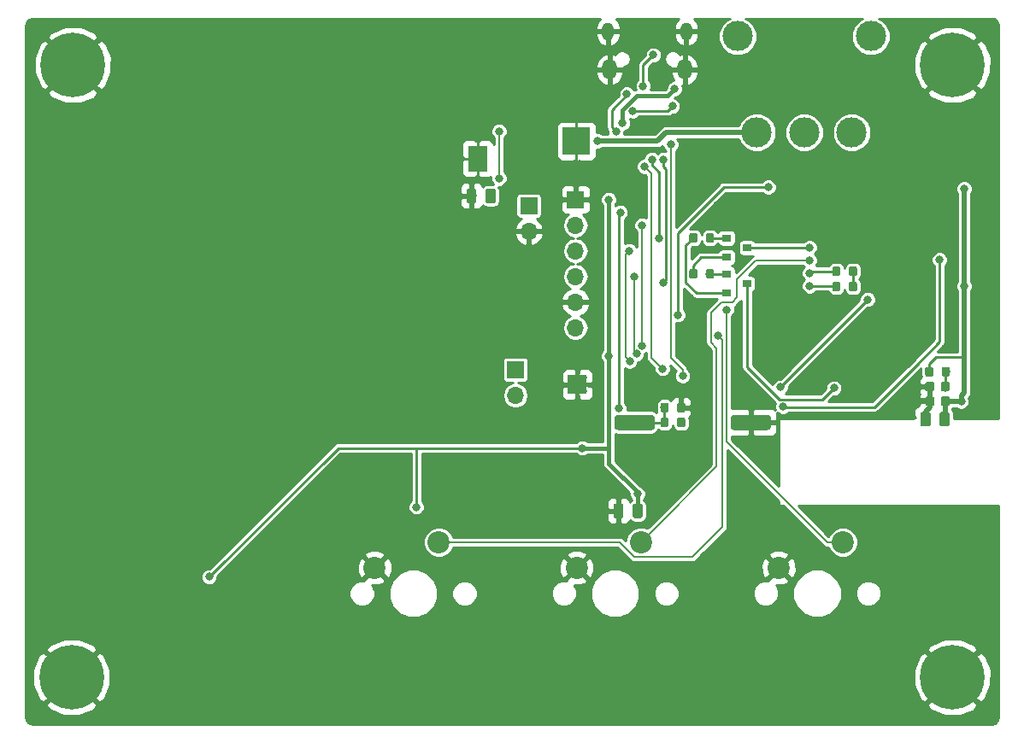
<source format=gbr>
G04 #@! TF.GenerationSoftware,KiCad,Pcbnew,5.0.2+dfsg1-1*
G04 #@! TF.CreationDate,2020-11-04T14:27:09+01:00*
G04 #@! TF.ProjectId,CoreSchematic,436f7265-5363-4686-956d-617469632e6b,rev?*
G04 #@! TF.SameCoordinates,Original*
G04 #@! TF.FileFunction,Copper,L2,Bot*
G04 #@! TF.FilePolarity,Positive*
%FSLAX46Y46*%
G04 Gerber Fmt 4.6, Leading zero omitted, Abs format (unit mm)*
G04 Created by KiCad (PCBNEW 5.0.2+dfsg1-1) date Wed 04 Nov 2020 14:27:09 CET*
%MOMM*%
%LPD*%
G01*
G04 APERTURE LIST*
G04 #@! TA.AperFunction,ComponentPad*
%ADD10C,0.800000*%
G04 #@! TD*
G04 #@! TA.AperFunction,ComponentPad*
%ADD11C,6.400000*%
G04 #@! TD*
G04 #@! TA.AperFunction,ComponentPad*
%ADD12C,3.000000*%
G04 #@! TD*
G04 #@! TA.AperFunction,Conductor*
%ADD13C,0.100000*%
G04 #@! TD*
G04 #@! TA.AperFunction,SMDPad,CuDef*
%ADD14C,0.800000*%
G04 #@! TD*
G04 #@! TA.AperFunction,SMDPad,CuDef*
%ADD15C,1.000000*%
G04 #@! TD*
G04 #@! TA.AperFunction,ViaPad*
%ADD16C,0.500000*%
G04 #@! TD*
G04 #@! TA.AperFunction,Conductor*
%ADD17R,1.900000X1.900000*%
G04 #@! TD*
G04 #@! TA.AperFunction,ComponentPad*
%ADD18C,2.200000*%
G04 #@! TD*
G04 #@! TA.AperFunction,SMDPad,CuDef*
%ADD19C,0.900000*%
G04 #@! TD*
G04 #@! TA.AperFunction,ComponentPad*
%ADD20R,1.700000X1.700000*%
G04 #@! TD*
G04 #@! TA.AperFunction,ComponentPad*
%ADD21O,1.700000X1.700000*%
G04 #@! TD*
G04 #@! TA.AperFunction,ComponentPad*
%ADD22O,1.450000X2.000000*%
G04 #@! TD*
G04 #@! TA.AperFunction,ComponentPad*
%ADD23O,1.150000X1.800000*%
G04 #@! TD*
G04 #@! TA.AperFunction,Conductor*
%ADD24R,2.700000X2.700000*%
G04 #@! TD*
G04 #@! TA.AperFunction,ViaPad*
%ADD25C,0.600000*%
G04 #@! TD*
G04 #@! TA.AperFunction,SMDPad,CuDef*
%ADD26R,1.950000X2.600000*%
G04 #@! TD*
G04 #@! TA.AperFunction,SMDPad,CuDef*
%ADD27R,0.900000X0.800000*%
G04 #@! TD*
G04 #@! TA.AperFunction,ComponentPad*
%ADD28C,1.524000*%
G04 #@! TD*
G04 #@! TA.AperFunction,ViaPad*
%ADD29C,0.800000*%
G04 #@! TD*
G04 #@! TA.AperFunction,ViaPad*
%ADD30C,1.700000*%
G04 #@! TD*
G04 #@! TA.AperFunction,Conductor*
%ADD31C,0.400000*%
G04 #@! TD*
G04 #@! TA.AperFunction,Conductor*
%ADD32C,0.250000*%
G04 #@! TD*
G04 #@! TA.AperFunction,Conductor*
%ADD33C,0.500000*%
G04 #@! TD*
G04 #@! TA.AperFunction,Conductor*
%ADD34C,0.200000*%
G04 #@! TD*
G04 #@! TA.AperFunction,Conductor*
%ADD35C,0.254000*%
G04 #@! TD*
G04 APERTURE END LIST*
D10*
G04 #@! TO.P,H102,1*
G04 #@! TO.N,GND*
X99106056Y-118317944D03*
X97409000Y-117615000D03*
X95711944Y-118317944D03*
X95009000Y-120015000D03*
X95711944Y-121712056D03*
X97409000Y-122415000D03*
X99106056Y-121712056D03*
X99809000Y-120015000D03*
D11*
X97409000Y-120015000D03*
G04 #@! TD*
G04 #@! TO.P,H103,1*
G04 #@! TO.N,GND*
X184658000Y-59309000D03*
D10*
X187058000Y-59309000D03*
X186355056Y-61006056D03*
X184658000Y-61709000D03*
X182960944Y-61006056D03*
X182258000Y-59309000D03*
X182960944Y-57611944D03*
X184658000Y-56909000D03*
X186355056Y-57611944D03*
G04 #@! TD*
G04 #@! TO.P,H101,1*
G04 #@! TO.N,GND*
X186355056Y-118317944D03*
X184658000Y-117615000D03*
X182960944Y-118317944D03*
X182258000Y-120015000D03*
X182960944Y-121712056D03*
X184658000Y-122415000D03*
X186355056Y-121712056D03*
X187058000Y-120015000D03*
D11*
X184658000Y-120015000D03*
G04 #@! TD*
G04 #@! TO.P,H104,1*
G04 #@! TO.N,GND*
X97536000Y-59309000D03*
D10*
X99936000Y-59309000D03*
X99233056Y-61006056D03*
X97536000Y-61709000D03*
X95838944Y-61006056D03*
X95136000Y-59309000D03*
X95838944Y-57611944D03*
X97536000Y-56909000D03*
X99233056Y-57611944D03*
G04 #@! TD*
D12*
G04 #@! TO.P,SWPWR301,-1*
G04 #@! TO.N,N/C*
X176576800Y-56459200D03*
X163376800Y-56459200D03*
G04 #@! TO.P,SWPWR301,3*
X174676800Y-65989200D03*
G04 #@! TO.P,SWPWR301,1*
G04 #@! TO.N,Net-(CH301-Pad10)*
X165276800Y-65989200D03*
G04 #@! TO.P,SWPWR301,2*
G04 #@! TO.N,+BATT*
X169976800Y-65989200D03*
G04 #@! TD*
D13*
G04 #@! TO.N,GND*
G04 #@! TO.C,R102*
G36*
X158016603Y-92794763D02*
X158036018Y-92797643D01*
X158055057Y-92802412D01*
X158073537Y-92809024D01*
X158091279Y-92817416D01*
X158108114Y-92827506D01*
X158123879Y-92839198D01*
X158138421Y-92852379D01*
X158151602Y-92866921D01*
X158163294Y-92882686D01*
X158173384Y-92899521D01*
X158181776Y-92917263D01*
X158188388Y-92935743D01*
X158193157Y-92954782D01*
X158196037Y-92974197D01*
X158197000Y-92993800D01*
X158197000Y-93543800D01*
X158196037Y-93563403D01*
X158193157Y-93582818D01*
X158188388Y-93601857D01*
X158181776Y-93620337D01*
X158173384Y-93638079D01*
X158163294Y-93654914D01*
X158151602Y-93670679D01*
X158138421Y-93685221D01*
X158123879Y-93698402D01*
X158108114Y-93710094D01*
X158091279Y-93720184D01*
X158073537Y-93728576D01*
X158055057Y-93735188D01*
X158036018Y-93739957D01*
X158016603Y-93742837D01*
X157997000Y-93743800D01*
X157597000Y-93743800D01*
X157577397Y-93742837D01*
X157557982Y-93739957D01*
X157538943Y-93735188D01*
X157520463Y-93728576D01*
X157502721Y-93720184D01*
X157485886Y-93710094D01*
X157470121Y-93698402D01*
X157455579Y-93685221D01*
X157442398Y-93670679D01*
X157430706Y-93654914D01*
X157420616Y-93638079D01*
X157412224Y-93620337D01*
X157405612Y-93601857D01*
X157400843Y-93582818D01*
X157397963Y-93563403D01*
X157397000Y-93543800D01*
X157397000Y-92993800D01*
X157397963Y-92974197D01*
X157400843Y-92954782D01*
X157405612Y-92935743D01*
X157412224Y-92917263D01*
X157420616Y-92899521D01*
X157430706Y-92882686D01*
X157442398Y-92866921D01*
X157455579Y-92852379D01*
X157470121Y-92839198D01*
X157485886Y-92827506D01*
X157502721Y-92817416D01*
X157520463Y-92809024D01*
X157538943Y-92802412D01*
X157557982Y-92797643D01*
X157577397Y-92794763D01*
X157597000Y-92793800D01*
X157997000Y-92793800D01*
X158016603Y-92794763D01*
X158016603Y-92794763D01*
G37*
D14*
G04 #@! TD*
G04 #@! TO.P,R102,2*
G04 #@! TO.N,GND*
X157797000Y-93268800D03*
D13*
G04 #@! TO.N,Net-(DIAL101-Pad1)*
G04 #@! TO.C,R102*
G36*
X156366603Y-92794763D02*
X156386018Y-92797643D01*
X156405057Y-92802412D01*
X156423537Y-92809024D01*
X156441279Y-92817416D01*
X156458114Y-92827506D01*
X156473879Y-92839198D01*
X156488421Y-92852379D01*
X156501602Y-92866921D01*
X156513294Y-92882686D01*
X156523384Y-92899521D01*
X156531776Y-92917263D01*
X156538388Y-92935743D01*
X156543157Y-92954782D01*
X156546037Y-92974197D01*
X156547000Y-92993800D01*
X156547000Y-93543800D01*
X156546037Y-93563403D01*
X156543157Y-93582818D01*
X156538388Y-93601857D01*
X156531776Y-93620337D01*
X156523384Y-93638079D01*
X156513294Y-93654914D01*
X156501602Y-93670679D01*
X156488421Y-93685221D01*
X156473879Y-93698402D01*
X156458114Y-93710094D01*
X156441279Y-93720184D01*
X156423537Y-93728576D01*
X156405057Y-93735188D01*
X156386018Y-93739957D01*
X156366603Y-93742837D01*
X156347000Y-93743800D01*
X155947000Y-93743800D01*
X155927397Y-93742837D01*
X155907982Y-93739957D01*
X155888943Y-93735188D01*
X155870463Y-93728576D01*
X155852721Y-93720184D01*
X155835886Y-93710094D01*
X155820121Y-93698402D01*
X155805579Y-93685221D01*
X155792398Y-93670679D01*
X155780706Y-93654914D01*
X155770616Y-93638079D01*
X155762224Y-93620337D01*
X155755612Y-93601857D01*
X155750843Y-93582818D01*
X155747963Y-93563403D01*
X155747000Y-93543800D01*
X155747000Y-92993800D01*
X155747963Y-92974197D01*
X155750843Y-92954782D01*
X155755612Y-92935743D01*
X155762224Y-92917263D01*
X155770616Y-92899521D01*
X155780706Y-92882686D01*
X155792398Y-92866921D01*
X155805579Y-92852379D01*
X155820121Y-92839198D01*
X155835886Y-92827506D01*
X155852721Y-92817416D01*
X155870463Y-92809024D01*
X155888943Y-92802412D01*
X155907982Y-92797643D01*
X155927397Y-92794763D01*
X155947000Y-92793800D01*
X156347000Y-92793800D01*
X156366603Y-92794763D01*
X156366603Y-92794763D01*
G37*
D14*
G04 #@! TD*
G04 #@! TO.P,R102,1*
G04 #@! TO.N,Net-(DIAL101-Pad1)*
X156147000Y-93268800D03*
D13*
G04 #@! TO.N,/DIAL_PWM*
G04 #@! TO.C,R101*
G36*
X158016603Y-94267963D02*
X158036018Y-94270843D01*
X158055057Y-94275612D01*
X158073537Y-94282224D01*
X158091279Y-94290616D01*
X158108114Y-94300706D01*
X158123879Y-94312398D01*
X158138421Y-94325579D01*
X158151602Y-94340121D01*
X158163294Y-94355886D01*
X158173384Y-94372721D01*
X158181776Y-94390463D01*
X158188388Y-94408943D01*
X158193157Y-94427982D01*
X158196037Y-94447397D01*
X158197000Y-94467000D01*
X158197000Y-95017000D01*
X158196037Y-95036603D01*
X158193157Y-95056018D01*
X158188388Y-95075057D01*
X158181776Y-95093537D01*
X158173384Y-95111279D01*
X158163294Y-95128114D01*
X158151602Y-95143879D01*
X158138421Y-95158421D01*
X158123879Y-95171602D01*
X158108114Y-95183294D01*
X158091279Y-95193384D01*
X158073537Y-95201776D01*
X158055057Y-95208388D01*
X158036018Y-95213157D01*
X158016603Y-95216037D01*
X157997000Y-95217000D01*
X157597000Y-95217000D01*
X157577397Y-95216037D01*
X157557982Y-95213157D01*
X157538943Y-95208388D01*
X157520463Y-95201776D01*
X157502721Y-95193384D01*
X157485886Y-95183294D01*
X157470121Y-95171602D01*
X157455579Y-95158421D01*
X157442398Y-95143879D01*
X157430706Y-95128114D01*
X157420616Y-95111279D01*
X157412224Y-95093537D01*
X157405612Y-95075057D01*
X157400843Y-95056018D01*
X157397963Y-95036603D01*
X157397000Y-95017000D01*
X157397000Y-94467000D01*
X157397963Y-94447397D01*
X157400843Y-94427982D01*
X157405612Y-94408943D01*
X157412224Y-94390463D01*
X157420616Y-94372721D01*
X157430706Y-94355886D01*
X157442398Y-94340121D01*
X157455579Y-94325579D01*
X157470121Y-94312398D01*
X157485886Y-94300706D01*
X157502721Y-94290616D01*
X157520463Y-94282224D01*
X157538943Y-94275612D01*
X157557982Y-94270843D01*
X157577397Y-94267963D01*
X157597000Y-94267000D01*
X157997000Y-94267000D01*
X158016603Y-94267963D01*
X158016603Y-94267963D01*
G37*
D14*
G04 #@! TD*
G04 #@! TO.P,R101,1*
G04 #@! TO.N,/DIAL_PWM*
X157797000Y-94742000D03*
D13*
G04 #@! TO.N,Net-(DIAL101-Pad1)*
G04 #@! TO.C,R101*
G36*
X156366603Y-94267963D02*
X156386018Y-94270843D01*
X156405057Y-94275612D01*
X156423537Y-94282224D01*
X156441279Y-94290616D01*
X156458114Y-94300706D01*
X156473879Y-94312398D01*
X156488421Y-94325579D01*
X156501602Y-94340121D01*
X156513294Y-94355886D01*
X156523384Y-94372721D01*
X156531776Y-94390463D01*
X156538388Y-94408943D01*
X156543157Y-94427982D01*
X156546037Y-94447397D01*
X156547000Y-94467000D01*
X156547000Y-95017000D01*
X156546037Y-95036603D01*
X156543157Y-95056018D01*
X156538388Y-95075057D01*
X156531776Y-95093537D01*
X156523384Y-95111279D01*
X156513294Y-95128114D01*
X156501602Y-95143879D01*
X156488421Y-95158421D01*
X156473879Y-95171602D01*
X156458114Y-95183294D01*
X156441279Y-95193384D01*
X156423537Y-95201776D01*
X156405057Y-95208388D01*
X156386018Y-95213157D01*
X156366603Y-95216037D01*
X156347000Y-95217000D01*
X155947000Y-95217000D01*
X155927397Y-95216037D01*
X155907982Y-95213157D01*
X155888943Y-95208388D01*
X155870463Y-95201776D01*
X155852721Y-95193384D01*
X155835886Y-95183294D01*
X155820121Y-95171602D01*
X155805579Y-95158421D01*
X155792398Y-95143879D01*
X155780706Y-95128114D01*
X155770616Y-95111279D01*
X155762224Y-95093537D01*
X155755612Y-95075057D01*
X155750843Y-95056018D01*
X155747963Y-95036603D01*
X155747000Y-95017000D01*
X155747000Y-94467000D01*
X155747963Y-94447397D01*
X155750843Y-94427982D01*
X155755612Y-94408943D01*
X155762224Y-94390463D01*
X155770616Y-94372721D01*
X155780706Y-94355886D01*
X155792398Y-94340121D01*
X155805579Y-94325579D01*
X155820121Y-94312398D01*
X155835886Y-94300706D01*
X155852721Y-94290616D01*
X155870463Y-94282224D01*
X155888943Y-94275612D01*
X155907982Y-94270843D01*
X155927397Y-94267963D01*
X155947000Y-94267000D01*
X156347000Y-94267000D01*
X156366603Y-94267963D01*
X156366603Y-94267963D01*
G37*
D14*
G04 #@! TD*
G04 #@! TO.P,R101,2*
G04 #@! TO.N,Net-(DIAL101-Pad1)*
X156147000Y-94742000D03*
D13*
G04 #@! TO.N,+3V3*
G04 #@! TO.C,C101*
G36*
X184168004Y-93700704D02*
X184192273Y-93704304D01*
X184216071Y-93710265D01*
X184239171Y-93718530D01*
X184261349Y-93729020D01*
X184282393Y-93741633D01*
X184302098Y-93756247D01*
X184320277Y-93772723D01*
X184336753Y-93790902D01*
X184351367Y-93810607D01*
X184363980Y-93831651D01*
X184374470Y-93853829D01*
X184382735Y-93876929D01*
X184388696Y-93900727D01*
X184392296Y-93924996D01*
X184393500Y-93949500D01*
X184393500Y-94899500D01*
X184392296Y-94924004D01*
X184388696Y-94948273D01*
X184382735Y-94972071D01*
X184374470Y-94995171D01*
X184363980Y-95017349D01*
X184351367Y-95038393D01*
X184336753Y-95058098D01*
X184320277Y-95076277D01*
X184302098Y-95092753D01*
X184282393Y-95107367D01*
X184261349Y-95119980D01*
X184239171Y-95130470D01*
X184216071Y-95138735D01*
X184192273Y-95144696D01*
X184168004Y-95148296D01*
X184143500Y-95149500D01*
X183643500Y-95149500D01*
X183618996Y-95148296D01*
X183594727Y-95144696D01*
X183570929Y-95138735D01*
X183547829Y-95130470D01*
X183525651Y-95119980D01*
X183504607Y-95107367D01*
X183484902Y-95092753D01*
X183466723Y-95076277D01*
X183450247Y-95058098D01*
X183435633Y-95038393D01*
X183423020Y-95017349D01*
X183412530Y-94995171D01*
X183404265Y-94972071D01*
X183398304Y-94948273D01*
X183394704Y-94924004D01*
X183393500Y-94899500D01*
X183393500Y-93949500D01*
X183394704Y-93924996D01*
X183398304Y-93900727D01*
X183404265Y-93876929D01*
X183412530Y-93853829D01*
X183423020Y-93831651D01*
X183435633Y-93810607D01*
X183450247Y-93790902D01*
X183466723Y-93772723D01*
X183484902Y-93756247D01*
X183504607Y-93741633D01*
X183525651Y-93729020D01*
X183547829Y-93718530D01*
X183570929Y-93710265D01*
X183594727Y-93704304D01*
X183618996Y-93700704D01*
X183643500Y-93699500D01*
X184143500Y-93699500D01*
X184168004Y-93700704D01*
X184168004Y-93700704D01*
G37*
D15*
G04 #@! TD*
G04 #@! TO.P,C101,1*
G04 #@! TO.N,+3V3*
X183893500Y-94424500D03*
D13*
G04 #@! TO.N,GND*
G04 #@! TO.C,C101*
G36*
X182268004Y-93700704D02*
X182292273Y-93704304D01*
X182316071Y-93710265D01*
X182339171Y-93718530D01*
X182361349Y-93729020D01*
X182382393Y-93741633D01*
X182402098Y-93756247D01*
X182420277Y-93772723D01*
X182436753Y-93790902D01*
X182451367Y-93810607D01*
X182463980Y-93831651D01*
X182474470Y-93853829D01*
X182482735Y-93876929D01*
X182488696Y-93900727D01*
X182492296Y-93924996D01*
X182493500Y-93949500D01*
X182493500Y-94899500D01*
X182492296Y-94924004D01*
X182488696Y-94948273D01*
X182482735Y-94972071D01*
X182474470Y-94995171D01*
X182463980Y-95017349D01*
X182451367Y-95038393D01*
X182436753Y-95058098D01*
X182420277Y-95076277D01*
X182402098Y-95092753D01*
X182382393Y-95107367D01*
X182361349Y-95119980D01*
X182339171Y-95130470D01*
X182316071Y-95138735D01*
X182292273Y-95144696D01*
X182268004Y-95148296D01*
X182243500Y-95149500D01*
X181743500Y-95149500D01*
X181718996Y-95148296D01*
X181694727Y-95144696D01*
X181670929Y-95138735D01*
X181647829Y-95130470D01*
X181625651Y-95119980D01*
X181604607Y-95107367D01*
X181584902Y-95092753D01*
X181566723Y-95076277D01*
X181550247Y-95058098D01*
X181535633Y-95038393D01*
X181523020Y-95017349D01*
X181512530Y-94995171D01*
X181504265Y-94972071D01*
X181498304Y-94948273D01*
X181494704Y-94924004D01*
X181493500Y-94899500D01*
X181493500Y-93949500D01*
X181494704Y-93924996D01*
X181498304Y-93900727D01*
X181504265Y-93876929D01*
X181512530Y-93853829D01*
X181523020Y-93831651D01*
X181535633Y-93810607D01*
X181550247Y-93790902D01*
X181566723Y-93772723D01*
X181584902Y-93756247D01*
X181604607Y-93741633D01*
X181625651Y-93729020D01*
X181647829Y-93718530D01*
X181670929Y-93710265D01*
X181694727Y-93704304D01*
X181718996Y-93700704D01*
X181743500Y-93699500D01*
X182243500Y-93699500D01*
X182268004Y-93700704D01*
X182268004Y-93700704D01*
G37*
D15*
G04 #@! TD*
G04 #@! TO.P,C101,2*
G04 #@! TO.N,GND*
X181993500Y-94424500D03*
D16*
G04 #@! TO.N,GND*
G04 #@! TO.C,AMP101*
X148210500Y-91682800D03*
X146810500Y-91682800D03*
X148210500Y-90282800D03*
X146810500Y-90282800D03*
D17*
X147510500Y-90982800D03*
G04 #@! TD*
D18*
G04 #@! TO.P,SW103,1*
G04 #@! TO.N,/BTN0_PLAY*
X173799500Y-106616500D03*
G04 #@! TO.P,SW103,2*
G04 #@! TO.N,GND*
X167449500Y-109156500D03*
G04 #@! TD*
G04 #@! TO.P,SW102,2*
G04 #@! TO.N,GND*
X147447000Y-109156500D03*
G04 #@! TO.P,SW102,1*
G04 #@! TO.N,/BTN1_REC*
X153797000Y-106616500D03*
G04 #@! TD*
G04 #@! TO.P,SW101,1*
G04 #@! TO.N,/BTN2_STOP*
X133794500Y-106616500D03*
G04 #@! TO.P,SW101,2*
G04 #@! TO.N,GND*
X127444500Y-109156500D03*
G04 #@! TD*
D13*
G04 #@! TO.N,GND*
G04 #@! TO.C,C102*
G36*
X182669554Y-92172583D02*
X182691395Y-92175823D01*
X182712814Y-92181188D01*
X182733604Y-92188627D01*
X182753564Y-92198068D01*
X182772503Y-92209419D01*
X182790238Y-92222573D01*
X182806599Y-92237401D01*
X182821427Y-92253762D01*
X182834581Y-92271497D01*
X182845932Y-92290436D01*
X182855373Y-92310396D01*
X182862812Y-92331186D01*
X182868177Y-92352605D01*
X182871417Y-92374446D01*
X182872500Y-92396500D01*
X182872500Y-92896500D01*
X182871417Y-92918554D01*
X182868177Y-92940395D01*
X182862812Y-92961814D01*
X182855373Y-92982604D01*
X182845932Y-93002564D01*
X182834581Y-93021503D01*
X182821427Y-93039238D01*
X182806599Y-93055599D01*
X182790238Y-93070427D01*
X182772503Y-93083581D01*
X182753564Y-93094932D01*
X182733604Y-93104373D01*
X182712814Y-93111812D01*
X182691395Y-93117177D01*
X182669554Y-93120417D01*
X182647500Y-93121500D01*
X182197500Y-93121500D01*
X182175446Y-93120417D01*
X182153605Y-93117177D01*
X182132186Y-93111812D01*
X182111396Y-93104373D01*
X182091436Y-93094932D01*
X182072497Y-93083581D01*
X182054762Y-93070427D01*
X182038401Y-93055599D01*
X182023573Y-93039238D01*
X182010419Y-93021503D01*
X181999068Y-93002564D01*
X181989627Y-92982604D01*
X181982188Y-92961814D01*
X181976823Y-92940395D01*
X181973583Y-92918554D01*
X181972500Y-92896500D01*
X181972500Y-92396500D01*
X181973583Y-92374446D01*
X181976823Y-92352605D01*
X181982188Y-92331186D01*
X181989627Y-92310396D01*
X181999068Y-92290436D01*
X182010419Y-92271497D01*
X182023573Y-92253762D01*
X182038401Y-92237401D01*
X182054762Y-92222573D01*
X182072497Y-92209419D01*
X182091436Y-92198068D01*
X182111396Y-92188627D01*
X182132186Y-92181188D01*
X182153605Y-92175823D01*
X182175446Y-92172583D01*
X182197500Y-92171500D01*
X182647500Y-92171500D01*
X182669554Y-92172583D01*
X182669554Y-92172583D01*
G37*
D19*
G04 #@! TD*
G04 #@! TO.P,C102,2*
G04 #@! TO.N,GND*
X182422500Y-92646500D03*
D13*
G04 #@! TO.N,+3V3*
G04 #@! TO.C,C102*
G36*
X184219554Y-92172583D02*
X184241395Y-92175823D01*
X184262814Y-92181188D01*
X184283604Y-92188627D01*
X184303564Y-92198068D01*
X184322503Y-92209419D01*
X184340238Y-92222573D01*
X184356599Y-92237401D01*
X184371427Y-92253762D01*
X184384581Y-92271497D01*
X184395932Y-92290436D01*
X184405373Y-92310396D01*
X184412812Y-92331186D01*
X184418177Y-92352605D01*
X184421417Y-92374446D01*
X184422500Y-92396500D01*
X184422500Y-92896500D01*
X184421417Y-92918554D01*
X184418177Y-92940395D01*
X184412812Y-92961814D01*
X184405373Y-92982604D01*
X184395932Y-93002564D01*
X184384581Y-93021503D01*
X184371427Y-93039238D01*
X184356599Y-93055599D01*
X184340238Y-93070427D01*
X184322503Y-93083581D01*
X184303564Y-93094932D01*
X184283604Y-93104373D01*
X184262814Y-93111812D01*
X184241395Y-93117177D01*
X184219554Y-93120417D01*
X184197500Y-93121500D01*
X183747500Y-93121500D01*
X183725446Y-93120417D01*
X183703605Y-93117177D01*
X183682186Y-93111812D01*
X183661396Y-93104373D01*
X183641436Y-93094932D01*
X183622497Y-93083581D01*
X183604762Y-93070427D01*
X183588401Y-93055599D01*
X183573573Y-93039238D01*
X183560419Y-93021503D01*
X183549068Y-93002564D01*
X183539627Y-92982604D01*
X183532188Y-92961814D01*
X183526823Y-92940395D01*
X183523583Y-92918554D01*
X183522500Y-92896500D01*
X183522500Y-92396500D01*
X183523583Y-92374446D01*
X183526823Y-92352605D01*
X183532188Y-92331186D01*
X183539627Y-92310396D01*
X183549068Y-92290436D01*
X183560419Y-92271497D01*
X183573573Y-92253762D01*
X183588401Y-92237401D01*
X183604762Y-92222573D01*
X183622497Y-92209419D01*
X183641436Y-92198068D01*
X183661396Y-92188627D01*
X183682186Y-92181188D01*
X183703605Y-92175823D01*
X183725446Y-92172583D01*
X183747500Y-92171500D01*
X184197500Y-92171500D01*
X184219554Y-92172583D01*
X184219554Y-92172583D01*
G37*
D19*
G04 #@! TD*
G04 #@! TO.P,C102,1*
G04 #@! TO.N,+3V3*
X183972500Y-92646500D03*
D13*
G04 #@! TO.N,/RESET*
G04 #@! TO.C,C202*
G36*
X184206854Y-90712083D02*
X184228695Y-90715323D01*
X184250114Y-90720688D01*
X184270904Y-90728127D01*
X184290864Y-90737568D01*
X184309803Y-90748919D01*
X184327538Y-90762073D01*
X184343899Y-90776901D01*
X184358727Y-90793262D01*
X184371881Y-90810997D01*
X184383232Y-90829936D01*
X184392673Y-90849896D01*
X184400112Y-90870686D01*
X184405477Y-90892105D01*
X184408717Y-90913946D01*
X184409800Y-90936000D01*
X184409800Y-91436000D01*
X184408717Y-91458054D01*
X184405477Y-91479895D01*
X184400112Y-91501314D01*
X184392673Y-91522104D01*
X184383232Y-91542064D01*
X184371881Y-91561003D01*
X184358727Y-91578738D01*
X184343899Y-91595099D01*
X184327538Y-91609927D01*
X184309803Y-91623081D01*
X184290864Y-91634432D01*
X184270904Y-91643873D01*
X184250114Y-91651312D01*
X184228695Y-91656677D01*
X184206854Y-91659917D01*
X184184800Y-91661000D01*
X183734800Y-91661000D01*
X183712746Y-91659917D01*
X183690905Y-91656677D01*
X183669486Y-91651312D01*
X183648696Y-91643873D01*
X183628736Y-91634432D01*
X183609797Y-91623081D01*
X183592062Y-91609927D01*
X183575701Y-91595099D01*
X183560873Y-91578738D01*
X183547719Y-91561003D01*
X183536368Y-91542064D01*
X183526927Y-91522104D01*
X183519488Y-91501314D01*
X183514123Y-91479895D01*
X183510883Y-91458054D01*
X183509800Y-91436000D01*
X183509800Y-90936000D01*
X183510883Y-90913946D01*
X183514123Y-90892105D01*
X183519488Y-90870686D01*
X183526927Y-90849896D01*
X183536368Y-90829936D01*
X183547719Y-90810997D01*
X183560873Y-90793262D01*
X183575701Y-90776901D01*
X183592062Y-90762073D01*
X183609797Y-90748919D01*
X183628736Y-90737568D01*
X183648696Y-90728127D01*
X183669486Y-90720688D01*
X183690905Y-90715323D01*
X183712746Y-90712083D01*
X183734800Y-90711000D01*
X184184800Y-90711000D01*
X184206854Y-90712083D01*
X184206854Y-90712083D01*
G37*
D19*
G04 #@! TD*
G04 #@! TO.P,C202,1*
G04 #@! TO.N,/RESET*
X183959800Y-91186000D03*
D13*
G04 #@! TO.N,GND*
G04 #@! TO.C,C202*
G36*
X182656854Y-90712083D02*
X182678695Y-90715323D01*
X182700114Y-90720688D01*
X182720904Y-90728127D01*
X182740864Y-90737568D01*
X182759803Y-90748919D01*
X182777538Y-90762073D01*
X182793899Y-90776901D01*
X182808727Y-90793262D01*
X182821881Y-90810997D01*
X182833232Y-90829936D01*
X182842673Y-90849896D01*
X182850112Y-90870686D01*
X182855477Y-90892105D01*
X182858717Y-90913946D01*
X182859800Y-90936000D01*
X182859800Y-91436000D01*
X182858717Y-91458054D01*
X182855477Y-91479895D01*
X182850112Y-91501314D01*
X182842673Y-91522104D01*
X182833232Y-91542064D01*
X182821881Y-91561003D01*
X182808727Y-91578738D01*
X182793899Y-91595099D01*
X182777538Y-91609927D01*
X182759803Y-91623081D01*
X182740864Y-91634432D01*
X182720904Y-91643873D01*
X182700114Y-91651312D01*
X182678695Y-91656677D01*
X182656854Y-91659917D01*
X182634800Y-91661000D01*
X182184800Y-91661000D01*
X182162746Y-91659917D01*
X182140905Y-91656677D01*
X182119486Y-91651312D01*
X182098696Y-91643873D01*
X182078736Y-91634432D01*
X182059797Y-91623081D01*
X182042062Y-91609927D01*
X182025701Y-91595099D01*
X182010873Y-91578738D01*
X181997719Y-91561003D01*
X181986368Y-91542064D01*
X181976927Y-91522104D01*
X181969488Y-91501314D01*
X181964123Y-91479895D01*
X181960883Y-91458054D01*
X181959800Y-91436000D01*
X181959800Y-90936000D01*
X181960883Y-90913946D01*
X181964123Y-90892105D01*
X181969488Y-90870686D01*
X181976927Y-90849896D01*
X181986368Y-90829936D01*
X181997719Y-90810997D01*
X182010873Y-90793262D01*
X182025701Y-90776901D01*
X182042062Y-90762073D01*
X182059797Y-90748919D01*
X182078736Y-90737568D01*
X182098696Y-90728127D01*
X182119486Y-90720688D01*
X182140905Y-90715323D01*
X182162746Y-90712083D01*
X182184800Y-90711000D01*
X182634800Y-90711000D01*
X182656854Y-90712083D01*
X182656854Y-90712083D01*
G37*
D19*
G04 #@! TD*
G04 #@! TO.P,C202,2*
G04 #@! TO.N,GND*
X182409800Y-91186000D03*
D13*
G04 #@! TO.N,GND*
G04 #@! TO.C,C104*
G36*
X151851504Y-102781204D02*
X151875773Y-102784804D01*
X151899571Y-102790765D01*
X151922671Y-102799030D01*
X151944849Y-102809520D01*
X151965893Y-102822133D01*
X151985598Y-102836747D01*
X152003777Y-102853223D01*
X152020253Y-102871402D01*
X152034867Y-102891107D01*
X152047480Y-102912151D01*
X152057970Y-102934329D01*
X152066235Y-102957429D01*
X152072196Y-102981227D01*
X152075796Y-103005496D01*
X152077000Y-103030000D01*
X152077000Y-103980000D01*
X152075796Y-104004504D01*
X152072196Y-104028773D01*
X152066235Y-104052571D01*
X152057970Y-104075671D01*
X152047480Y-104097849D01*
X152034867Y-104118893D01*
X152020253Y-104138598D01*
X152003777Y-104156777D01*
X151985598Y-104173253D01*
X151965893Y-104187867D01*
X151944849Y-104200480D01*
X151922671Y-104210970D01*
X151899571Y-104219235D01*
X151875773Y-104225196D01*
X151851504Y-104228796D01*
X151827000Y-104230000D01*
X151327000Y-104230000D01*
X151302496Y-104228796D01*
X151278227Y-104225196D01*
X151254429Y-104219235D01*
X151231329Y-104210970D01*
X151209151Y-104200480D01*
X151188107Y-104187867D01*
X151168402Y-104173253D01*
X151150223Y-104156777D01*
X151133747Y-104138598D01*
X151119133Y-104118893D01*
X151106520Y-104097849D01*
X151096030Y-104075671D01*
X151087765Y-104052571D01*
X151081804Y-104028773D01*
X151078204Y-104004504D01*
X151077000Y-103980000D01*
X151077000Y-103030000D01*
X151078204Y-103005496D01*
X151081804Y-102981227D01*
X151087765Y-102957429D01*
X151096030Y-102934329D01*
X151106520Y-102912151D01*
X151119133Y-102891107D01*
X151133747Y-102871402D01*
X151150223Y-102853223D01*
X151168402Y-102836747D01*
X151188107Y-102822133D01*
X151209151Y-102809520D01*
X151231329Y-102799030D01*
X151254429Y-102790765D01*
X151278227Y-102784804D01*
X151302496Y-102781204D01*
X151327000Y-102780000D01*
X151827000Y-102780000D01*
X151851504Y-102781204D01*
X151851504Y-102781204D01*
G37*
D15*
G04 #@! TD*
G04 #@! TO.P,C104,2*
G04 #@! TO.N,GND*
X151577000Y-103505000D03*
D13*
G04 #@! TO.N,+BATT*
G04 #@! TO.C,C104*
G36*
X153751504Y-102781204D02*
X153775773Y-102784804D01*
X153799571Y-102790765D01*
X153822671Y-102799030D01*
X153844849Y-102809520D01*
X153865893Y-102822133D01*
X153885598Y-102836747D01*
X153903777Y-102853223D01*
X153920253Y-102871402D01*
X153934867Y-102891107D01*
X153947480Y-102912151D01*
X153957970Y-102934329D01*
X153966235Y-102957429D01*
X153972196Y-102981227D01*
X153975796Y-103005496D01*
X153977000Y-103030000D01*
X153977000Y-103980000D01*
X153975796Y-104004504D01*
X153972196Y-104028773D01*
X153966235Y-104052571D01*
X153957970Y-104075671D01*
X153947480Y-104097849D01*
X153934867Y-104118893D01*
X153920253Y-104138598D01*
X153903777Y-104156777D01*
X153885598Y-104173253D01*
X153865893Y-104187867D01*
X153844849Y-104200480D01*
X153822671Y-104210970D01*
X153799571Y-104219235D01*
X153775773Y-104225196D01*
X153751504Y-104228796D01*
X153727000Y-104230000D01*
X153227000Y-104230000D01*
X153202496Y-104228796D01*
X153178227Y-104225196D01*
X153154429Y-104219235D01*
X153131329Y-104210970D01*
X153109151Y-104200480D01*
X153088107Y-104187867D01*
X153068402Y-104173253D01*
X153050223Y-104156777D01*
X153033747Y-104138598D01*
X153019133Y-104118893D01*
X153006520Y-104097849D01*
X152996030Y-104075671D01*
X152987765Y-104052571D01*
X152981804Y-104028773D01*
X152978204Y-104004504D01*
X152977000Y-103980000D01*
X152977000Y-103030000D01*
X152978204Y-103005496D01*
X152981804Y-102981227D01*
X152987765Y-102957429D01*
X152996030Y-102934329D01*
X153006520Y-102912151D01*
X153019133Y-102891107D01*
X153033747Y-102871402D01*
X153050223Y-102853223D01*
X153068402Y-102836747D01*
X153088107Y-102822133D01*
X153109151Y-102809520D01*
X153131329Y-102799030D01*
X153154429Y-102790765D01*
X153178227Y-102784804D01*
X153202496Y-102781204D01*
X153227000Y-102780000D01*
X153727000Y-102780000D01*
X153751504Y-102781204D01*
X153751504Y-102781204D01*
G37*
D15*
G04 #@! TD*
G04 #@! TO.P,C104,1*
G04 #@! TO.N,+BATT*
X153477000Y-103505000D03*
D13*
G04 #@! TO.N,GND*
G04 #@! TO.C,C304*
G36*
X137297304Y-71564604D02*
X137321573Y-71568204D01*
X137345371Y-71574165D01*
X137368471Y-71582430D01*
X137390649Y-71592920D01*
X137411693Y-71605533D01*
X137431398Y-71620147D01*
X137449577Y-71636623D01*
X137466053Y-71654802D01*
X137480667Y-71674507D01*
X137493280Y-71695551D01*
X137503770Y-71717729D01*
X137512035Y-71740829D01*
X137517996Y-71764627D01*
X137521596Y-71788896D01*
X137522800Y-71813400D01*
X137522800Y-72763400D01*
X137521596Y-72787904D01*
X137517996Y-72812173D01*
X137512035Y-72835971D01*
X137503770Y-72859071D01*
X137493280Y-72881249D01*
X137480667Y-72902293D01*
X137466053Y-72921998D01*
X137449577Y-72940177D01*
X137431398Y-72956653D01*
X137411693Y-72971267D01*
X137390649Y-72983880D01*
X137368471Y-72994370D01*
X137345371Y-73002635D01*
X137321573Y-73008596D01*
X137297304Y-73012196D01*
X137272800Y-73013400D01*
X136772800Y-73013400D01*
X136748296Y-73012196D01*
X136724027Y-73008596D01*
X136700229Y-73002635D01*
X136677129Y-72994370D01*
X136654951Y-72983880D01*
X136633907Y-72971267D01*
X136614202Y-72956653D01*
X136596023Y-72940177D01*
X136579547Y-72921998D01*
X136564933Y-72902293D01*
X136552320Y-72881249D01*
X136541830Y-72859071D01*
X136533565Y-72835971D01*
X136527604Y-72812173D01*
X136524004Y-72787904D01*
X136522800Y-72763400D01*
X136522800Y-71813400D01*
X136524004Y-71788896D01*
X136527604Y-71764627D01*
X136533565Y-71740829D01*
X136541830Y-71717729D01*
X136552320Y-71695551D01*
X136564933Y-71674507D01*
X136579547Y-71654802D01*
X136596023Y-71636623D01*
X136614202Y-71620147D01*
X136633907Y-71605533D01*
X136654951Y-71592920D01*
X136677129Y-71582430D01*
X136700229Y-71574165D01*
X136724027Y-71568204D01*
X136748296Y-71564604D01*
X136772800Y-71563400D01*
X137272800Y-71563400D01*
X137297304Y-71564604D01*
X137297304Y-71564604D01*
G37*
D15*
G04 #@! TD*
G04 #@! TO.P,C304,2*
G04 #@! TO.N,GND*
X137022800Y-72288400D03*
D13*
G04 #@! TO.N,Net-(C304-Pad1)*
G04 #@! TO.C,C304*
G36*
X139197304Y-71564604D02*
X139221573Y-71568204D01*
X139245371Y-71574165D01*
X139268471Y-71582430D01*
X139290649Y-71592920D01*
X139311693Y-71605533D01*
X139331398Y-71620147D01*
X139349577Y-71636623D01*
X139366053Y-71654802D01*
X139380667Y-71674507D01*
X139393280Y-71695551D01*
X139403770Y-71717729D01*
X139412035Y-71740829D01*
X139417996Y-71764627D01*
X139421596Y-71788896D01*
X139422800Y-71813400D01*
X139422800Y-72763400D01*
X139421596Y-72787904D01*
X139417996Y-72812173D01*
X139412035Y-72835971D01*
X139403770Y-72859071D01*
X139393280Y-72881249D01*
X139380667Y-72902293D01*
X139366053Y-72921998D01*
X139349577Y-72940177D01*
X139331398Y-72956653D01*
X139311693Y-72971267D01*
X139290649Y-72983880D01*
X139268471Y-72994370D01*
X139245371Y-73002635D01*
X139221573Y-73008596D01*
X139197304Y-73012196D01*
X139172800Y-73013400D01*
X138672800Y-73013400D01*
X138648296Y-73012196D01*
X138624027Y-73008596D01*
X138600229Y-73002635D01*
X138577129Y-72994370D01*
X138554951Y-72983880D01*
X138533907Y-72971267D01*
X138514202Y-72956653D01*
X138496023Y-72940177D01*
X138479547Y-72921998D01*
X138464933Y-72902293D01*
X138452320Y-72881249D01*
X138441830Y-72859071D01*
X138433565Y-72835971D01*
X138427604Y-72812173D01*
X138424004Y-72787904D01*
X138422800Y-72763400D01*
X138422800Y-71813400D01*
X138424004Y-71788896D01*
X138427604Y-71764627D01*
X138433565Y-71740829D01*
X138441830Y-71717729D01*
X138452320Y-71695551D01*
X138464933Y-71674507D01*
X138479547Y-71654802D01*
X138496023Y-71636623D01*
X138514202Y-71620147D01*
X138533907Y-71605533D01*
X138554951Y-71592920D01*
X138577129Y-71582430D01*
X138600229Y-71574165D01*
X138624027Y-71568204D01*
X138648296Y-71564604D01*
X138672800Y-71563400D01*
X139172800Y-71563400D01*
X139197304Y-71564604D01*
X139197304Y-71564604D01*
G37*
D15*
G04 #@! TD*
G04 #@! TO.P,C304,1*
G04 #@! TO.N,Net-(C304-Pad1)*
X138922800Y-72288400D03*
D20*
G04 #@! TO.P,LS101,1*
G04 #@! TO.N,Net-(AMP101-Pad9)*
X141376400Y-89509600D03*
D21*
G04 #@! TO.P,LS101,2*
G04 #@! TO.N,Net-(AMP101-Pad10)*
X141376400Y-92049600D03*
G04 #@! TD*
D20*
G04 #@! TO.P,J101,1*
G04 #@! TO.N,GND*
X147320000Y-72644000D03*
D21*
G04 #@! TO.P,J101,2*
G04 #@! TO.N,/MIC_LR*
X147320000Y-75184000D03*
G04 #@! TO.P,J101,3*
G04 #@! TO.N,/MIC_DATA*
X147320000Y-77724000D03*
G04 #@! TO.P,J101,4*
G04 #@! TO.N,/MIC_BCK*
X147320000Y-80264000D03*
G04 #@! TO.P,J101,5*
G04 #@! TO.N,GND*
X147320000Y-82804000D03*
G04 #@! TO.P,J101,6*
G04 #@! TO.N,+3V3*
X147320000Y-85344000D03*
G04 #@! TD*
D20*
G04 #@! TO.P,BT301,1*
G04 #@! TO.N,/Power/BSense-*
X142697200Y-73253600D03*
D21*
G04 #@! TO.P,BT301,2*
G04 #@! TO.N,GND*
X142697200Y-75793600D03*
G04 #@! TD*
D22*
G04 #@! TO.P,J201,6*
G04 #@! TO.N,GND*
X158157000Y-59762000D03*
X150707000Y-59762000D03*
D23*
X158307000Y-55962000D03*
X150557000Y-55962000D03*
G04 #@! TD*
D16*
G04 #@! TO.N,GND*
G04 #@! TO.C,CH301*
X146321600Y-65752800D03*
X147421600Y-65752800D03*
X148521600Y-65752800D03*
X146321600Y-66852800D03*
X147421600Y-66852800D03*
X148521600Y-66852800D03*
X146321600Y-67952800D03*
X147421600Y-67952800D03*
X148521600Y-67952800D03*
D24*
X147421600Y-66852800D03*
G04 #@! TD*
D25*
G04 #@! TO.N,GND*
G04 #@! TO.C,U302*
X138117200Y-69480000D03*
X138117200Y-67680000D03*
X137117200Y-67680000D03*
X137117200Y-69480000D03*
X137117200Y-68580000D03*
X138117200Y-68580000D03*
D26*
G04 #@! TD*
G04 #@! TO.P,U302,13*
G04 #@! TO.N,GND*
X137617200Y-68580000D03*
D27*
G04 #@! TO.P,Q202,3*
G04 #@! TO.N,/RESET*
X164322000Y-80975200D03*
G04 #@! TO.P,Q202,2*
G04 #@! TO.N,/USB Con + Prog/RTS*
X162322000Y-80025200D03*
G04 #@! TO.P,Q202,1*
G04 #@! TO.N,Net-(Q202-Pad1)*
X162322000Y-81925200D03*
G04 #@! TD*
G04 #@! TO.P,Q201,1*
G04 #@! TO.N,Net-(Q201-Pad1)*
X162322000Y-78369200D03*
G04 #@! TO.P,Q201,2*
G04 #@! TO.N,/USB Con + Prog/DTR*
X162322000Y-76469200D03*
G04 #@! TO.P,Q201,3*
G04 #@! TO.N,/GPIO0*
X164322000Y-77419200D03*
G04 #@! TD*
D13*
G04 #@! TO.N,+3V3*
G04 #@! TO.C,R103*
G36*
X175034603Y-80805963D02*
X175054018Y-80808843D01*
X175073057Y-80813612D01*
X175091537Y-80820224D01*
X175109279Y-80828616D01*
X175126114Y-80838706D01*
X175141879Y-80850398D01*
X175156421Y-80863579D01*
X175169602Y-80878121D01*
X175181294Y-80893886D01*
X175191384Y-80910721D01*
X175199776Y-80928463D01*
X175206388Y-80946943D01*
X175211157Y-80965982D01*
X175214037Y-80985397D01*
X175215000Y-81005000D01*
X175215000Y-81555000D01*
X175214037Y-81574603D01*
X175211157Y-81594018D01*
X175206388Y-81613057D01*
X175199776Y-81631537D01*
X175191384Y-81649279D01*
X175181294Y-81666114D01*
X175169602Y-81681879D01*
X175156421Y-81696421D01*
X175141879Y-81709602D01*
X175126114Y-81721294D01*
X175109279Y-81731384D01*
X175091537Y-81739776D01*
X175073057Y-81746388D01*
X175054018Y-81751157D01*
X175034603Y-81754037D01*
X175015000Y-81755000D01*
X174615000Y-81755000D01*
X174595397Y-81754037D01*
X174575982Y-81751157D01*
X174556943Y-81746388D01*
X174538463Y-81739776D01*
X174520721Y-81731384D01*
X174503886Y-81721294D01*
X174488121Y-81709602D01*
X174473579Y-81696421D01*
X174460398Y-81681879D01*
X174448706Y-81666114D01*
X174438616Y-81649279D01*
X174430224Y-81631537D01*
X174423612Y-81613057D01*
X174418843Y-81594018D01*
X174415963Y-81574603D01*
X174415000Y-81555000D01*
X174415000Y-81005000D01*
X174415963Y-80985397D01*
X174418843Y-80965982D01*
X174423612Y-80946943D01*
X174430224Y-80928463D01*
X174438616Y-80910721D01*
X174448706Y-80893886D01*
X174460398Y-80878121D01*
X174473579Y-80863579D01*
X174488121Y-80850398D01*
X174503886Y-80838706D01*
X174520721Y-80828616D01*
X174538463Y-80820224D01*
X174556943Y-80813612D01*
X174575982Y-80808843D01*
X174595397Y-80805963D01*
X174615000Y-80805000D01*
X175015000Y-80805000D01*
X175034603Y-80805963D01*
X175034603Y-80805963D01*
G37*
D14*
G04 #@! TD*
G04 #@! TO.P,R103,1*
G04 #@! TO.N,+3V3*
X174815000Y-81280000D03*
D13*
G04 #@! TO.N,SDA*
G04 #@! TO.C,R103*
G36*
X173384603Y-80805963D02*
X173404018Y-80808843D01*
X173423057Y-80813612D01*
X173441537Y-80820224D01*
X173459279Y-80828616D01*
X173476114Y-80838706D01*
X173491879Y-80850398D01*
X173506421Y-80863579D01*
X173519602Y-80878121D01*
X173531294Y-80893886D01*
X173541384Y-80910721D01*
X173549776Y-80928463D01*
X173556388Y-80946943D01*
X173561157Y-80965982D01*
X173564037Y-80985397D01*
X173565000Y-81005000D01*
X173565000Y-81555000D01*
X173564037Y-81574603D01*
X173561157Y-81594018D01*
X173556388Y-81613057D01*
X173549776Y-81631537D01*
X173541384Y-81649279D01*
X173531294Y-81666114D01*
X173519602Y-81681879D01*
X173506421Y-81696421D01*
X173491879Y-81709602D01*
X173476114Y-81721294D01*
X173459279Y-81731384D01*
X173441537Y-81739776D01*
X173423057Y-81746388D01*
X173404018Y-81751157D01*
X173384603Y-81754037D01*
X173365000Y-81755000D01*
X172965000Y-81755000D01*
X172945397Y-81754037D01*
X172925982Y-81751157D01*
X172906943Y-81746388D01*
X172888463Y-81739776D01*
X172870721Y-81731384D01*
X172853886Y-81721294D01*
X172838121Y-81709602D01*
X172823579Y-81696421D01*
X172810398Y-81681879D01*
X172798706Y-81666114D01*
X172788616Y-81649279D01*
X172780224Y-81631537D01*
X172773612Y-81613057D01*
X172768843Y-81594018D01*
X172765963Y-81574603D01*
X172765000Y-81555000D01*
X172765000Y-81005000D01*
X172765963Y-80985397D01*
X172768843Y-80965982D01*
X172773612Y-80946943D01*
X172780224Y-80928463D01*
X172788616Y-80910721D01*
X172798706Y-80893886D01*
X172810398Y-80878121D01*
X172823579Y-80863579D01*
X172838121Y-80850398D01*
X172853886Y-80838706D01*
X172870721Y-80828616D01*
X172888463Y-80820224D01*
X172906943Y-80813612D01*
X172925982Y-80808843D01*
X172945397Y-80805963D01*
X172965000Y-80805000D01*
X173365000Y-80805000D01*
X173384603Y-80805963D01*
X173384603Y-80805963D01*
G37*
D14*
G04 #@! TD*
G04 #@! TO.P,R103,2*
G04 #@! TO.N,SDA*
X173165000Y-81280000D03*
D13*
G04 #@! TO.N,SCL*
G04 #@! TO.C,R104*
G36*
X173384603Y-79281963D02*
X173404018Y-79284843D01*
X173423057Y-79289612D01*
X173441537Y-79296224D01*
X173459279Y-79304616D01*
X173476114Y-79314706D01*
X173491879Y-79326398D01*
X173506421Y-79339579D01*
X173519602Y-79354121D01*
X173531294Y-79369886D01*
X173541384Y-79386721D01*
X173549776Y-79404463D01*
X173556388Y-79422943D01*
X173561157Y-79441982D01*
X173564037Y-79461397D01*
X173565000Y-79481000D01*
X173565000Y-80031000D01*
X173564037Y-80050603D01*
X173561157Y-80070018D01*
X173556388Y-80089057D01*
X173549776Y-80107537D01*
X173541384Y-80125279D01*
X173531294Y-80142114D01*
X173519602Y-80157879D01*
X173506421Y-80172421D01*
X173491879Y-80185602D01*
X173476114Y-80197294D01*
X173459279Y-80207384D01*
X173441537Y-80215776D01*
X173423057Y-80222388D01*
X173404018Y-80227157D01*
X173384603Y-80230037D01*
X173365000Y-80231000D01*
X172965000Y-80231000D01*
X172945397Y-80230037D01*
X172925982Y-80227157D01*
X172906943Y-80222388D01*
X172888463Y-80215776D01*
X172870721Y-80207384D01*
X172853886Y-80197294D01*
X172838121Y-80185602D01*
X172823579Y-80172421D01*
X172810398Y-80157879D01*
X172798706Y-80142114D01*
X172788616Y-80125279D01*
X172780224Y-80107537D01*
X172773612Y-80089057D01*
X172768843Y-80070018D01*
X172765963Y-80050603D01*
X172765000Y-80031000D01*
X172765000Y-79481000D01*
X172765963Y-79461397D01*
X172768843Y-79441982D01*
X172773612Y-79422943D01*
X172780224Y-79404463D01*
X172788616Y-79386721D01*
X172798706Y-79369886D01*
X172810398Y-79354121D01*
X172823579Y-79339579D01*
X172838121Y-79326398D01*
X172853886Y-79314706D01*
X172870721Y-79304616D01*
X172888463Y-79296224D01*
X172906943Y-79289612D01*
X172925982Y-79284843D01*
X172945397Y-79281963D01*
X172965000Y-79281000D01*
X173365000Y-79281000D01*
X173384603Y-79281963D01*
X173384603Y-79281963D01*
G37*
D14*
G04 #@! TD*
G04 #@! TO.P,R104,2*
G04 #@! TO.N,SCL*
X173165000Y-79756000D03*
D13*
G04 #@! TO.N,+3V3*
G04 #@! TO.C,R104*
G36*
X175034603Y-79281963D02*
X175054018Y-79284843D01*
X175073057Y-79289612D01*
X175091537Y-79296224D01*
X175109279Y-79304616D01*
X175126114Y-79314706D01*
X175141879Y-79326398D01*
X175156421Y-79339579D01*
X175169602Y-79354121D01*
X175181294Y-79369886D01*
X175191384Y-79386721D01*
X175199776Y-79404463D01*
X175206388Y-79422943D01*
X175211157Y-79441982D01*
X175214037Y-79461397D01*
X175215000Y-79481000D01*
X175215000Y-80031000D01*
X175214037Y-80050603D01*
X175211157Y-80070018D01*
X175206388Y-80089057D01*
X175199776Y-80107537D01*
X175191384Y-80125279D01*
X175181294Y-80142114D01*
X175169602Y-80157879D01*
X175156421Y-80172421D01*
X175141879Y-80185602D01*
X175126114Y-80197294D01*
X175109279Y-80207384D01*
X175091537Y-80215776D01*
X175073057Y-80222388D01*
X175054018Y-80227157D01*
X175034603Y-80230037D01*
X175015000Y-80231000D01*
X174615000Y-80231000D01*
X174595397Y-80230037D01*
X174575982Y-80227157D01*
X174556943Y-80222388D01*
X174538463Y-80215776D01*
X174520721Y-80207384D01*
X174503886Y-80197294D01*
X174488121Y-80185602D01*
X174473579Y-80172421D01*
X174460398Y-80157879D01*
X174448706Y-80142114D01*
X174438616Y-80125279D01*
X174430224Y-80107537D01*
X174423612Y-80089057D01*
X174418843Y-80070018D01*
X174415963Y-80050603D01*
X174415000Y-80031000D01*
X174415000Y-79481000D01*
X174415963Y-79461397D01*
X174418843Y-79441982D01*
X174423612Y-79422943D01*
X174430224Y-79404463D01*
X174438616Y-79386721D01*
X174448706Y-79369886D01*
X174460398Y-79354121D01*
X174473579Y-79339579D01*
X174488121Y-79326398D01*
X174503886Y-79314706D01*
X174520721Y-79304616D01*
X174538463Y-79296224D01*
X174556943Y-79289612D01*
X174575982Y-79284843D01*
X174595397Y-79281963D01*
X174615000Y-79281000D01*
X175015000Y-79281000D01*
X175034603Y-79281963D01*
X175034603Y-79281963D01*
G37*
D14*
G04 #@! TD*
G04 #@! TO.P,R104,1*
G04 #@! TO.N,+3V3*
X174815000Y-79756000D03*
D13*
G04 #@! TO.N,Net-(Q201-Pad1)*
G04 #@! TO.C,R201*
G36*
X159211403Y-79535963D02*
X159230818Y-79538843D01*
X159249857Y-79543612D01*
X159268337Y-79550224D01*
X159286079Y-79558616D01*
X159302914Y-79568706D01*
X159318679Y-79580398D01*
X159333221Y-79593579D01*
X159346402Y-79608121D01*
X159358094Y-79623886D01*
X159368184Y-79640721D01*
X159376576Y-79658463D01*
X159383188Y-79676943D01*
X159387957Y-79695982D01*
X159390837Y-79715397D01*
X159391800Y-79735000D01*
X159391800Y-80285000D01*
X159390837Y-80304603D01*
X159387957Y-80324018D01*
X159383188Y-80343057D01*
X159376576Y-80361537D01*
X159368184Y-80379279D01*
X159358094Y-80396114D01*
X159346402Y-80411879D01*
X159333221Y-80426421D01*
X159318679Y-80439602D01*
X159302914Y-80451294D01*
X159286079Y-80461384D01*
X159268337Y-80469776D01*
X159249857Y-80476388D01*
X159230818Y-80481157D01*
X159211403Y-80484037D01*
X159191800Y-80485000D01*
X158791800Y-80485000D01*
X158772197Y-80484037D01*
X158752782Y-80481157D01*
X158733743Y-80476388D01*
X158715263Y-80469776D01*
X158697521Y-80461384D01*
X158680686Y-80451294D01*
X158664921Y-80439602D01*
X158650379Y-80426421D01*
X158637198Y-80411879D01*
X158625506Y-80396114D01*
X158615416Y-80379279D01*
X158607024Y-80361537D01*
X158600412Y-80343057D01*
X158595643Y-80324018D01*
X158592763Y-80304603D01*
X158591800Y-80285000D01*
X158591800Y-79735000D01*
X158592763Y-79715397D01*
X158595643Y-79695982D01*
X158600412Y-79676943D01*
X158607024Y-79658463D01*
X158615416Y-79640721D01*
X158625506Y-79623886D01*
X158637198Y-79608121D01*
X158650379Y-79593579D01*
X158664921Y-79580398D01*
X158680686Y-79568706D01*
X158697521Y-79558616D01*
X158715263Y-79550224D01*
X158733743Y-79543612D01*
X158752782Y-79538843D01*
X158772197Y-79535963D01*
X158791800Y-79535000D01*
X159191800Y-79535000D01*
X159211403Y-79535963D01*
X159211403Y-79535963D01*
G37*
D14*
G04 #@! TD*
G04 #@! TO.P,R201,1*
G04 #@! TO.N,Net-(Q201-Pad1)*
X158991800Y-80010000D03*
D13*
G04 #@! TO.N,/USB Con + Prog/RTS*
G04 #@! TO.C,R201*
G36*
X160861403Y-79535963D02*
X160880818Y-79538843D01*
X160899857Y-79543612D01*
X160918337Y-79550224D01*
X160936079Y-79558616D01*
X160952914Y-79568706D01*
X160968679Y-79580398D01*
X160983221Y-79593579D01*
X160996402Y-79608121D01*
X161008094Y-79623886D01*
X161018184Y-79640721D01*
X161026576Y-79658463D01*
X161033188Y-79676943D01*
X161037957Y-79695982D01*
X161040837Y-79715397D01*
X161041800Y-79735000D01*
X161041800Y-80285000D01*
X161040837Y-80304603D01*
X161037957Y-80324018D01*
X161033188Y-80343057D01*
X161026576Y-80361537D01*
X161018184Y-80379279D01*
X161008094Y-80396114D01*
X160996402Y-80411879D01*
X160983221Y-80426421D01*
X160968679Y-80439602D01*
X160952914Y-80451294D01*
X160936079Y-80461384D01*
X160918337Y-80469776D01*
X160899857Y-80476388D01*
X160880818Y-80481157D01*
X160861403Y-80484037D01*
X160841800Y-80485000D01*
X160441800Y-80485000D01*
X160422197Y-80484037D01*
X160402782Y-80481157D01*
X160383743Y-80476388D01*
X160365263Y-80469776D01*
X160347521Y-80461384D01*
X160330686Y-80451294D01*
X160314921Y-80439602D01*
X160300379Y-80426421D01*
X160287198Y-80411879D01*
X160275506Y-80396114D01*
X160265416Y-80379279D01*
X160257024Y-80361537D01*
X160250412Y-80343057D01*
X160245643Y-80324018D01*
X160242763Y-80304603D01*
X160241800Y-80285000D01*
X160241800Y-79735000D01*
X160242763Y-79715397D01*
X160245643Y-79695982D01*
X160250412Y-79676943D01*
X160257024Y-79658463D01*
X160265416Y-79640721D01*
X160275506Y-79623886D01*
X160287198Y-79608121D01*
X160300379Y-79593579D01*
X160314921Y-79580398D01*
X160330686Y-79568706D01*
X160347521Y-79558616D01*
X160365263Y-79550224D01*
X160383743Y-79543612D01*
X160402782Y-79538843D01*
X160422197Y-79535963D01*
X160441800Y-79535000D01*
X160841800Y-79535000D01*
X160861403Y-79535963D01*
X160861403Y-79535963D01*
G37*
D14*
G04 #@! TD*
G04 #@! TO.P,R201,2*
G04 #@! TO.N,/USB Con + Prog/RTS*
X160641800Y-80010000D03*
D13*
G04 #@! TO.N,/RESET*
G04 #@! TO.C,R202*
G36*
X184229403Y-89238763D02*
X184248818Y-89241643D01*
X184267857Y-89246412D01*
X184286337Y-89253024D01*
X184304079Y-89261416D01*
X184320914Y-89271506D01*
X184336679Y-89283198D01*
X184351221Y-89296379D01*
X184364402Y-89310921D01*
X184376094Y-89326686D01*
X184386184Y-89343521D01*
X184394576Y-89361263D01*
X184401188Y-89379743D01*
X184405957Y-89398782D01*
X184408837Y-89418197D01*
X184409800Y-89437800D01*
X184409800Y-89987800D01*
X184408837Y-90007403D01*
X184405957Y-90026818D01*
X184401188Y-90045857D01*
X184394576Y-90064337D01*
X184386184Y-90082079D01*
X184376094Y-90098914D01*
X184364402Y-90114679D01*
X184351221Y-90129221D01*
X184336679Y-90142402D01*
X184320914Y-90154094D01*
X184304079Y-90164184D01*
X184286337Y-90172576D01*
X184267857Y-90179188D01*
X184248818Y-90183957D01*
X184229403Y-90186837D01*
X184209800Y-90187800D01*
X183809800Y-90187800D01*
X183790197Y-90186837D01*
X183770782Y-90183957D01*
X183751743Y-90179188D01*
X183733263Y-90172576D01*
X183715521Y-90164184D01*
X183698686Y-90154094D01*
X183682921Y-90142402D01*
X183668379Y-90129221D01*
X183655198Y-90114679D01*
X183643506Y-90098914D01*
X183633416Y-90082079D01*
X183625024Y-90064337D01*
X183618412Y-90045857D01*
X183613643Y-90026818D01*
X183610763Y-90007403D01*
X183609800Y-89987800D01*
X183609800Y-89437800D01*
X183610763Y-89418197D01*
X183613643Y-89398782D01*
X183618412Y-89379743D01*
X183625024Y-89361263D01*
X183633416Y-89343521D01*
X183643506Y-89326686D01*
X183655198Y-89310921D01*
X183668379Y-89296379D01*
X183682921Y-89283198D01*
X183698686Y-89271506D01*
X183715521Y-89261416D01*
X183733263Y-89253024D01*
X183751743Y-89246412D01*
X183770782Y-89241643D01*
X183790197Y-89238763D01*
X183809800Y-89237800D01*
X184209800Y-89237800D01*
X184229403Y-89238763D01*
X184229403Y-89238763D01*
G37*
D14*
G04 #@! TD*
G04 #@! TO.P,R202,2*
G04 #@! TO.N,/RESET*
X184009800Y-89712800D03*
D13*
G04 #@! TO.N,+3V3*
G04 #@! TO.C,R202*
G36*
X182579403Y-89238763D02*
X182598818Y-89241643D01*
X182617857Y-89246412D01*
X182636337Y-89253024D01*
X182654079Y-89261416D01*
X182670914Y-89271506D01*
X182686679Y-89283198D01*
X182701221Y-89296379D01*
X182714402Y-89310921D01*
X182726094Y-89326686D01*
X182736184Y-89343521D01*
X182744576Y-89361263D01*
X182751188Y-89379743D01*
X182755957Y-89398782D01*
X182758837Y-89418197D01*
X182759800Y-89437800D01*
X182759800Y-89987800D01*
X182758837Y-90007403D01*
X182755957Y-90026818D01*
X182751188Y-90045857D01*
X182744576Y-90064337D01*
X182736184Y-90082079D01*
X182726094Y-90098914D01*
X182714402Y-90114679D01*
X182701221Y-90129221D01*
X182686679Y-90142402D01*
X182670914Y-90154094D01*
X182654079Y-90164184D01*
X182636337Y-90172576D01*
X182617857Y-90179188D01*
X182598818Y-90183957D01*
X182579403Y-90186837D01*
X182559800Y-90187800D01*
X182159800Y-90187800D01*
X182140197Y-90186837D01*
X182120782Y-90183957D01*
X182101743Y-90179188D01*
X182083263Y-90172576D01*
X182065521Y-90164184D01*
X182048686Y-90154094D01*
X182032921Y-90142402D01*
X182018379Y-90129221D01*
X182005198Y-90114679D01*
X181993506Y-90098914D01*
X181983416Y-90082079D01*
X181975024Y-90064337D01*
X181968412Y-90045857D01*
X181963643Y-90026818D01*
X181960763Y-90007403D01*
X181959800Y-89987800D01*
X181959800Y-89437800D01*
X181960763Y-89418197D01*
X181963643Y-89398782D01*
X181968412Y-89379743D01*
X181975024Y-89361263D01*
X181983416Y-89343521D01*
X181993506Y-89326686D01*
X182005198Y-89310921D01*
X182018379Y-89296379D01*
X182032921Y-89283198D01*
X182048686Y-89271506D01*
X182065521Y-89261416D01*
X182083263Y-89253024D01*
X182101743Y-89246412D01*
X182120782Y-89241643D01*
X182140197Y-89238763D01*
X182159800Y-89237800D01*
X182559800Y-89237800D01*
X182579403Y-89238763D01*
X182579403Y-89238763D01*
G37*
D14*
G04 #@! TD*
G04 #@! TO.P,R202,1*
G04 #@! TO.N,+3V3*
X182359800Y-89712800D03*
D13*
G04 #@! TO.N,Net-(Q202-Pad1)*
G04 #@! TO.C,R203*
G36*
X159211403Y-75979963D02*
X159230818Y-75982843D01*
X159249857Y-75987612D01*
X159268337Y-75994224D01*
X159286079Y-76002616D01*
X159302914Y-76012706D01*
X159318679Y-76024398D01*
X159333221Y-76037579D01*
X159346402Y-76052121D01*
X159358094Y-76067886D01*
X159368184Y-76084721D01*
X159376576Y-76102463D01*
X159383188Y-76120943D01*
X159387957Y-76139982D01*
X159390837Y-76159397D01*
X159391800Y-76179000D01*
X159391800Y-76729000D01*
X159390837Y-76748603D01*
X159387957Y-76768018D01*
X159383188Y-76787057D01*
X159376576Y-76805537D01*
X159368184Y-76823279D01*
X159358094Y-76840114D01*
X159346402Y-76855879D01*
X159333221Y-76870421D01*
X159318679Y-76883602D01*
X159302914Y-76895294D01*
X159286079Y-76905384D01*
X159268337Y-76913776D01*
X159249857Y-76920388D01*
X159230818Y-76925157D01*
X159211403Y-76928037D01*
X159191800Y-76929000D01*
X158791800Y-76929000D01*
X158772197Y-76928037D01*
X158752782Y-76925157D01*
X158733743Y-76920388D01*
X158715263Y-76913776D01*
X158697521Y-76905384D01*
X158680686Y-76895294D01*
X158664921Y-76883602D01*
X158650379Y-76870421D01*
X158637198Y-76855879D01*
X158625506Y-76840114D01*
X158615416Y-76823279D01*
X158607024Y-76805537D01*
X158600412Y-76787057D01*
X158595643Y-76768018D01*
X158592763Y-76748603D01*
X158591800Y-76729000D01*
X158591800Y-76179000D01*
X158592763Y-76159397D01*
X158595643Y-76139982D01*
X158600412Y-76120943D01*
X158607024Y-76102463D01*
X158615416Y-76084721D01*
X158625506Y-76067886D01*
X158637198Y-76052121D01*
X158650379Y-76037579D01*
X158664921Y-76024398D01*
X158680686Y-76012706D01*
X158697521Y-76002616D01*
X158715263Y-75994224D01*
X158733743Y-75987612D01*
X158752782Y-75982843D01*
X158772197Y-75979963D01*
X158791800Y-75979000D01*
X159191800Y-75979000D01*
X159211403Y-75979963D01*
X159211403Y-75979963D01*
G37*
D14*
G04 #@! TD*
G04 #@! TO.P,R203,1*
G04 #@! TO.N,Net-(Q202-Pad1)*
X158991800Y-76454000D03*
D13*
G04 #@! TO.N,/USB Con + Prog/DTR*
G04 #@! TO.C,R203*
G36*
X160861403Y-75979963D02*
X160880818Y-75982843D01*
X160899857Y-75987612D01*
X160918337Y-75994224D01*
X160936079Y-76002616D01*
X160952914Y-76012706D01*
X160968679Y-76024398D01*
X160983221Y-76037579D01*
X160996402Y-76052121D01*
X161008094Y-76067886D01*
X161018184Y-76084721D01*
X161026576Y-76102463D01*
X161033188Y-76120943D01*
X161037957Y-76139982D01*
X161040837Y-76159397D01*
X161041800Y-76179000D01*
X161041800Y-76729000D01*
X161040837Y-76748603D01*
X161037957Y-76768018D01*
X161033188Y-76787057D01*
X161026576Y-76805537D01*
X161018184Y-76823279D01*
X161008094Y-76840114D01*
X160996402Y-76855879D01*
X160983221Y-76870421D01*
X160968679Y-76883602D01*
X160952914Y-76895294D01*
X160936079Y-76905384D01*
X160918337Y-76913776D01*
X160899857Y-76920388D01*
X160880818Y-76925157D01*
X160861403Y-76928037D01*
X160841800Y-76929000D01*
X160441800Y-76929000D01*
X160422197Y-76928037D01*
X160402782Y-76925157D01*
X160383743Y-76920388D01*
X160365263Y-76913776D01*
X160347521Y-76905384D01*
X160330686Y-76895294D01*
X160314921Y-76883602D01*
X160300379Y-76870421D01*
X160287198Y-76855879D01*
X160275506Y-76840114D01*
X160265416Y-76823279D01*
X160257024Y-76805537D01*
X160250412Y-76787057D01*
X160245643Y-76768018D01*
X160242763Y-76748603D01*
X160241800Y-76729000D01*
X160241800Y-76179000D01*
X160242763Y-76159397D01*
X160245643Y-76139982D01*
X160250412Y-76120943D01*
X160257024Y-76102463D01*
X160265416Y-76084721D01*
X160275506Y-76067886D01*
X160287198Y-76052121D01*
X160300379Y-76037579D01*
X160314921Y-76024398D01*
X160330686Y-76012706D01*
X160347521Y-76002616D01*
X160365263Y-75994224D01*
X160383743Y-75987612D01*
X160402782Y-75982843D01*
X160422197Y-75979963D01*
X160441800Y-75979000D01*
X160841800Y-75979000D01*
X160861403Y-75979963D01*
X160861403Y-75979963D01*
G37*
D14*
G04 #@! TD*
G04 #@! TO.P,R203,2*
G04 #@! TO.N,/USB Con + Prog/DTR*
X160641800Y-76454000D03*
D13*
G04 #@! TO.N,Net-(DIAL101-Pad1)*
G04 #@! TO.C,DIAL101*
G36*
X154846845Y-93981835D02*
X154883829Y-93987321D01*
X154920098Y-93996406D01*
X154955302Y-94009002D01*
X154989102Y-94024988D01*
X155021172Y-94044210D01*
X155051204Y-94066483D01*
X155078908Y-94091592D01*
X155104017Y-94119296D01*
X155126290Y-94149328D01*
X155145512Y-94181398D01*
X155161498Y-94215198D01*
X155174094Y-94250402D01*
X155183179Y-94286671D01*
X155188665Y-94323655D01*
X155190500Y-94361000D01*
X155190500Y-95123000D01*
X155188665Y-95160345D01*
X155183179Y-95197329D01*
X155174094Y-95233598D01*
X155161498Y-95268802D01*
X155145512Y-95302602D01*
X155126290Y-95334672D01*
X155104017Y-95364704D01*
X155078908Y-95392408D01*
X155051204Y-95417517D01*
X155021172Y-95439790D01*
X154989102Y-95459012D01*
X154955302Y-95474998D01*
X154920098Y-95487594D01*
X154883829Y-95496679D01*
X154846845Y-95502165D01*
X154809500Y-95504000D01*
X151571500Y-95504000D01*
X151534155Y-95502165D01*
X151497171Y-95496679D01*
X151460902Y-95487594D01*
X151425698Y-95474998D01*
X151391898Y-95459012D01*
X151359828Y-95439790D01*
X151329796Y-95417517D01*
X151302092Y-95392408D01*
X151276983Y-95364704D01*
X151254710Y-95334672D01*
X151235488Y-95302602D01*
X151219502Y-95268802D01*
X151206906Y-95233598D01*
X151197821Y-95197329D01*
X151192335Y-95160345D01*
X151190500Y-95123000D01*
X151190500Y-94361000D01*
X151192335Y-94323655D01*
X151197821Y-94286671D01*
X151206906Y-94250402D01*
X151219502Y-94215198D01*
X151235488Y-94181398D01*
X151254710Y-94149328D01*
X151276983Y-94119296D01*
X151302092Y-94091592D01*
X151329796Y-94066483D01*
X151359828Y-94044210D01*
X151391898Y-94024988D01*
X151425698Y-94009002D01*
X151460902Y-93996406D01*
X151497171Y-93987321D01*
X151534155Y-93981835D01*
X151571500Y-93980000D01*
X154809500Y-93980000D01*
X154846845Y-93981835D01*
X154846845Y-93981835D01*
G37*
D28*
G04 #@! TD*
G04 #@! TO.P,DIAL101,1*
G04 #@! TO.N,Net-(DIAL101-Pad1)*
X153190500Y-94742000D03*
D13*
G04 #@! TO.N,GND*
G04 #@! TO.C,DIAL101*
G36*
X166346845Y-93981835D02*
X166383829Y-93987321D01*
X166420098Y-93996406D01*
X166455302Y-94009002D01*
X166489102Y-94024988D01*
X166521172Y-94044210D01*
X166551204Y-94066483D01*
X166578908Y-94091592D01*
X166604017Y-94119296D01*
X166626290Y-94149328D01*
X166645512Y-94181398D01*
X166661498Y-94215198D01*
X166674094Y-94250402D01*
X166683179Y-94286671D01*
X166688665Y-94323655D01*
X166690500Y-94361000D01*
X166690500Y-95123000D01*
X166688665Y-95160345D01*
X166683179Y-95197329D01*
X166674094Y-95233598D01*
X166661498Y-95268802D01*
X166645512Y-95302602D01*
X166626290Y-95334672D01*
X166604017Y-95364704D01*
X166578908Y-95392408D01*
X166551204Y-95417517D01*
X166521172Y-95439790D01*
X166489102Y-95459012D01*
X166455302Y-95474998D01*
X166420098Y-95487594D01*
X166383829Y-95496679D01*
X166346845Y-95502165D01*
X166309500Y-95504000D01*
X163071500Y-95504000D01*
X163034155Y-95502165D01*
X162997171Y-95496679D01*
X162960902Y-95487594D01*
X162925698Y-95474998D01*
X162891898Y-95459012D01*
X162859828Y-95439790D01*
X162829796Y-95417517D01*
X162802092Y-95392408D01*
X162776983Y-95364704D01*
X162754710Y-95334672D01*
X162735488Y-95302602D01*
X162719502Y-95268802D01*
X162706906Y-95233598D01*
X162697821Y-95197329D01*
X162692335Y-95160345D01*
X162690500Y-95123000D01*
X162690500Y-94361000D01*
X162692335Y-94323655D01*
X162697821Y-94286671D01*
X162706906Y-94250402D01*
X162719502Y-94215198D01*
X162735488Y-94181398D01*
X162754710Y-94149328D01*
X162776983Y-94119296D01*
X162802092Y-94091592D01*
X162829796Y-94066483D01*
X162859828Y-94044210D01*
X162891898Y-94024988D01*
X162925698Y-94009002D01*
X162960902Y-93996406D01*
X162997171Y-93987321D01*
X163034155Y-93981835D01*
X163071500Y-93980000D01*
X166309500Y-93980000D01*
X166346845Y-93981835D01*
X166346845Y-93981835D01*
G37*
D28*
G04 #@! TD*
G04 #@! TO.P,DIAL101,2*
G04 #@! TO.N,GND*
X164690500Y-94742000D03*
D29*
G04 #@! TO.N,+BATT*
X150622000Y-72644000D03*
X150622000Y-88138000D03*
X148016000Y-97282000D03*
X111037200Y-110058400D03*
X153477000Y-101817000D03*
X131567200Y-103124000D03*
G04 #@! TO.N,+3V3*
X185534300Y-92646500D03*
X185826400Y-71577200D03*
X174815000Y-81216500D03*
X185826400Y-81229200D03*
X166420400Y-71424800D03*
X157480000Y-84074000D03*
G04 #@! TO.N,GND*
X115951000Y-113284000D03*
X177038000Y-69138800D03*
X184708800Y-76454000D03*
D30*
X180035200Y-87426800D03*
D29*
X172720000Y-74168000D03*
X173431200Y-73355200D03*
X172008800Y-73355200D03*
X161391600Y-73152000D03*
X154838400Y-65582800D03*
X147929600Y-61432400D03*
X181254400Y-92608400D03*
X148463000Y-103124000D03*
X128524000Y-103124000D03*
G04 #@! TO.N,/BTN_LEDS*
X151765000Y-73914000D03*
X151638000Y-93346500D03*
G04 #@! TO.N,/BTN0_PLAY*
X162306000Y-83566000D03*
G04 #@! TO.N,/RESET*
X183946800Y-91287600D03*
X172923200Y-91338400D03*
G04 #@! TO.N,/OUT_DATA*
X176276000Y-82550000D03*
X167640000Y-91247990D03*
G04 #@! TO.N,/E>U*
X156780914Y-67211208D03*
X157937200Y-90133010D03*
G04 #@! TO.N,/U>E*
X154156405Y-69362052D03*
X155956000Y-89408000D03*
G04 #@! TO.N,/MIC_DATA*
X152683990Y-88682306D03*
X152654000Y-77724000D03*
G04 #@! TO.N,/MIC_BCK*
X153369299Y-87954051D03*
X153162000Y-80264000D03*
G04 #@! TO.N,/MIC_LR*
X153924000Y-87122000D03*
X153924000Y-75184000D03*
G04 #@! TO.N,/BTN2_STOP*
X161449413Y-86168923D03*
G04 #@! TO.N,SCL*
X170506500Y-79946500D03*
G04 #@! TO.N,SDA*
X170506500Y-81216500D03*
G04 #@! TO.N,/BTN1_REC*
X170506500Y-78676500D03*
G04 #@! TO.N,/GPIO0*
X170506500Y-77406500D03*
G04 #@! TO.N,/Power/BSense-*
X139750800Y-65880000D03*
X139750800Y-70555000D03*
G04 #@! TO.N,/USB Con + Prog/USB3.3*
X153016486Y-63862486D03*
X156921200Y-63398400D03*
G04 #@! TO.N,/USB Con + Prog/DTR*
X154889200Y-68681600D03*
X155586600Y-76454000D03*
X160680400Y-76454000D03*
G04 #@! TO.N,/USB Con + Prog/RTS*
X156043800Y-68681600D03*
X156043800Y-80924400D03*
X160589990Y-80010000D03*
G04 #@! TO.N,Net-(C304-Pad1)*
X138922800Y-72288400D03*
G04 #@! TO.N,Net-(CH301-Pad10)*
X149504400Y-66852800D03*
G04 #@! TO.N,/USB Con + Prog/+5V_USB*
X157151000Y-61656000D03*
X151993600Y-65074800D03*
G04 #@! TO.N,/USB Con + Prog/USB-*
X155041600Y-58318404D03*
X154025600Y-61417198D03*
G04 #@! TO.N,Net-(DUSB201-Pad1)*
X151333200Y-65887600D03*
X152418514Y-62197714D03*
G04 #@! TO.N,/DIAL_PWM*
X183388000Y-78613000D03*
X167894000Y-93181000D03*
X157797000Y-94742000D03*
G04 #@! TD*
D31*
G04 #@! TO.N,+BATT*
X150622000Y-98806000D02*
X153477000Y-101661000D01*
X150622000Y-72644000D02*
X150622000Y-88138000D01*
X150622000Y-97282000D02*
X148016000Y-97282000D01*
X150622000Y-97282000D02*
X150622000Y-98806000D01*
X150622000Y-88138000D02*
X150622000Y-97282000D01*
D32*
X123813600Y-97282000D02*
X111037200Y-110058400D01*
X153477000Y-101661000D02*
X153477000Y-101817000D01*
D31*
X153477000Y-101817000D02*
X153477000Y-103505000D01*
D32*
X131567200Y-97286800D02*
X131572000Y-97282000D01*
X131567200Y-103124000D02*
X131567200Y-97286800D01*
X148016000Y-97282000D02*
X131572000Y-97282000D01*
X131572000Y-97282000D02*
X123813600Y-97282000D01*
D33*
G04 #@! TO.N,+3V3*
X185534300Y-92080815D02*
X185826400Y-91788715D01*
X185534300Y-92646500D02*
X185534300Y-92080815D01*
X185534300Y-92646500D02*
X183972500Y-92646500D01*
X185826400Y-91788715D02*
X185826400Y-88290400D01*
D32*
X183032400Y-88290400D02*
X185826400Y-88290400D01*
X182359800Y-89712800D02*
X182359800Y-88963000D01*
X182359800Y-88963000D02*
X183032400Y-88290400D01*
D33*
X183972500Y-94345500D02*
X183893500Y-94424500D01*
X183972500Y-92646500D02*
X183972500Y-94345500D01*
X185826400Y-88290400D02*
X185826400Y-81229200D01*
X185826400Y-81229200D02*
X185826400Y-71577200D01*
D32*
X174815000Y-79692500D02*
X174815000Y-81216500D01*
X162001200Y-71424800D02*
X157480000Y-75946000D01*
X166420400Y-71424800D02*
X162001200Y-71424800D01*
X157480000Y-75946000D02*
X157480000Y-84074000D01*
G04 #@! TO.N,GND*
X147421600Y-66852800D02*
X147421600Y-65252800D01*
X147421600Y-65252800D02*
X147421600Y-64262000D01*
X147421600Y-66852800D02*
X147421600Y-68452800D01*
X147421600Y-68452800D02*
X147421600Y-69037200D01*
X137617200Y-68580000D02*
X137617200Y-67030000D01*
X137617200Y-67030000D02*
X137617200Y-66598800D01*
X137117200Y-68580000D02*
X135890000Y-68580000D01*
X137617200Y-68580000D02*
X137617200Y-70408800D01*
D33*
X181993500Y-93698100D02*
X181993500Y-94424500D01*
X182422500Y-92646500D02*
X182422500Y-93269100D01*
X182422500Y-93269100D02*
X181993500Y-93698100D01*
X182384400Y-92608400D02*
X182422500Y-92646500D01*
X181254400Y-92608400D02*
X182384400Y-92608400D01*
D31*
X147510500Y-90982800D02*
X148860500Y-90982800D01*
X147510500Y-90982800D02*
X147510500Y-89776300D01*
X147510500Y-90982800D02*
X146202400Y-90982800D01*
X147510500Y-92332800D02*
X147523200Y-92345500D01*
X147510500Y-90982800D02*
X147510500Y-92332800D01*
D32*
G04 #@! TO.N,/BTN_LEDS*
X151638000Y-74041000D02*
X151638000Y-93346500D01*
X151765000Y-73914000D02*
X151638000Y-74041000D01*
D34*
G04 #@! TO.N,/BTN0_PLAY*
X162306000Y-84131685D02*
X162306000Y-83566000D01*
X173799500Y-106616500D02*
X172243866Y-106616500D01*
X162306000Y-96678634D02*
X162306000Y-84131685D01*
X172243866Y-106616500D02*
X162306000Y-96678634D01*
D32*
G04 #@! TO.N,/RESET*
X183959800Y-89762800D02*
X184009800Y-89712800D01*
X183959800Y-91186000D02*
X183959800Y-89762800D01*
X164322000Y-89239600D02*
X164322000Y-80975200D01*
X167538400Y-92456000D02*
X164322000Y-89239600D01*
X172923200Y-91338400D02*
X171805600Y-92456000D01*
X171805600Y-92456000D02*
X167538400Y-92456000D01*
G04 #@! TO.N,/OUT_DATA*
X167640000Y-91186000D02*
X167640000Y-91247990D01*
X176276000Y-82550000D02*
X167640000Y-91186000D01*
D34*
G04 #@! TO.N,/E>U*
X156768800Y-67789007D02*
X156768800Y-88385115D01*
X156768800Y-88385115D02*
X157937200Y-89553515D01*
X156780914Y-67211208D02*
X156780914Y-67776893D01*
X157937200Y-89567325D02*
X157937200Y-90133010D01*
X156780914Y-67776893D02*
X156768800Y-67789007D01*
X157937200Y-89553515D02*
X157937200Y-89567325D01*
G04 #@! TO.N,/U>E*
X154861599Y-70067246D02*
X154861599Y-88313599D01*
X154861599Y-88313599D02*
X155556001Y-89008001D01*
X154156405Y-69362052D02*
X154861599Y-70067246D01*
X155556001Y-89008001D02*
X155956000Y-89408000D01*
G04 #@! TO.N,/MIC_DATA*
X152283991Y-78094009D02*
X152654000Y-77724000D01*
X152683990Y-88682306D02*
X152283991Y-88282307D01*
X152283991Y-88282307D02*
X152283991Y-78094009D01*
G04 #@! TO.N,/MIC_BCK*
X153162000Y-87746752D02*
X153162000Y-80264000D01*
X153369299Y-87954051D02*
X153162000Y-87746752D01*
G04 #@! TO.N,/MIC_LR*
X153924000Y-87122000D02*
X153924000Y-75184000D01*
G04 #@! TO.N,/BTN2_STOP*
X133794500Y-106616500D02*
X151687998Y-106616500D01*
X151687998Y-106616500D02*
X153112999Y-108041501D01*
X153112999Y-108041501D02*
X158912499Y-108041501D01*
X161849412Y-86568922D02*
X161449413Y-86168923D01*
X161849412Y-105104588D02*
X161849412Y-86568922D01*
X158912499Y-108041501D02*
X161849412Y-105104588D01*
D32*
G04 #@! TO.N,SCL*
X173165000Y-79756000D02*
X170697000Y-79756000D01*
X170697000Y-79756000D02*
X170506500Y-79946500D01*
G04 #@! TO.N,SDA*
X173101500Y-81216500D02*
X173165000Y-81280000D01*
X170506500Y-81216500D02*
X173101500Y-81216500D01*
D34*
G04 #@! TO.N,/BTN1_REC*
X160724411Y-86810411D02*
X161290000Y-87376000D01*
X161290000Y-99123500D02*
X154896999Y-105516501D01*
X160724411Y-85655589D02*
X160724411Y-86810411D01*
X154896999Y-105516501D02*
X153797000Y-106616500D01*
X161290000Y-87376000D02*
X161290000Y-99123500D01*
X165185698Y-78676500D02*
X163322000Y-80540198D01*
X170506500Y-78676500D02*
X165185698Y-78676500D01*
X162841203Y-82840999D02*
X161761001Y-82840999D01*
X163322000Y-80540198D02*
X163322000Y-82360202D01*
X163322000Y-82360202D02*
X162841203Y-82840999D01*
X160724411Y-83877589D02*
X160724411Y-85655589D01*
X161761001Y-82840999D02*
X160724411Y-83877589D01*
D32*
G04 #@! TO.N,/GPIO0*
X164322000Y-77419200D02*
X170493800Y-77419200D01*
X170493800Y-77419200D02*
X170506500Y-77406500D01*
D34*
G04 #@! TO.N,/Power/BSense-*
X139750800Y-65880000D02*
X139750800Y-70555000D01*
D32*
G04 #@! TO.N,/USB Con + Prog/USB3.3*
X153016486Y-63862486D02*
X156457114Y-63862486D01*
X156457114Y-63862486D02*
X156921200Y-63398400D01*
G04 #@! TO.N,Net-(Q202-Pad1)*
X158266790Y-77179010D02*
X158266790Y-80898390D01*
X158991800Y-76454000D02*
X158266790Y-77179010D01*
X159293600Y-81925200D02*
X162322000Y-81925200D01*
X158266790Y-80898390D02*
X159293600Y-81925200D01*
G04 #@! TO.N,/USB Con + Prog/DTR*
X162306800Y-76454000D02*
X162322000Y-76469200D01*
X160641800Y-76454000D02*
X162306800Y-76454000D01*
X155651200Y-76454000D02*
X155586600Y-76454000D01*
X155586600Y-76389400D02*
X155651200Y-76454000D01*
X154889200Y-68681600D02*
X154889200Y-69240400D01*
X155586600Y-69937800D02*
X155586600Y-76389400D01*
X154889200Y-69240400D02*
X155586600Y-69937800D01*
G04 #@! TO.N,Net-(Q201-Pad1)*
X159781200Y-78369200D02*
X162322000Y-78369200D01*
X158991800Y-80010000D02*
X158991800Y-79158600D01*
X158991800Y-79158600D02*
X159781200Y-78369200D01*
G04 #@! TO.N,/USB Con + Prog/RTS*
X156311600Y-80656600D02*
X156043800Y-80924400D01*
X156311600Y-69646800D02*
X156311600Y-80656600D01*
X156043800Y-68681600D02*
X156043800Y-69379000D01*
X156043800Y-69379000D02*
X156311600Y-69646800D01*
X162322000Y-80025200D02*
X160605190Y-80025200D01*
X160605190Y-80025200D02*
X160589990Y-80010000D01*
D33*
G04 #@! TO.N,Net-(CH301-Pad10)*
X149961600Y-66852800D02*
X149504400Y-66852800D01*
X165276800Y-65989200D02*
X156311600Y-65989200D01*
X155448000Y-66852800D02*
X149961600Y-66852800D01*
X156311600Y-65989200D02*
X155448000Y-66852800D01*
D31*
G04 #@! TO.N,/USB Con + Prog/+5V_USB*
X157151000Y-61656000D02*
X156424600Y-62382400D01*
X156424600Y-62382400D02*
X153365200Y-62382400D01*
X153365200Y-62382400D02*
X151993600Y-63754000D01*
X151993600Y-63754000D02*
X151993600Y-65074800D01*
D32*
G04 #@! TO.N,/USB Con + Prog/USB-*
X154025600Y-60851513D02*
X154025600Y-61417198D01*
X155041600Y-58318404D02*
X154025600Y-59334404D01*
X154025600Y-59334404D02*
X154025600Y-60851513D01*
G04 #@! TO.N,Net-(DUSB201-Pad1)*
X150933201Y-65487601D02*
X150933201Y-63747599D01*
X151333200Y-65887600D02*
X150933201Y-65487601D01*
X150933201Y-63747599D02*
X152418514Y-62262286D01*
X152418514Y-62262286D02*
X152418514Y-62197714D01*
G04 #@! TO.N,Net-(DIAL101-Pad1)*
X156147000Y-93268800D02*
X156147000Y-94742000D01*
X156147000Y-94742000D02*
X153190500Y-94742000D01*
G04 #@! TO.N,/DIAL_PWM*
X183388000Y-78613000D02*
X183388000Y-79178685D01*
X183388000Y-79178685D02*
X183388000Y-86741000D01*
X183388000Y-86741000D02*
X180975000Y-89154000D01*
X180975000Y-89154000D02*
X176911000Y-93218000D01*
X176911000Y-93218000D02*
X167931000Y-93218000D01*
X167931000Y-93218000D02*
X167894000Y-93181000D01*
G04 #@! TD*
D35*
G04 #@! TO.N,GND*
G36*
X149487707Y-55056620D02*
X149347000Y-55510000D01*
X149347000Y-55835000D01*
X150430000Y-55835000D01*
X150430000Y-55815000D01*
X150684000Y-55815000D01*
X150684000Y-55835000D01*
X151767000Y-55835000D01*
X151767000Y-55510000D01*
X151626293Y-55056620D01*
X151328950Y-54699000D01*
X157535050Y-54699000D01*
X157237707Y-55056620D01*
X157097000Y-55510000D01*
X157097000Y-55835000D01*
X158180000Y-55835000D01*
X158180000Y-55815000D01*
X158434000Y-55815000D01*
X158434000Y-55835000D01*
X159517000Y-55835000D01*
X159517000Y-55510000D01*
X159376293Y-55056620D01*
X159078950Y-54699000D01*
X162590805Y-54699000D01*
X162285242Y-54825568D01*
X161743168Y-55367642D01*
X161449800Y-56075896D01*
X161449800Y-56842504D01*
X161743168Y-57550758D01*
X162285242Y-58092832D01*
X162993496Y-58386200D01*
X163760104Y-58386200D01*
X164468358Y-58092832D01*
X165010432Y-57550758D01*
X165303800Y-56842504D01*
X165303800Y-56075896D01*
X165010432Y-55367642D01*
X164468358Y-54825568D01*
X164162795Y-54699000D01*
X175790805Y-54699000D01*
X175485242Y-54825568D01*
X174943168Y-55367642D01*
X174649800Y-56075896D01*
X174649800Y-56842504D01*
X174943168Y-57550758D01*
X175485242Y-58092832D01*
X176193496Y-58386200D01*
X176960104Y-58386200D01*
X177668358Y-58092832D01*
X178210432Y-57550758D01*
X178503800Y-56842504D01*
X178503800Y-56568090D01*
X182096695Y-56568090D01*
X184658000Y-59129395D01*
X187219305Y-56568090D01*
X186852360Y-56072657D01*
X185446829Y-55479264D01*
X183921207Y-55468913D01*
X182507754Y-56043181D01*
X182463640Y-56072657D01*
X182096695Y-56568090D01*
X178503800Y-56568090D01*
X178503800Y-56075896D01*
X178210432Y-55367642D01*
X177668358Y-54825568D01*
X177362795Y-54699000D01*
X188489344Y-54699000D01*
X188777017Y-54752577D01*
X188983981Y-54880151D01*
X189131144Y-55073680D01*
X189208915Y-55342245D01*
X189211000Y-55384882D01*
X189211001Y-94361000D01*
X184828865Y-94361000D01*
X184828865Y-93949500D01*
X184776695Y-93687222D01*
X184649500Y-93496862D01*
X184649500Y-93373438D01*
X184664449Y-93363449D01*
X184691142Y-93323500D01*
X185041745Y-93323500D01*
X185065842Y-93347597D01*
X185369799Y-93473500D01*
X185698801Y-93473500D01*
X186002758Y-93347597D01*
X186235397Y-93114958D01*
X186361300Y-92811001D01*
X186361300Y-92481999D01*
X186284583Y-92296788D01*
X186314489Y-92276805D01*
X186464120Y-92052867D01*
X186503400Y-91855393D01*
X186503400Y-91855392D01*
X186516663Y-91788715D01*
X186503400Y-91722039D01*
X186503400Y-81721755D01*
X186527497Y-81697658D01*
X186653400Y-81393701D01*
X186653400Y-81064699D01*
X186527497Y-80760742D01*
X186503400Y-80736645D01*
X186503400Y-72069755D01*
X186527497Y-72045658D01*
X186653400Y-71741701D01*
X186653400Y-71412699D01*
X186527497Y-71108742D01*
X186294858Y-70876103D01*
X185990901Y-70750200D01*
X185661899Y-70750200D01*
X185357942Y-70876103D01*
X185125303Y-71108742D01*
X184999400Y-71412699D01*
X184999400Y-71741701D01*
X185125303Y-72045658D01*
X185149401Y-72069756D01*
X185149400Y-80736645D01*
X185125303Y-80760742D01*
X184999400Y-81064699D01*
X184999400Y-81393701D01*
X185125303Y-81697658D01*
X185149401Y-81721756D01*
X185149400Y-87738400D01*
X183171246Y-87738400D01*
X183739879Y-87169767D01*
X183785970Y-87138970D01*
X183907972Y-86956380D01*
X183940000Y-86795365D01*
X183950814Y-86741001D01*
X183940000Y-86686636D01*
X183940000Y-79230555D01*
X184089097Y-79081458D01*
X184215000Y-78777501D01*
X184215000Y-78448499D01*
X184089097Y-78144542D01*
X183856458Y-77911903D01*
X183552501Y-77786000D01*
X183223499Y-77786000D01*
X182919542Y-77911903D01*
X182686903Y-78144542D01*
X182561000Y-78448499D01*
X182561000Y-78777501D01*
X182686903Y-79081458D01*
X182836000Y-79230555D01*
X182836001Y-86512353D01*
X180623121Y-88725234D01*
X180623118Y-88725236D01*
X176682355Y-92666000D01*
X172376245Y-92666000D01*
X172876846Y-92165400D01*
X173087701Y-92165400D01*
X173391658Y-92039497D01*
X173624297Y-91806858D01*
X173750200Y-91502901D01*
X173750200Y-91173899D01*
X173624297Y-90869942D01*
X173391658Y-90637303D01*
X173087701Y-90511400D01*
X172758699Y-90511400D01*
X172454742Y-90637303D01*
X172222103Y-90869942D01*
X172096200Y-91173899D01*
X172096200Y-91384754D01*
X171576955Y-91904000D01*
X168153545Y-91904000D01*
X168341097Y-91716448D01*
X168467000Y-91412491D01*
X168467000Y-91139645D01*
X176229646Y-83377000D01*
X176440501Y-83377000D01*
X176744458Y-83251097D01*
X176977097Y-83018458D01*
X177103000Y-82714501D01*
X177103000Y-82385499D01*
X176977097Y-82081542D01*
X176744458Y-81848903D01*
X176440501Y-81723000D01*
X176111499Y-81723000D01*
X175807542Y-81848903D01*
X175574903Y-82081542D01*
X175449000Y-82385499D01*
X175449000Y-82596354D01*
X167624365Y-90420990D01*
X167475499Y-90420990D01*
X167171542Y-90546893D01*
X166938903Y-90779532D01*
X166852111Y-90989066D01*
X164874000Y-89010955D01*
X164874000Y-81790276D01*
X164938607Y-81777425D01*
X165079850Y-81683050D01*
X165174225Y-81541807D01*
X165207365Y-81375200D01*
X165207365Y-80575200D01*
X165174225Y-80408593D01*
X165079850Y-80267350D01*
X164938607Y-80172975D01*
X164772000Y-80139835D01*
X164467653Y-80139835D01*
X165403989Y-79203500D01*
X169863945Y-79203500D01*
X169971945Y-79311500D01*
X169805403Y-79478042D01*
X169679500Y-79781999D01*
X169679500Y-80111001D01*
X169805403Y-80414958D01*
X169971945Y-80581500D01*
X169805403Y-80748042D01*
X169679500Y-81051999D01*
X169679500Y-81381001D01*
X169805403Y-81684958D01*
X170038042Y-81917597D01*
X170341999Y-82043500D01*
X170671001Y-82043500D01*
X170974958Y-81917597D01*
X171124055Y-81768500D01*
X172372102Y-81768500D01*
X172377999Y-81798144D01*
X172515729Y-82004271D01*
X172721856Y-82142001D01*
X172965000Y-82190365D01*
X173365000Y-82190365D01*
X173608144Y-82142001D01*
X173814271Y-82004271D01*
X173952001Y-81798144D01*
X173990000Y-81607109D01*
X174027999Y-81798144D01*
X174165729Y-82004271D01*
X174371856Y-82142001D01*
X174615000Y-82190365D01*
X175015000Y-82190365D01*
X175258144Y-82142001D01*
X175464271Y-82004271D01*
X175602001Y-81798144D01*
X175650365Y-81555000D01*
X175650365Y-81005000D01*
X175602001Y-80761856D01*
X175464271Y-80555729D01*
X175407806Y-80518000D01*
X175464271Y-80480271D01*
X175602001Y-80274144D01*
X175650365Y-80031000D01*
X175650365Y-79481000D01*
X175602001Y-79237856D01*
X175464271Y-79031729D01*
X175258144Y-78893999D01*
X175015000Y-78845635D01*
X174615000Y-78845635D01*
X174371856Y-78893999D01*
X174165729Y-79031729D01*
X174027999Y-79237856D01*
X173990000Y-79428891D01*
X173952001Y-79237856D01*
X173814271Y-79031729D01*
X173608144Y-78893999D01*
X173365000Y-78845635D01*
X172965000Y-78845635D01*
X172721856Y-78893999D01*
X172515729Y-79031729D01*
X172400621Y-79204000D01*
X171148555Y-79204000D01*
X171207597Y-79144958D01*
X171333500Y-78841001D01*
X171333500Y-78511999D01*
X171207597Y-78208042D01*
X171041055Y-78041500D01*
X171207597Y-77874958D01*
X171333500Y-77571001D01*
X171333500Y-77241999D01*
X171207597Y-76938042D01*
X170974958Y-76705403D01*
X170671001Y-76579500D01*
X170341999Y-76579500D01*
X170038042Y-76705403D01*
X169876245Y-76867200D01*
X165177130Y-76867200D01*
X165174225Y-76852593D01*
X165079850Y-76711350D01*
X164938607Y-76616975D01*
X164772000Y-76583835D01*
X163872000Y-76583835D01*
X163705393Y-76616975D01*
X163564150Y-76711350D01*
X163469775Y-76852593D01*
X163436635Y-77019200D01*
X163436635Y-77819200D01*
X163469775Y-77985807D01*
X163564150Y-78127050D01*
X163705393Y-78221425D01*
X163872000Y-78254565D01*
X164772000Y-78254565D01*
X164909538Y-78227207D01*
X164849753Y-78267154D01*
X164849750Y-78267157D01*
X164805753Y-78296555D01*
X164776355Y-78340553D01*
X163207365Y-79909543D01*
X163207365Y-79625200D01*
X163174225Y-79458593D01*
X163079850Y-79317350D01*
X162938607Y-79222975D01*
X162809027Y-79197200D01*
X162938607Y-79171425D01*
X163079850Y-79077050D01*
X163174225Y-78935807D01*
X163207365Y-78769200D01*
X163207365Y-77969200D01*
X163174225Y-77802593D01*
X163079850Y-77661350D01*
X162938607Y-77566975D01*
X162772000Y-77533835D01*
X161872000Y-77533835D01*
X161705393Y-77566975D01*
X161564150Y-77661350D01*
X161469775Y-77802593D01*
X161466870Y-77817200D01*
X159835564Y-77817200D01*
X159781199Y-77806386D01*
X159565820Y-77849228D01*
X159383230Y-77971230D01*
X159352433Y-78017321D01*
X158818790Y-78550965D01*
X158818790Y-77407655D01*
X158862080Y-77364365D01*
X159191800Y-77364365D01*
X159434944Y-77316001D01*
X159641071Y-77178271D01*
X159778801Y-76972144D01*
X159816800Y-76781109D01*
X159854799Y-76972144D01*
X159992529Y-77178271D01*
X160198656Y-77316001D01*
X160441800Y-77364365D01*
X160841800Y-77364365D01*
X161084944Y-77316001D01*
X161291071Y-77178271D01*
X161406179Y-77006000D01*
X161463846Y-77006000D01*
X161469775Y-77035807D01*
X161564150Y-77177050D01*
X161705393Y-77271425D01*
X161872000Y-77304565D01*
X162772000Y-77304565D01*
X162938607Y-77271425D01*
X163079850Y-77177050D01*
X163174225Y-77035807D01*
X163207365Y-76869200D01*
X163207365Y-76069200D01*
X163174225Y-75902593D01*
X163079850Y-75761350D01*
X162938607Y-75666975D01*
X162772000Y-75633835D01*
X161872000Y-75633835D01*
X161705393Y-75666975D01*
X161564150Y-75761350D01*
X161470171Y-75902000D01*
X161406179Y-75902000D01*
X161291071Y-75729729D01*
X161084944Y-75591999D01*
X160841800Y-75543635D01*
X160441800Y-75543635D01*
X160198656Y-75591999D01*
X159992529Y-75729729D01*
X159854799Y-75935856D01*
X159816800Y-76126891D01*
X159778801Y-75935856D01*
X159641071Y-75729729D01*
X159434944Y-75591999D01*
X159191800Y-75543635D01*
X158791800Y-75543635D01*
X158631032Y-75575614D01*
X162229846Y-71976800D01*
X165802845Y-71976800D01*
X165951942Y-72125897D01*
X166255899Y-72251800D01*
X166584901Y-72251800D01*
X166888858Y-72125897D01*
X167121497Y-71893258D01*
X167247400Y-71589301D01*
X167247400Y-71260299D01*
X167121497Y-70956342D01*
X166888858Y-70723703D01*
X166584901Y-70597800D01*
X166255899Y-70597800D01*
X165951942Y-70723703D01*
X165802845Y-70872800D01*
X162055564Y-70872800D01*
X162001199Y-70861986D01*
X161785820Y-70904828D01*
X161603230Y-71026830D01*
X161572433Y-71072921D01*
X157295800Y-75349555D01*
X157295800Y-67889698D01*
X157301715Y-67859962D01*
X157482011Y-67679666D01*
X157607914Y-67375709D01*
X157607914Y-67046707D01*
X157482011Y-66742750D01*
X157405461Y-66666200D01*
X163471453Y-66666200D01*
X163643168Y-67080758D01*
X164185242Y-67622832D01*
X164893496Y-67916200D01*
X165660104Y-67916200D01*
X166368358Y-67622832D01*
X166910432Y-67080758D01*
X167203800Y-66372504D01*
X167203800Y-65605896D01*
X168049800Y-65605896D01*
X168049800Y-66372504D01*
X168343168Y-67080758D01*
X168885242Y-67622832D01*
X169593496Y-67916200D01*
X170360104Y-67916200D01*
X171068358Y-67622832D01*
X171610432Y-67080758D01*
X171903800Y-66372504D01*
X171903800Y-65605896D01*
X172749800Y-65605896D01*
X172749800Y-66372504D01*
X173043168Y-67080758D01*
X173585242Y-67622832D01*
X174293496Y-67916200D01*
X175060104Y-67916200D01*
X175768358Y-67622832D01*
X176310432Y-67080758D01*
X176603800Y-66372504D01*
X176603800Y-65605896D01*
X176310432Y-64897642D01*
X175768358Y-64355568D01*
X175060104Y-64062200D01*
X174293496Y-64062200D01*
X173585242Y-64355568D01*
X173043168Y-64897642D01*
X172749800Y-65605896D01*
X171903800Y-65605896D01*
X171610432Y-64897642D01*
X171068358Y-64355568D01*
X170360104Y-64062200D01*
X169593496Y-64062200D01*
X168885242Y-64355568D01*
X168343168Y-64897642D01*
X168049800Y-65605896D01*
X167203800Y-65605896D01*
X166910432Y-64897642D01*
X166368358Y-64355568D01*
X165660104Y-64062200D01*
X164893496Y-64062200D01*
X164185242Y-64355568D01*
X163643168Y-64897642D01*
X163471453Y-65312200D01*
X156378276Y-65312200D01*
X156311600Y-65298937D01*
X156244923Y-65312200D01*
X156244922Y-65312200D01*
X156047448Y-65351480D01*
X155823510Y-65501110D01*
X155785738Y-65557640D01*
X155167579Y-66175800D01*
X152108962Y-66175800D01*
X152160200Y-66052101D01*
X152160200Y-65900931D01*
X152462058Y-65775897D01*
X152694697Y-65543258D01*
X152820600Y-65239301D01*
X152820600Y-64910299D01*
X152703694Y-64628062D01*
X152851985Y-64689486D01*
X153180987Y-64689486D01*
X153484944Y-64563583D01*
X153634041Y-64414486D01*
X156402749Y-64414486D01*
X156457114Y-64425300D01*
X156511479Y-64414486D01*
X156672494Y-64382458D01*
X156855084Y-64260456D01*
X156878508Y-64225400D01*
X157085701Y-64225400D01*
X157389658Y-64099497D01*
X157622297Y-63866858D01*
X157748200Y-63562901D01*
X157748200Y-63233899D01*
X157622297Y-62929942D01*
X157389658Y-62697303D01*
X157111588Y-62582123D01*
X157210711Y-62483000D01*
X157315501Y-62483000D01*
X157619458Y-62357097D01*
X157852097Y-62124458D01*
X157882975Y-62049910D01*
X182096695Y-62049910D01*
X182463640Y-62545343D01*
X183869171Y-63138736D01*
X185394793Y-63149087D01*
X186808246Y-62574819D01*
X186852360Y-62545343D01*
X187219305Y-62049910D01*
X184658000Y-59488605D01*
X182096695Y-62049910D01*
X157882975Y-62049910D01*
X157978000Y-61820501D01*
X157978000Y-61491499D01*
X157901460Y-61306714D01*
X158030000Y-61231518D01*
X158030000Y-59889000D01*
X158284000Y-59889000D01*
X158284000Y-61231518D01*
X158494258Y-61354519D01*
X158560116Y-61342076D01*
X159028862Y-61088467D01*
X159364875Y-60674782D01*
X159517000Y-60164000D01*
X159517000Y-60045793D01*
X180817913Y-60045793D01*
X181392181Y-61459246D01*
X181421657Y-61503360D01*
X181917090Y-61870305D01*
X184478395Y-59309000D01*
X184837605Y-59309000D01*
X187398910Y-61870305D01*
X187894343Y-61503360D01*
X188487736Y-60097829D01*
X188498087Y-58572207D01*
X187923819Y-57158754D01*
X187894343Y-57114640D01*
X187398910Y-56747695D01*
X184837605Y-59309000D01*
X184478395Y-59309000D01*
X181917090Y-56747695D01*
X181421657Y-57114640D01*
X180828264Y-58520171D01*
X180817913Y-60045793D01*
X159517000Y-60045793D01*
X159517000Y-59889000D01*
X158284000Y-59889000D01*
X158030000Y-59889000D01*
X156797000Y-59889000D01*
X156797000Y-60164000D01*
X156949125Y-60674782D01*
X157074388Y-60829000D01*
X156986499Y-60829000D01*
X156682542Y-60954903D01*
X156449903Y-61187542D01*
X156324000Y-61491499D01*
X156324000Y-61596289D01*
X156164889Y-61755400D01*
X154780651Y-61755400D01*
X154852600Y-61581699D01*
X154852600Y-61252697D01*
X154726697Y-60948740D01*
X154577600Y-60799643D01*
X154577600Y-59563049D01*
X154995246Y-59145404D01*
X155206101Y-59145404D01*
X155510058Y-59019501D01*
X155742697Y-58786862D01*
X155773705Y-58712000D01*
X156088799Y-58712000D01*
X156152984Y-59034679D01*
X156335767Y-59308233D01*
X156609321Y-59491016D01*
X156797000Y-59528348D01*
X156797000Y-59635000D01*
X158030000Y-59635000D01*
X158030000Y-58292482D01*
X158284000Y-58292482D01*
X158284000Y-59635000D01*
X159517000Y-59635000D01*
X159517000Y-59360000D01*
X159364875Y-58849218D01*
X159028862Y-58435533D01*
X158560116Y-58181924D01*
X158494258Y-58169481D01*
X158284000Y-58292482D01*
X158030000Y-58292482D01*
X157819742Y-58169481D01*
X157753884Y-58181924D01*
X157620616Y-58254027D01*
X157528233Y-58115767D01*
X157254679Y-57932984D01*
X157013448Y-57885000D01*
X156850552Y-57885000D01*
X156609321Y-57932984D01*
X156335767Y-58115767D01*
X156152984Y-58389321D01*
X156088799Y-58712000D01*
X155773705Y-58712000D01*
X155868600Y-58482905D01*
X155868600Y-58153903D01*
X155742697Y-57849946D01*
X155510058Y-57617307D01*
X155206101Y-57491404D01*
X154877099Y-57491404D01*
X154573142Y-57617307D01*
X154340503Y-57849946D01*
X154214600Y-58153903D01*
X154214600Y-58364758D01*
X153673723Y-58905636D01*
X153627630Y-58936434D01*
X153561986Y-59034679D01*
X153505628Y-59119025D01*
X153462786Y-59334404D01*
X153473600Y-59388769D01*
X153473601Y-60797144D01*
X153473600Y-60797149D01*
X153473600Y-60799643D01*
X153324503Y-60948740D01*
X153198600Y-61252697D01*
X153198600Y-61581699D01*
X153273054Y-61761446D01*
X153143610Y-61787194D01*
X153119611Y-61729256D01*
X152886972Y-61496617D01*
X152583015Y-61370714D01*
X152254013Y-61370714D01*
X151950056Y-61496617D01*
X151717417Y-61729256D01*
X151591514Y-62033213D01*
X151591514Y-62308641D01*
X150581323Y-63318832D01*
X150535232Y-63349629D01*
X150449653Y-63477708D01*
X150413229Y-63532220D01*
X150370387Y-63747599D01*
X150381202Y-63801969D01*
X150381201Y-65433236D01*
X150370387Y-65487601D01*
X150393918Y-65605896D01*
X150413229Y-65702980D01*
X150506200Y-65842123D01*
X150506200Y-66052101D01*
X150557438Y-66175800D01*
X149996955Y-66175800D01*
X149972858Y-66151703D01*
X149668901Y-66025800D01*
X149406600Y-66025800D01*
X149406600Y-65883387D01*
X149419728Y-65839870D01*
X149406600Y-65708636D01*
X149406600Y-65376490D01*
X149309927Y-65143101D01*
X149131298Y-64964473D01*
X148897909Y-64867800D01*
X148652187Y-64867800D01*
X148608670Y-64854672D01*
X148477436Y-64867800D01*
X147707350Y-64867800D01*
X147671389Y-64903761D01*
X147508670Y-64854672D01*
X147377436Y-64867800D01*
X147294598Y-64867800D01*
X147294598Y-64876087D01*
X147158343Y-64889717D01*
X147157936Y-64889886D01*
X147135850Y-64867800D01*
X146452187Y-64867800D01*
X146408670Y-64854672D01*
X146277436Y-64867800D01*
X145945291Y-64867800D01*
X145711902Y-64964473D01*
X145533273Y-65143101D01*
X145436600Y-65376490D01*
X145436600Y-65622213D01*
X145423472Y-65665730D01*
X145436600Y-65796964D01*
X145436600Y-66567050D01*
X145472561Y-66603011D01*
X145423472Y-66765730D01*
X145436600Y-66896964D01*
X145436600Y-66979802D01*
X145444887Y-66979802D01*
X145458517Y-67116057D01*
X145458686Y-67116464D01*
X145436600Y-67138550D01*
X145436600Y-67822213D01*
X145423472Y-67865730D01*
X145436600Y-67996964D01*
X145436600Y-68329110D01*
X145533273Y-68562499D01*
X145711902Y-68741127D01*
X145945291Y-68837800D01*
X146191013Y-68837800D01*
X146234530Y-68850928D01*
X146365764Y-68837800D01*
X147135850Y-68837800D01*
X147171811Y-68801839D01*
X147334530Y-68850928D01*
X147465764Y-68837800D01*
X147548602Y-68837800D01*
X147548602Y-68829513D01*
X147684857Y-68815883D01*
X147685264Y-68815714D01*
X147707350Y-68837800D01*
X148391013Y-68837800D01*
X148434530Y-68850928D01*
X148565764Y-68837800D01*
X148897909Y-68837800D01*
X149131298Y-68741127D01*
X149309927Y-68562499D01*
X149406600Y-68329110D01*
X149406600Y-68083387D01*
X149419728Y-68039870D01*
X149406600Y-67908636D01*
X149406600Y-67679800D01*
X149668901Y-67679800D01*
X149972858Y-67553897D01*
X149996955Y-67529800D01*
X155381324Y-67529800D01*
X155448000Y-67543063D01*
X155514676Y-67529800D01*
X155514678Y-67529800D01*
X155712152Y-67490520D01*
X155936090Y-67340890D01*
X155953914Y-67314214D01*
X155953914Y-67375709D01*
X156079817Y-67679666D01*
X156241800Y-67841649D01*
X156241800Y-67868476D01*
X156208301Y-67854600D01*
X155879299Y-67854600D01*
X155575342Y-67980503D01*
X155466500Y-68089345D01*
X155357658Y-67980503D01*
X155053701Y-67854600D01*
X154724699Y-67854600D01*
X154420742Y-67980503D01*
X154188103Y-68213142D01*
X154062200Y-68517099D01*
X154062200Y-68535052D01*
X153991904Y-68535052D01*
X153687947Y-68660955D01*
X153455308Y-68893594D01*
X153329405Y-69197551D01*
X153329405Y-69526553D01*
X153455308Y-69830510D01*
X153687947Y-70063149D01*
X153991904Y-70189052D01*
X154238114Y-70189052D01*
X154334599Y-70285537D01*
X154334599Y-74458937D01*
X154088501Y-74357000D01*
X153759499Y-74357000D01*
X153455542Y-74482903D01*
X153222903Y-74715542D01*
X153097000Y-75019499D01*
X153097000Y-75348501D01*
X153222903Y-75652458D01*
X153397001Y-75826556D01*
X153397001Y-77356707D01*
X153355097Y-77255542D01*
X153122458Y-77022903D01*
X152818501Y-76897000D01*
X152489499Y-76897000D01*
X152190000Y-77021056D01*
X152190000Y-74633098D01*
X152233458Y-74615097D01*
X152466097Y-74382458D01*
X152592000Y-74078501D01*
X152592000Y-73749499D01*
X152466097Y-73445542D01*
X152233458Y-73212903D01*
X151929501Y-73087000D01*
X151600499Y-73087000D01*
X151296542Y-73212903D01*
X151249000Y-73260445D01*
X151249000Y-73186555D01*
X151323097Y-73112458D01*
X151449000Y-72808501D01*
X151449000Y-72479499D01*
X151323097Y-72175542D01*
X151090458Y-71942903D01*
X150786501Y-71817000D01*
X150457499Y-71817000D01*
X150153542Y-71942903D01*
X149920903Y-72175542D01*
X149795000Y-72479499D01*
X149795000Y-72808501D01*
X149920903Y-73112458D01*
X149995000Y-73186555D01*
X149995001Y-87595444D01*
X149920903Y-87669542D01*
X149795000Y-87973499D01*
X149795000Y-88302501D01*
X149920903Y-88606458D01*
X149995000Y-88680555D01*
X149995001Y-96655000D01*
X148558555Y-96655000D01*
X148484458Y-96580903D01*
X148180501Y-96455000D01*
X147851499Y-96455000D01*
X147547542Y-96580903D01*
X147398445Y-96730000D01*
X131626364Y-96730000D01*
X131571999Y-96719186D01*
X131517634Y-96730000D01*
X123867964Y-96730000D01*
X123813599Y-96719186D01*
X123598220Y-96762028D01*
X123415630Y-96884030D01*
X123384833Y-96930121D01*
X111083555Y-109231400D01*
X110872699Y-109231400D01*
X110568742Y-109357303D01*
X110336103Y-109589942D01*
X110210200Y-109893899D01*
X110210200Y-110222901D01*
X110336103Y-110526858D01*
X110568742Y-110759497D01*
X110872699Y-110885400D01*
X111201701Y-110885400D01*
X111505658Y-110759497D01*
X111738297Y-110526858D01*
X111864200Y-110222901D01*
X111864200Y-110012045D01*
X113008152Y-108868093D01*
X125699177Y-108868093D01*
X125721664Y-109557953D01*
X125942401Y-110090859D01*
X126219632Y-110201763D01*
X127264895Y-109156500D01*
X127624105Y-109156500D01*
X128669368Y-110201763D01*
X128946599Y-110090859D01*
X129189823Y-109444907D01*
X129171021Y-108868093D01*
X145701677Y-108868093D01*
X145724164Y-109557953D01*
X145944901Y-110090859D01*
X146222132Y-110201763D01*
X147267395Y-109156500D01*
X147626605Y-109156500D01*
X148671868Y-110201763D01*
X148949099Y-110090859D01*
X149192323Y-109444907D01*
X149173521Y-108868093D01*
X165704177Y-108868093D01*
X165726664Y-109557953D01*
X165947401Y-110090859D01*
X166224632Y-110201763D01*
X167269895Y-109156500D01*
X167629105Y-109156500D01*
X168674368Y-110201763D01*
X168951599Y-110090859D01*
X169194823Y-109444907D01*
X169172336Y-108755047D01*
X168951599Y-108222141D01*
X168674368Y-108111237D01*
X167629105Y-109156500D01*
X167269895Y-109156500D01*
X166224632Y-108111237D01*
X165947401Y-108222141D01*
X165704177Y-108868093D01*
X149173521Y-108868093D01*
X149169836Y-108755047D01*
X148949099Y-108222141D01*
X148671868Y-108111237D01*
X147626605Y-109156500D01*
X147267395Y-109156500D01*
X146222132Y-108111237D01*
X145944901Y-108222141D01*
X145701677Y-108868093D01*
X129171021Y-108868093D01*
X129167336Y-108755047D01*
X128946599Y-108222141D01*
X128669368Y-108111237D01*
X127624105Y-109156500D01*
X127264895Y-109156500D01*
X126219632Y-108111237D01*
X125942401Y-108222141D01*
X125699177Y-108868093D01*
X113008152Y-108868093D01*
X113944613Y-107931632D01*
X126399237Y-107931632D01*
X127444500Y-108976895D01*
X128489763Y-107931632D01*
X128378859Y-107654401D01*
X127732907Y-107411177D01*
X127043047Y-107433664D01*
X126510141Y-107654401D01*
X126399237Y-107931632D01*
X113944613Y-107931632D01*
X124042246Y-97834000D01*
X131015201Y-97834000D01*
X131015200Y-102506445D01*
X130866103Y-102655542D01*
X130740200Y-102959499D01*
X130740200Y-103288501D01*
X130866103Y-103592458D01*
X131098742Y-103825097D01*
X131402699Y-103951000D01*
X131731701Y-103951000D01*
X132035658Y-103825097D01*
X132070005Y-103790750D01*
X150442000Y-103790750D01*
X150442000Y-104356310D01*
X150538673Y-104589699D01*
X150717302Y-104768327D01*
X150950691Y-104865000D01*
X151291250Y-104865000D01*
X151450000Y-104706250D01*
X151450000Y-103632000D01*
X150600750Y-103632000D01*
X150442000Y-103790750D01*
X132070005Y-103790750D01*
X132268297Y-103592458D01*
X132394200Y-103288501D01*
X132394200Y-102959499D01*
X132268297Y-102655542D01*
X132266445Y-102653690D01*
X150442000Y-102653690D01*
X150442000Y-103219250D01*
X150600750Y-103378000D01*
X151450000Y-103378000D01*
X151450000Y-102303750D01*
X151291250Y-102145000D01*
X150950691Y-102145000D01*
X150717302Y-102241673D01*
X150538673Y-102420301D01*
X150442000Y-102653690D01*
X132266445Y-102653690D01*
X132119200Y-102506445D01*
X132119200Y-97834000D01*
X147398445Y-97834000D01*
X147547542Y-97983097D01*
X147851499Y-98109000D01*
X148180501Y-98109000D01*
X148484458Y-97983097D01*
X148558555Y-97909000D01*
X149995000Y-97909000D01*
X149995001Y-98744249D01*
X149982718Y-98806000D01*
X150031380Y-99050642D01*
X150080063Y-99123500D01*
X150169960Y-99258041D01*
X150222308Y-99293019D01*
X152650000Y-101720711D01*
X152650000Y-101981501D01*
X152775903Y-102285458D01*
X152850000Y-102359555D01*
X152850000Y-102473460D01*
X152742374Y-102545374D01*
X152695927Y-102614886D01*
X152615327Y-102420301D01*
X152436698Y-102241673D01*
X152203309Y-102145000D01*
X151862750Y-102145000D01*
X151704000Y-102303750D01*
X151704000Y-103378000D01*
X151724000Y-103378000D01*
X151724000Y-103632000D01*
X151704000Y-103632000D01*
X151704000Y-104706250D01*
X151862750Y-104865000D01*
X152203309Y-104865000D01*
X152436698Y-104768327D01*
X152615327Y-104589699D01*
X152695927Y-104395114D01*
X152742374Y-104464626D01*
X152964722Y-104613195D01*
X153227000Y-104665365D01*
X153727000Y-104665365D01*
X153989278Y-104613195D01*
X154211626Y-104464626D01*
X154360195Y-104242278D01*
X154412365Y-103980000D01*
X154412365Y-103030000D01*
X154360195Y-102767722D01*
X154211626Y-102545374D01*
X154104000Y-102473460D01*
X154104000Y-102359555D01*
X154178097Y-102285458D01*
X154304000Y-101981501D01*
X154304000Y-101652499D01*
X154178097Y-101348542D01*
X153945458Y-101115903D01*
X153728922Y-101026211D01*
X151249000Y-98546289D01*
X151249000Y-97343750D01*
X151261283Y-97282000D01*
X151249000Y-97220250D01*
X151249000Y-95870480D01*
X151259091Y-95877223D01*
X151571500Y-95939365D01*
X154809500Y-95939365D01*
X155121909Y-95877223D01*
X155386757Y-95700257D01*
X155529097Y-95487230D01*
X155703856Y-95604001D01*
X155947000Y-95652365D01*
X156347000Y-95652365D01*
X156590144Y-95604001D01*
X156796271Y-95466271D01*
X156934001Y-95260144D01*
X156972000Y-95069109D01*
X157009999Y-95260144D01*
X157147729Y-95466271D01*
X157353856Y-95604001D01*
X157597000Y-95652365D01*
X157997000Y-95652365D01*
X158240144Y-95604001D01*
X158446271Y-95466271D01*
X158584001Y-95260144D01*
X158632365Y-95017000D01*
X158632365Y-94467000D01*
X158589139Y-94249686D01*
X158735327Y-94103499D01*
X158832000Y-93870110D01*
X158832000Y-93554550D01*
X158673250Y-93395800D01*
X157924000Y-93395800D01*
X157924000Y-93415800D01*
X157670000Y-93415800D01*
X157670000Y-93395800D01*
X157650000Y-93395800D01*
X157650000Y-93141800D01*
X157670000Y-93141800D01*
X157670000Y-92317550D01*
X157924000Y-92317550D01*
X157924000Y-93141800D01*
X158673250Y-93141800D01*
X158832000Y-92983050D01*
X158832000Y-92667490D01*
X158735327Y-92434101D01*
X158556698Y-92255473D01*
X158323309Y-92158800D01*
X158082750Y-92158800D01*
X157924000Y-92317550D01*
X157670000Y-92317550D01*
X157511250Y-92158800D01*
X157270691Y-92158800D01*
X157037302Y-92255473D01*
X156858673Y-92434101D01*
X156806556Y-92559922D01*
X156796271Y-92544529D01*
X156590144Y-92406799D01*
X156347000Y-92358435D01*
X155947000Y-92358435D01*
X155703856Y-92406799D01*
X155497729Y-92544529D01*
X155359999Y-92750656D01*
X155311635Y-92993800D01*
X155311635Y-93543800D01*
X155355163Y-93762633D01*
X155121909Y-93606777D01*
X154809500Y-93544635D01*
X152451068Y-93544635D01*
X152465000Y-93511001D01*
X152465000Y-93181999D01*
X152339097Y-92878042D01*
X152190000Y-92728945D01*
X152190000Y-89357871D01*
X152215532Y-89383403D01*
X152519489Y-89509306D01*
X152848491Y-89509306D01*
X153152448Y-89383403D01*
X153385087Y-89150764D01*
X153510990Y-88846807D01*
X153510990Y-88781051D01*
X153533800Y-88781051D01*
X153837757Y-88655148D01*
X154070396Y-88422509D01*
X154196299Y-88118552D01*
X154196299Y-87904349D01*
X154334600Y-87847063D01*
X154334600Y-88261696D01*
X154324276Y-88313599D01*
X154365177Y-88519224D01*
X154452253Y-88649543D01*
X154452257Y-88649547D01*
X154481655Y-88693544D01*
X154525652Y-88722942D01*
X155129000Y-89326291D01*
X155129000Y-89572501D01*
X155254903Y-89876458D01*
X155487542Y-90109097D01*
X155791499Y-90235000D01*
X156120501Y-90235000D01*
X156424458Y-90109097D01*
X156657097Y-89876458D01*
X156783000Y-89572501D01*
X156783000Y-89243499D01*
X156713072Y-89074677D01*
X157269525Y-89631130D01*
X157236103Y-89664552D01*
X157110200Y-89968509D01*
X157110200Y-90297511D01*
X157236103Y-90601468D01*
X157468742Y-90834107D01*
X157772699Y-90960010D01*
X158101701Y-90960010D01*
X158405658Y-90834107D01*
X158638297Y-90601468D01*
X158764200Y-90297511D01*
X158764200Y-89968509D01*
X158638297Y-89664552D01*
X158461430Y-89487685D01*
X158433623Y-89347890D01*
X158397591Y-89293965D01*
X158346546Y-89217570D01*
X158346543Y-89217567D01*
X158317145Y-89173570D01*
X158273148Y-89144172D01*
X157295800Y-88166825D01*
X157295800Y-84892840D01*
X157315499Y-84901000D01*
X157644501Y-84901000D01*
X157948458Y-84775097D01*
X158181097Y-84542458D01*
X158307000Y-84238501D01*
X158307000Y-83909499D01*
X158181097Y-83605542D01*
X158032000Y-83456445D01*
X158032000Y-81444245D01*
X158864833Y-82277079D01*
X158895630Y-82323170D01*
X159078220Y-82445172D01*
X159239235Y-82477200D01*
X159293600Y-82488014D01*
X159347965Y-82477200D01*
X161370267Y-82477200D01*
X161351657Y-82505052D01*
X160388466Y-83468244D01*
X160344466Y-83497644D01*
X160315066Y-83541644D01*
X160315065Y-83541645D01*
X160272371Y-83605542D01*
X160227988Y-83671965D01*
X160197411Y-83825687D01*
X160197411Y-83825691D01*
X160187088Y-83877589D01*
X160197411Y-83929487D01*
X160197412Y-85603682D01*
X160197411Y-85603687D01*
X160197412Y-86758509D01*
X160187088Y-86810411D01*
X160227989Y-87016036D01*
X160315065Y-87146355D01*
X160315069Y-87146359D01*
X160344467Y-87190356D01*
X160388464Y-87219754D01*
X160763000Y-87594291D01*
X160763001Y-98905208D01*
X154561055Y-105107155D01*
X154438716Y-105229494D01*
X154100739Y-105089500D01*
X153493261Y-105089500D01*
X152932024Y-105321972D01*
X152502472Y-105751524D01*
X152270000Y-106312761D01*
X152270000Y-106453212D01*
X152097343Y-106280555D01*
X152067943Y-106236555D01*
X151893623Y-106120077D01*
X151739901Y-106089500D01*
X151739896Y-106089500D01*
X151687998Y-106079177D01*
X151636100Y-106089500D01*
X135229022Y-106089500D01*
X135089028Y-105751524D01*
X134659476Y-105321972D01*
X134098239Y-105089500D01*
X133490761Y-105089500D01*
X132929524Y-105321972D01*
X132499972Y-105751524D01*
X132267500Y-106312761D01*
X132267500Y-106920239D01*
X132499972Y-107481476D01*
X132929524Y-107911028D01*
X133490761Y-108143500D01*
X134098239Y-108143500D01*
X134609733Y-107931632D01*
X146401737Y-107931632D01*
X147447000Y-108976895D01*
X148492263Y-107931632D01*
X148381359Y-107654401D01*
X147735407Y-107411177D01*
X147045547Y-107433664D01*
X146512641Y-107654401D01*
X146401737Y-107931632D01*
X134609733Y-107931632D01*
X134659476Y-107911028D01*
X135089028Y-107481476D01*
X135229022Y-107143500D01*
X151469708Y-107143500D01*
X152703656Y-108377448D01*
X152733054Y-108421446D01*
X152777051Y-108450844D01*
X152777054Y-108450847D01*
X152907373Y-108537924D01*
X152939386Y-108544292D01*
X153061096Y-108568501D01*
X153061100Y-108568501D01*
X153112999Y-108578824D01*
X153164898Y-108568501D01*
X158860601Y-108568501D01*
X158912499Y-108578824D01*
X158964397Y-108568501D01*
X158964402Y-108568501D01*
X159118124Y-108537924D01*
X159292444Y-108421446D01*
X159321844Y-108377446D01*
X159767658Y-107931632D01*
X166404237Y-107931632D01*
X167449500Y-108976895D01*
X168494763Y-107931632D01*
X168383859Y-107654401D01*
X167737907Y-107411177D01*
X167048047Y-107433664D01*
X166515141Y-107654401D01*
X166404237Y-107931632D01*
X159767658Y-107931632D01*
X162185360Y-105513931D01*
X162229357Y-105484533D01*
X162258755Y-105440536D01*
X162258758Y-105440533D01*
X162345834Y-105310214D01*
X162345835Y-105310213D01*
X162376412Y-105156491D01*
X162376412Y-105156487D01*
X162386735Y-105104589D01*
X162376412Y-105052691D01*
X162376412Y-97494336D01*
X167411400Y-102529325D01*
X167411400Y-102870000D01*
X167421067Y-102918601D01*
X167448597Y-102959803D01*
X167489799Y-102987333D01*
X167538400Y-102997000D01*
X167879075Y-102997000D01*
X171834523Y-106952448D01*
X171863921Y-106996445D01*
X171907918Y-107025843D01*
X171907921Y-107025846D01*
X172002028Y-107088726D01*
X172038241Y-107112923D01*
X172191963Y-107143500D01*
X172191968Y-107143500D01*
X172243866Y-107153823D01*
X172295764Y-107143500D01*
X172364978Y-107143500D01*
X172504972Y-107481476D01*
X172934524Y-107911028D01*
X173495761Y-108143500D01*
X174103239Y-108143500D01*
X174664476Y-107911028D01*
X175094028Y-107481476D01*
X175326500Y-106920239D01*
X175326500Y-106312761D01*
X175094028Y-105751524D01*
X174664476Y-105321972D01*
X174103239Y-105089500D01*
X173495761Y-105089500D01*
X172934524Y-105321972D01*
X172504972Y-105751524D01*
X172393441Y-106020784D01*
X169369657Y-102997000D01*
X189211001Y-102997000D01*
X189211001Y-123923340D01*
X189157424Y-124211015D01*
X189029849Y-124417981D01*
X188836320Y-124565144D01*
X188567755Y-124642915D01*
X188525118Y-124645000D01*
X93586655Y-124645000D01*
X93298985Y-124591424D01*
X93092019Y-124463849D01*
X92944856Y-124270320D01*
X92867085Y-124001755D01*
X92865000Y-123959118D01*
X92865000Y-122755910D01*
X94847695Y-122755910D01*
X95214640Y-123251343D01*
X96620171Y-123844736D01*
X98145793Y-123855087D01*
X99559246Y-123280819D01*
X99603360Y-123251343D01*
X99970305Y-122755910D01*
X182096695Y-122755910D01*
X182463640Y-123251343D01*
X183869171Y-123844736D01*
X185394793Y-123855087D01*
X186808246Y-123280819D01*
X186852360Y-123251343D01*
X187219305Y-122755910D01*
X184658000Y-120194605D01*
X182096695Y-122755910D01*
X99970305Y-122755910D01*
X97409000Y-120194605D01*
X94847695Y-122755910D01*
X92865000Y-122755910D01*
X92865000Y-120751793D01*
X93568913Y-120751793D01*
X94143181Y-122165246D01*
X94172657Y-122209360D01*
X94668090Y-122576305D01*
X97229395Y-120015000D01*
X97588605Y-120015000D01*
X100149910Y-122576305D01*
X100645343Y-122209360D01*
X101238736Y-120803829D01*
X101239089Y-120751793D01*
X180817913Y-120751793D01*
X181392181Y-122165246D01*
X181421657Y-122209360D01*
X181917090Y-122576305D01*
X184478395Y-120015000D01*
X184837605Y-120015000D01*
X187398910Y-122576305D01*
X187894343Y-122209360D01*
X188487736Y-120803829D01*
X188498087Y-119278207D01*
X187923819Y-117864754D01*
X187894343Y-117820640D01*
X187398910Y-117453695D01*
X184837605Y-120015000D01*
X184478395Y-120015000D01*
X181917090Y-117453695D01*
X181421657Y-117820640D01*
X180828264Y-119226171D01*
X180817913Y-120751793D01*
X101239089Y-120751793D01*
X101249087Y-119278207D01*
X100674819Y-117864754D01*
X100645343Y-117820640D01*
X100149910Y-117453695D01*
X97588605Y-120015000D01*
X97229395Y-120015000D01*
X94668090Y-117453695D01*
X94172657Y-117820640D01*
X93579264Y-119226171D01*
X93568913Y-120751793D01*
X92865000Y-120751793D01*
X92865000Y-117274090D01*
X94847695Y-117274090D01*
X97409000Y-119835395D01*
X99970305Y-117274090D01*
X182096695Y-117274090D01*
X184658000Y-119835395D01*
X187219305Y-117274090D01*
X186852360Y-116778657D01*
X185446829Y-116185264D01*
X183921207Y-116174913D01*
X182507754Y-116749181D01*
X182463640Y-116778657D01*
X182096695Y-117274090D01*
X99970305Y-117274090D01*
X99603360Y-116778657D01*
X98197829Y-116185264D01*
X96672207Y-116174913D01*
X95258754Y-116749181D01*
X95214640Y-116778657D01*
X94847695Y-117274090D01*
X92865000Y-117274090D01*
X92865000Y-111442489D01*
X124897500Y-111442489D01*
X124897500Y-111950511D01*
X125091912Y-112419862D01*
X125451138Y-112779088D01*
X125920489Y-112973500D01*
X126428511Y-112973500D01*
X126897862Y-112779088D01*
X127257088Y-112419862D01*
X127451500Y-111950511D01*
X127451500Y-111442489D01*
X127356749Y-111213740D01*
X128827500Y-111213740D01*
X128827500Y-112179260D01*
X129196989Y-113071285D01*
X129879715Y-113754011D01*
X130771740Y-114123500D01*
X131737260Y-114123500D01*
X132629285Y-113754011D01*
X133312011Y-113071285D01*
X133681500Y-112179260D01*
X133681500Y-111442489D01*
X135057500Y-111442489D01*
X135057500Y-111950511D01*
X135251912Y-112419862D01*
X135611138Y-112779088D01*
X136080489Y-112973500D01*
X136588511Y-112973500D01*
X137057862Y-112779088D01*
X137417088Y-112419862D01*
X137611500Y-111950511D01*
X137611500Y-111442489D01*
X144900000Y-111442489D01*
X144900000Y-111950511D01*
X145094412Y-112419862D01*
X145453638Y-112779088D01*
X145922989Y-112973500D01*
X146431011Y-112973500D01*
X146900362Y-112779088D01*
X147259588Y-112419862D01*
X147454000Y-111950511D01*
X147454000Y-111442489D01*
X147359249Y-111213740D01*
X148830000Y-111213740D01*
X148830000Y-112179260D01*
X149199489Y-113071285D01*
X149882215Y-113754011D01*
X150774240Y-114123500D01*
X151739760Y-114123500D01*
X152631785Y-113754011D01*
X153314511Y-113071285D01*
X153684000Y-112179260D01*
X153684000Y-111442489D01*
X155060000Y-111442489D01*
X155060000Y-111950511D01*
X155254412Y-112419862D01*
X155613638Y-112779088D01*
X156082989Y-112973500D01*
X156591011Y-112973500D01*
X157060362Y-112779088D01*
X157419588Y-112419862D01*
X157614000Y-111950511D01*
X157614000Y-111442489D01*
X164902500Y-111442489D01*
X164902500Y-111950511D01*
X165096912Y-112419862D01*
X165456138Y-112779088D01*
X165925489Y-112973500D01*
X166433511Y-112973500D01*
X166902862Y-112779088D01*
X167262088Y-112419862D01*
X167456500Y-111950511D01*
X167456500Y-111442489D01*
X167361749Y-111213740D01*
X168832500Y-111213740D01*
X168832500Y-112179260D01*
X169201989Y-113071285D01*
X169884715Y-113754011D01*
X170776740Y-114123500D01*
X171742260Y-114123500D01*
X172634285Y-113754011D01*
X173317011Y-113071285D01*
X173686500Y-112179260D01*
X173686500Y-111442489D01*
X175062500Y-111442489D01*
X175062500Y-111950511D01*
X175256912Y-112419862D01*
X175616138Y-112779088D01*
X176085489Y-112973500D01*
X176593511Y-112973500D01*
X177062862Y-112779088D01*
X177422088Y-112419862D01*
X177616500Y-111950511D01*
X177616500Y-111442489D01*
X177422088Y-110973138D01*
X177062862Y-110613912D01*
X176593511Y-110419500D01*
X176085489Y-110419500D01*
X175616138Y-110613912D01*
X175256912Y-110973138D01*
X175062500Y-111442489D01*
X173686500Y-111442489D01*
X173686500Y-111213740D01*
X173317011Y-110321715D01*
X172634285Y-109638989D01*
X171742260Y-109269500D01*
X170776740Y-109269500D01*
X169884715Y-109638989D01*
X169201989Y-110321715D01*
X168832500Y-111213740D01*
X167361749Y-111213740D01*
X167262088Y-110973138D01*
X167189836Y-110900886D01*
X167850953Y-110879336D01*
X168383859Y-110658599D01*
X168494763Y-110381368D01*
X167449500Y-109336105D01*
X166404237Y-110381368D01*
X166419491Y-110419500D01*
X165925489Y-110419500D01*
X165456138Y-110613912D01*
X165096912Y-110973138D01*
X164902500Y-111442489D01*
X157614000Y-111442489D01*
X157419588Y-110973138D01*
X157060362Y-110613912D01*
X156591011Y-110419500D01*
X156082989Y-110419500D01*
X155613638Y-110613912D01*
X155254412Y-110973138D01*
X155060000Y-111442489D01*
X153684000Y-111442489D01*
X153684000Y-111213740D01*
X153314511Y-110321715D01*
X152631785Y-109638989D01*
X151739760Y-109269500D01*
X150774240Y-109269500D01*
X149882215Y-109638989D01*
X149199489Y-110321715D01*
X148830000Y-111213740D01*
X147359249Y-111213740D01*
X147259588Y-110973138D01*
X147187336Y-110900886D01*
X147848453Y-110879336D01*
X148381359Y-110658599D01*
X148492263Y-110381368D01*
X147447000Y-109336105D01*
X146401737Y-110381368D01*
X146416991Y-110419500D01*
X145922989Y-110419500D01*
X145453638Y-110613912D01*
X145094412Y-110973138D01*
X144900000Y-111442489D01*
X137611500Y-111442489D01*
X137417088Y-110973138D01*
X137057862Y-110613912D01*
X136588511Y-110419500D01*
X136080489Y-110419500D01*
X135611138Y-110613912D01*
X135251912Y-110973138D01*
X135057500Y-111442489D01*
X133681500Y-111442489D01*
X133681500Y-111213740D01*
X133312011Y-110321715D01*
X132629285Y-109638989D01*
X131737260Y-109269500D01*
X130771740Y-109269500D01*
X129879715Y-109638989D01*
X129196989Y-110321715D01*
X128827500Y-111213740D01*
X127356749Y-111213740D01*
X127257088Y-110973138D01*
X127184836Y-110900886D01*
X127845953Y-110879336D01*
X128378859Y-110658599D01*
X128489763Y-110381368D01*
X127444500Y-109336105D01*
X126399237Y-110381368D01*
X126414491Y-110419500D01*
X125920489Y-110419500D01*
X125451138Y-110613912D01*
X125091912Y-110973138D01*
X124897500Y-111442489D01*
X92865000Y-111442489D01*
X92865000Y-92049600D01*
X140074383Y-92049600D01*
X140173493Y-92547860D01*
X140455735Y-92970265D01*
X140878140Y-93252507D01*
X141250631Y-93326600D01*
X141502169Y-93326600D01*
X141874660Y-93252507D01*
X142297065Y-92970265D01*
X142579307Y-92547860D01*
X142678417Y-92049600D01*
X142579307Y-91551340D01*
X142297065Y-91128935D01*
X141874660Y-90846693D01*
X141614606Y-90794965D01*
X142226400Y-90794965D01*
X142393007Y-90761825D01*
X142534250Y-90667450D01*
X142628625Y-90526207D01*
X142661765Y-90359600D01*
X142661765Y-90195730D01*
X145912372Y-90195730D01*
X145925500Y-90326964D01*
X145925500Y-90697050D01*
X146084250Y-90855800D01*
X146414277Y-90855800D01*
X146380575Y-90889502D01*
X146383420Y-90982800D01*
X146380575Y-91076098D01*
X146414277Y-91109800D01*
X146084250Y-91109800D01*
X145925500Y-91268550D01*
X145925500Y-91552213D01*
X145912372Y-91595730D01*
X145925500Y-91726964D01*
X145925500Y-92059110D01*
X146022173Y-92292499D01*
X146200802Y-92471127D01*
X146434191Y-92567800D01*
X146679913Y-92567800D01*
X146723430Y-92580928D01*
X146854664Y-92567800D01*
X147224750Y-92567800D01*
X147383500Y-92409050D01*
X147383500Y-92079023D01*
X147417202Y-92112725D01*
X147510500Y-92109880D01*
X147603798Y-92112725D01*
X147637500Y-92079023D01*
X147637500Y-92409050D01*
X147796250Y-92567800D01*
X148079913Y-92567800D01*
X148123430Y-92580928D01*
X148254664Y-92567800D01*
X148586809Y-92567800D01*
X148820198Y-92471127D01*
X148998827Y-92292499D01*
X149095500Y-92059110D01*
X149095500Y-91813387D01*
X149108628Y-91769870D01*
X149095500Y-91638636D01*
X149095500Y-91268550D01*
X148936750Y-91109800D01*
X148606723Y-91109800D01*
X148640425Y-91076098D01*
X148637580Y-90982800D01*
X148640425Y-90889502D01*
X148606723Y-90855800D01*
X148936750Y-90855800D01*
X149095500Y-90697050D01*
X149095500Y-90413387D01*
X149108628Y-90369870D01*
X149095500Y-90238636D01*
X149095500Y-89906490D01*
X148998827Y-89673101D01*
X148820198Y-89494473D01*
X148586809Y-89397800D01*
X148341087Y-89397800D01*
X148297570Y-89384672D01*
X148166336Y-89397800D01*
X147796250Y-89397800D01*
X147637500Y-89556550D01*
X147637500Y-89886577D01*
X147603798Y-89852875D01*
X147510500Y-89855720D01*
X147417202Y-89852875D01*
X147383500Y-89886577D01*
X147383500Y-89556550D01*
X147224750Y-89397800D01*
X146941087Y-89397800D01*
X146897570Y-89384672D01*
X146766336Y-89397800D01*
X146434191Y-89397800D01*
X146200802Y-89494473D01*
X146022173Y-89673101D01*
X145925500Y-89906490D01*
X145925500Y-90152213D01*
X145912372Y-90195730D01*
X142661765Y-90195730D01*
X142661765Y-88659600D01*
X142628625Y-88492993D01*
X142534250Y-88351750D01*
X142393007Y-88257375D01*
X142226400Y-88224235D01*
X140526400Y-88224235D01*
X140359793Y-88257375D01*
X140218550Y-88351750D01*
X140124175Y-88492993D01*
X140091035Y-88659600D01*
X140091035Y-90359600D01*
X140124175Y-90526207D01*
X140218550Y-90667450D01*
X140359793Y-90761825D01*
X140526400Y-90794965D01*
X141138194Y-90794965D01*
X140878140Y-90846693D01*
X140455735Y-91128935D01*
X140173493Y-91551340D01*
X140074383Y-92049600D01*
X92865000Y-92049600D01*
X92865000Y-83160890D01*
X145878524Y-83160890D01*
X146048355Y-83570924D01*
X146438642Y-83999183D01*
X146788340Y-84163410D01*
X146399335Y-84423335D01*
X146117093Y-84845740D01*
X146017983Y-85344000D01*
X146117093Y-85842260D01*
X146399335Y-86264665D01*
X146821740Y-86546907D01*
X147194231Y-86621000D01*
X147445769Y-86621000D01*
X147818260Y-86546907D01*
X148240665Y-86264665D01*
X148522907Y-85842260D01*
X148622017Y-85344000D01*
X148522907Y-84845740D01*
X148240665Y-84423335D01*
X147851660Y-84163410D01*
X148201358Y-83999183D01*
X148591645Y-83570924D01*
X148761476Y-83160890D01*
X148640155Y-82931000D01*
X147447000Y-82931000D01*
X147447000Y-82951000D01*
X147193000Y-82951000D01*
X147193000Y-82931000D01*
X145999845Y-82931000D01*
X145878524Y-83160890D01*
X92865000Y-83160890D01*
X92865000Y-76150490D01*
X141255724Y-76150490D01*
X141425555Y-76560524D01*
X141815842Y-76988783D01*
X142340308Y-77235086D01*
X142570200Y-77114419D01*
X142570200Y-75920600D01*
X142824200Y-75920600D01*
X142824200Y-77114419D01*
X143054092Y-77235086D01*
X143578558Y-76988783D01*
X143968845Y-76560524D01*
X144138676Y-76150490D01*
X144017355Y-75920600D01*
X142824200Y-75920600D01*
X142570200Y-75920600D01*
X141377045Y-75920600D01*
X141255724Y-76150490D01*
X92865000Y-76150490D01*
X92865000Y-75436710D01*
X141255724Y-75436710D01*
X141377045Y-75666600D01*
X142570200Y-75666600D01*
X142570200Y-75646600D01*
X142824200Y-75646600D01*
X142824200Y-75666600D01*
X144017355Y-75666600D01*
X144138676Y-75436710D01*
X143968845Y-75026676D01*
X143578558Y-74598417D01*
X143451964Y-74538965D01*
X143547200Y-74538965D01*
X143713807Y-74505825D01*
X143855050Y-74411450D01*
X143949425Y-74270207D01*
X143982565Y-74103600D01*
X143982565Y-72929750D01*
X145835000Y-72929750D01*
X145835000Y-73620310D01*
X145931673Y-73853699D01*
X146110302Y-74032327D01*
X146343691Y-74129000D01*
X146600382Y-74129000D01*
X146399335Y-74263335D01*
X146117093Y-74685740D01*
X146017983Y-75184000D01*
X146117093Y-75682260D01*
X146399335Y-76104665D01*
X146821740Y-76386907D01*
X147159040Y-76454000D01*
X146821740Y-76521093D01*
X146399335Y-76803335D01*
X146117093Y-77225740D01*
X146017983Y-77724000D01*
X146117093Y-78222260D01*
X146399335Y-78644665D01*
X146821740Y-78926907D01*
X147159040Y-78994000D01*
X146821740Y-79061093D01*
X146399335Y-79343335D01*
X146117093Y-79765740D01*
X146017983Y-80264000D01*
X146117093Y-80762260D01*
X146399335Y-81184665D01*
X146788340Y-81444590D01*
X146438642Y-81608817D01*
X146048355Y-82037076D01*
X145878524Y-82447110D01*
X145999845Y-82677000D01*
X147193000Y-82677000D01*
X147193000Y-82657000D01*
X147447000Y-82657000D01*
X147447000Y-82677000D01*
X148640155Y-82677000D01*
X148761476Y-82447110D01*
X148591645Y-82037076D01*
X148201358Y-81608817D01*
X147851660Y-81444590D01*
X148240665Y-81184665D01*
X148522907Y-80762260D01*
X148622017Y-80264000D01*
X148522907Y-79765740D01*
X148240665Y-79343335D01*
X147818260Y-79061093D01*
X147480960Y-78994000D01*
X147818260Y-78926907D01*
X148240665Y-78644665D01*
X148522907Y-78222260D01*
X148622017Y-77724000D01*
X148522907Y-77225740D01*
X148240665Y-76803335D01*
X147818260Y-76521093D01*
X147480960Y-76454000D01*
X147818260Y-76386907D01*
X148240665Y-76104665D01*
X148522907Y-75682260D01*
X148622017Y-75184000D01*
X148522907Y-74685740D01*
X148240665Y-74263335D01*
X148039618Y-74129000D01*
X148296309Y-74129000D01*
X148529698Y-74032327D01*
X148708327Y-73853699D01*
X148805000Y-73620310D01*
X148805000Y-72929750D01*
X148646250Y-72771000D01*
X147447000Y-72771000D01*
X147447000Y-72791000D01*
X147193000Y-72791000D01*
X147193000Y-72771000D01*
X145993750Y-72771000D01*
X145835000Y-72929750D01*
X143982565Y-72929750D01*
X143982565Y-72403600D01*
X143949425Y-72236993D01*
X143855050Y-72095750D01*
X143713807Y-72001375D01*
X143547200Y-71968235D01*
X141847200Y-71968235D01*
X141680593Y-72001375D01*
X141539350Y-72095750D01*
X141444975Y-72236993D01*
X141411835Y-72403600D01*
X141411835Y-74103600D01*
X141444975Y-74270207D01*
X141539350Y-74411450D01*
X141680593Y-74505825D01*
X141847200Y-74538965D01*
X141942436Y-74538965D01*
X141815842Y-74598417D01*
X141425555Y-75026676D01*
X141255724Y-75436710D01*
X92865000Y-75436710D01*
X92865000Y-72574150D01*
X135887800Y-72574150D01*
X135887800Y-73139710D01*
X135984473Y-73373099D01*
X136163102Y-73551727D01*
X136396491Y-73648400D01*
X136737050Y-73648400D01*
X136895800Y-73489650D01*
X136895800Y-72415400D01*
X136046550Y-72415400D01*
X135887800Y-72574150D01*
X92865000Y-72574150D01*
X92865000Y-71437090D01*
X135887800Y-71437090D01*
X135887800Y-72002650D01*
X136046550Y-72161400D01*
X136895800Y-72161400D01*
X136895800Y-71087150D01*
X136737050Y-70928400D01*
X136396491Y-70928400D01*
X136163102Y-71025073D01*
X135984473Y-71203701D01*
X135887800Y-71437090D01*
X92865000Y-71437090D01*
X92865000Y-67153690D01*
X136007200Y-67153690D01*
X136007200Y-68294250D01*
X136165950Y-68453000D01*
X136178041Y-68453000D01*
X136168837Y-68482927D01*
X136190040Y-68707000D01*
X136165950Y-68707000D01*
X136007200Y-68865750D01*
X136007200Y-70006310D01*
X136103873Y-70239699D01*
X136282502Y-70418327D01*
X136515891Y-70515000D01*
X137331450Y-70515000D01*
X137490200Y-70356250D01*
X137490200Y-70351999D01*
X137569807Y-70319025D01*
X137577308Y-70199500D01*
X137617200Y-70159608D01*
X137657092Y-70199500D01*
X137664593Y-70319025D01*
X137744200Y-70343507D01*
X137744200Y-70356250D01*
X137902950Y-70515000D01*
X138718509Y-70515000D01*
X138923800Y-70429966D01*
X138923800Y-70719501D01*
X139049703Y-71023458D01*
X139154280Y-71128035D01*
X138672800Y-71128035D01*
X138410522Y-71180205D01*
X138188174Y-71328774D01*
X138141727Y-71398286D01*
X138061127Y-71203701D01*
X137882498Y-71025073D01*
X137649109Y-70928400D01*
X137308550Y-70928400D01*
X137149800Y-71087150D01*
X137149800Y-72161400D01*
X137169800Y-72161400D01*
X137169800Y-72415400D01*
X137149800Y-72415400D01*
X137149800Y-73489650D01*
X137308550Y-73648400D01*
X137649109Y-73648400D01*
X137882498Y-73551727D01*
X138061127Y-73373099D01*
X138141727Y-73178514D01*
X138188174Y-73248026D01*
X138410522Y-73396595D01*
X138672800Y-73448765D01*
X139172800Y-73448765D01*
X139435078Y-73396595D01*
X139657426Y-73248026D01*
X139805995Y-73025678D01*
X139858165Y-72763400D01*
X139858165Y-71813400D01*
X139829182Y-71667690D01*
X145835000Y-71667690D01*
X145835000Y-72358250D01*
X145993750Y-72517000D01*
X147193000Y-72517000D01*
X147193000Y-71317750D01*
X147447000Y-71317750D01*
X147447000Y-72517000D01*
X148646250Y-72517000D01*
X148805000Y-72358250D01*
X148805000Y-71667690D01*
X148708327Y-71434301D01*
X148529698Y-71255673D01*
X148296309Y-71159000D01*
X147605750Y-71159000D01*
X147447000Y-71317750D01*
X147193000Y-71317750D01*
X147034250Y-71159000D01*
X146343691Y-71159000D01*
X146110302Y-71255673D01*
X145931673Y-71434301D01*
X145835000Y-71667690D01*
X139829182Y-71667690D01*
X139805995Y-71551122D01*
X139692991Y-71382000D01*
X139915301Y-71382000D01*
X140219258Y-71256097D01*
X140451897Y-71023458D01*
X140577800Y-70719501D01*
X140577800Y-70390499D01*
X140451897Y-70086542D01*
X140277800Y-69912445D01*
X140277800Y-66522555D01*
X140451897Y-66348458D01*
X140577800Y-66044501D01*
X140577800Y-65715499D01*
X140451897Y-65411542D01*
X140219258Y-65178903D01*
X139915301Y-65053000D01*
X139586299Y-65053000D01*
X139282342Y-65178903D01*
X139049703Y-65411542D01*
X138923800Y-65715499D01*
X138923800Y-66044501D01*
X139049703Y-66348458D01*
X139223800Y-66522555D01*
X139223800Y-67145482D01*
X139130527Y-66920301D01*
X138951898Y-66741673D01*
X138718509Y-66645000D01*
X137902950Y-66645000D01*
X137744200Y-66803750D01*
X137744200Y-66808001D01*
X137664593Y-66840975D01*
X137657092Y-66960500D01*
X137617200Y-67000392D01*
X137577308Y-66960500D01*
X137569807Y-66840975D01*
X137490200Y-66816493D01*
X137490200Y-66803750D01*
X137331450Y-66645000D01*
X136515891Y-66645000D01*
X136282502Y-66741673D01*
X136103873Y-66920301D01*
X136007200Y-67153690D01*
X92865000Y-67153690D01*
X92865000Y-62049910D01*
X94974695Y-62049910D01*
X95341640Y-62545343D01*
X96747171Y-63138736D01*
X98272793Y-63149087D01*
X99686246Y-62574819D01*
X99730360Y-62545343D01*
X100097305Y-62049910D01*
X97536000Y-59488605D01*
X94974695Y-62049910D01*
X92865000Y-62049910D01*
X92865000Y-60045793D01*
X93695913Y-60045793D01*
X94270181Y-61459246D01*
X94299657Y-61503360D01*
X94795090Y-61870305D01*
X97356395Y-59309000D01*
X97715605Y-59309000D01*
X100276910Y-61870305D01*
X100772343Y-61503360D01*
X101365736Y-60097829D01*
X101367152Y-59889000D01*
X149347000Y-59889000D01*
X149347000Y-60164000D01*
X149499125Y-60674782D01*
X149835138Y-61088467D01*
X150303884Y-61342076D01*
X150369742Y-61354519D01*
X150580000Y-61231518D01*
X150580000Y-59889000D01*
X150834000Y-59889000D01*
X150834000Y-61231518D01*
X151044258Y-61354519D01*
X151110116Y-61342076D01*
X151578862Y-61088467D01*
X151914875Y-60674782D01*
X152067000Y-60164000D01*
X152067000Y-59889000D01*
X150834000Y-59889000D01*
X150580000Y-59889000D01*
X149347000Y-59889000D01*
X101367152Y-59889000D01*
X101370741Y-59360000D01*
X149347000Y-59360000D01*
X149347000Y-59635000D01*
X150580000Y-59635000D01*
X150580000Y-58292482D01*
X150834000Y-58292482D01*
X150834000Y-59635000D01*
X152067000Y-59635000D01*
X152067000Y-59528348D01*
X152254679Y-59491016D01*
X152528233Y-59308233D01*
X152711016Y-59034679D01*
X152775201Y-58712000D01*
X152711016Y-58389321D01*
X152528233Y-58115767D01*
X152254679Y-57932984D01*
X152013448Y-57885000D01*
X151850552Y-57885000D01*
X151609321Y-57932984D01*
X151335767Y-58115767D01*
X151243384Y-58254027D01*
X151110116Y-58181924D01*
X151044258Y-58169481D01*
X150834000Y-58292482D01*
X150580000Y-58292482D01*
X150369742Y-58169481D01*
X150303884Y-58181924D01*
X149835138Y-58435533D01*
X149499125Y-58849218D01*
X149347000Y-59360000D01*
X101370741Y-59360000D01*
X101376087Y-58572207D01*
X100801819Y-57158754D01*
X100772343Y-57114640D01*
X100276910Y-56747695D01*
X97715605Y-59309000D01*
X97356395Y-59309000D01*
X94795090Y-56747695D01*
X94299657Y-57114640D01*
X93706264Y-58520171D01*
X93695913Y-60045793D01*
X92865000Y-60045793D01*
X92865000Y-56568090D01*
X94974695Y-56568090D01*
X97536000Y-59129395D01*
X100097305Y-56568090D01*
X99742465Y-56089000D01*
X149347000Y-56089000D01*
X149347000Y-56414000D01*
X149487707Y-56867380D01*
X149791204Y-57232402D01*
X150211286Y-57453495D01*
X150243323Y-57455635D01*
X150430000Y-57330550D01*
X150430000Y-56089000D01*
X150684000Y-56089000D01*
X150684000Y-57330550D01*
X150870677Y-57455635D01*
X150902714Y-57453495D01*
X151322796Y-57232402D01*
X151626293Y-56867380D01*
X151767000Y-56414000D01*
X151767000Y-56089000D01*
X157097000Y-56089000D01*
X157097000Y-56414000D01*
X157237707Y-56867380D01*
X157541204Y-57232402D01*
X157961286Y-57453495D01*
X157993323Y-57455635D01*
X158180000Y-57330550D01*
X158180000Y-56089000D01*
X158434000Y-56089000D01*
X158434000Y-57330550D01*
X158620677Y-57455635D01*
X158652714Y-57453495D01*
X159072796Y-57232402D01*
X159376293Y-56867380D01*
X159517000Y-56414000D01*
X159517000Y-56089000D01*
X158434000Y-56089000D01*
X158180000Y-56089000D01*
X157097000Y-56089000D01*
X151767000Y-56089000D01*
X150684000Y-56089000D01*
X150430000Y-56089000D01*
X149347000Y-56089000D01*
X99742465Y-56089000D01*
X99730360Y-56072657D01*
X98324829Y-55479264D01*
X96799207Y-55468913D01*
X95385754Y-56043181D01*
X95341640Y-56072657D01*
X94974695Y-56568090D01*
X92865000Y-56568090D01*
X92865000Y-55420656D01*
X92918577Y-55132983D01*
X93046151Y-54926019D01*
X93239680Y-54778856D01*
X93508245Y-54701085D01*
X93550882Y-54699000D01*
X149785050Y-54699000D01*
X149487707Y-55056620D01*
X149487707Y-55056620D01*
G37*
X149487707Y-55056620D02*
X149347000Y-55510000D01*
X149347000Y-55835000D01*
X150430000Y-55835000D01*
X150430000Y-55815000D01*
X150684000Y-55815000D01*
X150684000Y-55835000D01*
X151767000Y-55835000D01*
X151767000Y-55510000D01*
X151626293Y-55056620D01*
X151328950Y-54699000D01*
X157535050Y-54699000D01*
X157237707Y-55056620D01*
X157097000Y-55510000D01*
X157097000Y-55835000D01*
X158180000Y-55835000D01*
X158180000Y-55815000D01*
X158434000Y-55815000D01*
X158434000Y-55835000D01*
X159517000Y-55835000D01*
X159517000Y-55510000D01*
X159376293Y-55056620D01*
X159078950Y-54699000D01*
X162590805Y-54699000D01*
X162285242Y-54825568D01*
X161743168Y-55367642D01*
X161449800Y-56075896D01*
X161449800Y-56842504D01*
X161743168Y-57550758D01*
X162285242Y-58092832D01*
X162993496Y-58386200D01*
X163760104Y-58386200D01*
X164468358Y-58092832D01*
X165010432Y-57550758D01*
X165303800Y-56842504D01*
X165303800Y-56075896D01*
X165010432Y-55367642D01*
X164468358Y-54825568D01*
X164162795Y-54699000D01*
X175790805Y-54699000D01*
X175485242Y-54825568D01*
X174943168Y-55367642D01*
X174649800Y-56075896D01*
X174649800Y-56842504D01*
X174943168Y-57550758D01*
X175485242Y-58092832D01*
X176193496Y-58386200D01*
X176960104Y-58386200D01*
X177668358Y-58092832D01*
X178210432Y-57550758D01*
X178503800Y-56842504D01*
X178503800Y-56568090D01*
X182096695Y-56568090D01*
X184658000Y-59129395D01*
X187219305Y-56568090D01*
X186852360Y-56072657D01*
X185446829Y-55479264D01*
X183921207Y-55468913D01*
X182507754Y-56043181D01*
X182463640Y-56072657D01*
X182096695Y-56568090D01*
X178503800Y-56568090D01*
X178503800Y-56075896D01*
X178210432Y-55367642D01*
X177668358Y-54825568D01*
X177362795Y-54699000D01*
X188489344Y-54699000D01*
X188777017Y-54752577D01*
X188983981Y-54880151D01*
X189131144Y-55073680D01*
X189208915Y-55342245D01*
X189211000Y-55384882D01*
X189211001Y-94361000D01*
X184828865Y-94361000D01*
X184828865Y-93949500D01*
X184776695Y-93687222D01*
X184649500Y-93496862D01*
X184649500Y-93373438D01*
X184664449Y-93363449D01*
X184691142Y-93323500D01*
X185041745Y-93323500D01*
X185065842Y-93347597D01*
X185369799Y-93473500D01*
X185698801Y-93473500D01*
X186002758Y-93347597D01*
X186235397Y-93114958D01*
X186361300Y-92811001D01*
X186361300Y-92481999D01*
X186284583Y-92296788D01*
X186314489Y-92276805D01*
X186464120Y-92052867D01*
X186503400Y-91855393D01*
X186503400Y-91855392D01*
X186516663Y-91788715D01*
X186503400Y-91722039D01*
X186503400Y-81721755D01*
X186527497Y-81697658D01*
X186653400Y-81393701D01*
X186653400Y-81064699D01*
X186527497Y-80760742D01*
X186503400Y-80736645D01*
X186503400Y-72069755D01*
X186527497Y-72045658D01*
X186653400Y-71741701D01*
X186653400Y-71412699D01*
X186527497Y-71108742D01*
X186294858Y-70876103D01*
X185990901Y-70750200D01*
X185661899Y-70750200D01*
X185357942Y-70876103D01*
X185125303Y-71108742D01*
X184999400Y-71412699D01*
X184999400Y-71741701D01*
X185125303Y-72045658D01*
X185149401Y-72069756D01*
X185149400Y-80736645D01*
X185125303Y-80760742D01*
X184999400Y-81064699D01*
X184999400Y-81393701D01*
X185125303Y-81697658D01*
X185149401Y-81721756D01*
X185149400Y-87738400D01*
X183171246Y-87738400D01*
X183739879Y-87169767D01*
X183785970Y-87138970D01*
X183907972Y-86956380D01*
X183940000Y-86795365D01*
X183950814Y-86741001D01*
X183940000Y-86686636D01*
X183940000Y-79230555D01*
X184089097Y-79081458D01*
X184215000Y-78777501D01*
X184215000Y-78448499D01*
X184089097Y-78144542D01*
X183856458Y-77911903D01*
X183552501Y-77786000D01*
X183223499Y-77786000D01*
X182919542Y-77911903D01*
X182686903Y-78144542D01*
X182561000Y-78448499D01*
X182561000Y-78777501D01*
X182686903Y-79081458D01*
X182836000Y-79230555D01*
X182836001Y-86512353D01*
X180623121Y-88725234D01*
X180623118Y-88725236D01*
X176682355Y-92666000D01*
X172376245Y-92666000D01*
X172876846Y-92165400D01*
X173087701Y-92165400D01*
X173391658Y-92039497D01*
X173624297Y-91806858D01*
X173750200Y-91502901D01*
X173750200Y-91173899D01*
X173624297Y-90869942D01*
X173391658Y-90637303D01*
X173087701Y-90511400D01*
X172758699Y-90511400D01*
X172454742Y-90637303D01*
X172222103Y-90869942D01*
X172096200Y-91173899D01*
X172096200Y-91384754D01*
X171576955Y-91904000D01*
X168153545Y-91904000D01*
X168341097Y-91716448D01*
X168467000Y-91412491D01*
X168467000Y-91139645D01*
X176229646Y-83377000D01*
X176440501Y-83377000D01*
X176744458Y-83251097D01*
X176977097Y-83018458D01*
X177103000Y-82714501D01*
X177103000Y-82385499D01*
X176977097Y-82081542D01*
X176744458Y-81848903D01*
X176440501Y-81723000D01*
X176111499Y-81723000D01*
X175807542Y-81848903D01*
X175574903Y-82081542D01*
X175449000Y-82385499D01*
X175449000Y-82596354D01*
X167624365Y-90420990D01*
X167475499Y-90420990D01*
X167171542Y-90546893D01*
X166938903Y-90779532D01*
X166852111Y-90989066D01*
X164874000Y-89010955D01*
X164874000Y-81790276D01*
X164938607Y-81777425D01*
X165079850Y-81683050D01*
X165174225Y-81541807D01*
X165207365Y-81375200D01*
X165207365Y-80575200D01*
X165174225Y-80408593D01*
X165079850Y-80267350D01*
X164938607Y-80172975D01*
X164772000Y-80139835D01*
X164467653Y-80139835D01*
X165403989Y-79203500D01*
X169863945Y-79203500D01*
X169971945Y-79311500D01*
X169805403Y-79478042D01*
X169679500Y-79781999D01*
X169679500Y-80111001D01*
X169805403Y-80414958D01*
X169971945Y-80581500D01*
X169805403Y-80748042D01*
X169679500Y-81051999D01*
X169679500Y-81381001D01*
X169805403Y-81684958D01*
X170038042Y-81917597D01*
X170341999Y-82043500D01*
X170671001Y-82043500D01*
X170974958Y-81917597D01*
X171124055Y-81768500D01*
X172372102Y-81768500D01*
X172377999Y-81798144D01*
X172515729Y-82004271D01*
X172721856Y-82142001D01*
X172965000Y-82190365D01*
X173365000Y-82190365D01*
X173608144Y-82142001D01*
X173814271Y-82004271D01*
X173952001Y-81798144D01*
X173990000Y-81607109D01*
X174027999Y-81798144D01*
X174165729Y-82004271D01*
X174371856Y-82142001D01*
X174615000Y-82190365D01*
X175015000Y-82190365D01*
X175258144Y-82142001D01*
X175464271Y-82004271D01*
X175602001Y-81798144D01*
X175650365Y-81555000D01*
X175650365Y-81005000D01*
X175602001Y-80761856D01*
X175464271Y-80555729D01*
X175407806Y-80518000D01*
X175464271Y-80480271D01*
X175602001Y-80274144D01*
X175650365Y-80031000D01*
X175650365Y-79481000D01*
X175602001Y-79237856D01*
X175464271Y-79031729D01*
X175258144Y-78893999D01*
X175015000Y-78845635D01*
X174615000Y-78845635D01*
X174371856Y-78893999D01*
X174165729Y-79031729D01*
X174027999Y-79237856D01*
X173990000Y-79428891D01*
X173952001Y-79237856D01*
X173814271Y-79031729D01*
X173608144Y-78893999D01*
X173365000Y-78845635D01*
X172965000Y-78845635D01*
X172721856Y-78893999D01*
X172515729Y-79031729D01*
X172400621Y-79204000D01*
X171148555Y-79204000D01*
X171207597Y-79144958D01*
X171333500Y-78841001D01*
X171333500Y-78511999D01*
X171207597Y-78208042D01*
X171041055Y-78041500D01*
X171207597Y-77874958D01*
X171333500Y-77571001D01*
X171333500Y-77241999D01*
X171207597Y-76938042D01*
X170974958Y-76705403D01*
X170671001Y-76579500D01*
X170341999Y-76579500D01*
X170038042Y-76705403D01*
X169876245Y-76867200D01*
X165177130Y-76867200D01*
X165174225Y-76852593D01*
X165079850Y-76711350D01*
X164938607Y-76616975D01*
X164772000Y-76583835D01*
X163872000Y-76583835D01*
X163705393Y-76616975D01*
X163564150Y-76711350D01*
X163469775Y-76852593D01*
X163436635Y-77019200D01*
X163436635Y-77819200D01*
X163469775Y-77985807D01*
X163564150Y-78127050D01*
X163705393Y-78221425D01*
X163872000Y-78254565D01*
X164772000Y-78254565D01*
X164909538Y-78227207D01*
X164849753Y-78267154D01*
X164849750Y-78267157D01*
X164805753Y-78296555D01*
X164776355Y-78340553D01*
X163207365Y-79909543D01*
X163207365Y-79625200D01*
X163174225Y-79458593D01*
X163079850Y-79317350D01*
X162938607Y-79222975D01*
X162809027Y-79197200D01*
X162938607Y-79171425D01*
X163079850Y-79077050D01*
X163174225Y-78935807D01*
X163207365Y-78769200D01*
X163207365Y-77969200D01*
X163174225Y-77802593D01*
X163079850Y-77661350D01*
X162938607Y-77566975D01*
X162772000Y-77533835D01*
X161872000Y-77533835D01*
X161705393Y-77566975D01*
X161564150Y-77661350D01*
X161469775Y-77802593D01*
X161466870Y-77817200D01*
X159835564Y-77817200D01*
X159781199Y-77806386D01*
X159565820Y-77849228D01*
X159383230Y-77971230D01*
X159352433Y-78017321D01*
X158818790Y-78550965D01*
X158818790Y-77407655D01*
X158862080Y-77364365D01*
X159191800Y-77364365D01*
X159434944Y-77316001D01*
X159641071Y-77178271D01*
X159778801Y-76972144D01*
X159816800Y-76781109D01*
X159854799Y-76972144D01*
X159992529Y-77178271D01*
X160198656Y-77316001D01*
X160441800Y-77364365D01*
X160841800Y-77364365D01*
X161084944Y-77316001D01*
X161291071Y-77178271D01*
X161406179Y-77006000D01*
X161463846Y-77006000D01*
X161469775Y-77035807D01*
X161564150Y-77177050D01*
X161705393Y-77271425D01*
X161872000Y-77304565D01*
X162772000Y-77304565D01*
X162938607Y-77271425D01*
X163079850Y-77177050D01*
X163174225Y-77035807D01*
X163207365Y-76869200D01*
X163207365Y-76069200D01*
X163174225Y-75902593D01*
X163079850Y-75761350D01*
X162938607Y-75666975D01*
X162772000Y-75633835D01*
X161872000Y-75633835D01*
X161705393Y-75666975D01*
X161564150Y-75761350D01*
X161470171Y-75902000D01*
X161406179Y-75902000D01*
X161291071Y-75729729D01*
X161084944Y-75591999D01*
X160841800Y-75543635D01*
X160441800Y-75543635D01*
X160198656Y-75591999D01*
X159992529Y-75729729D01*
X159854799Y-75935856D01*
X159816800Y-76126891D01*
X159778801Y-75935856D01*
X159641071Y-75729729D01*
X159434944Y-75591999D01*
X159191800Y-75543635D01*
X158791800Y-75543635D01*
X158631032Y-75575614D01*
X162229846Y-71976800D01*
X165802845Y-71976800D01*
X165951942Y-72125897D01*
X166255899Y-72251800D01*
X166584901Y-72251800D01*
X166888858Y-72125897D01*
X167121497Y-71893258D01*
X167247400Y-71589301D01*
X167247400Y-71260299D01*
X167121497Y-70956342D01*
X166888858Y-70723703D01*
X166584901Y-70597800D01*
X166255899Y-70597800D01*
X165951942Y-70723703D01*
X165802845Y-70872800D01*
X162055564Y-70872800D01*
X162001199Y-70861986D01*
X161785820Y-70904828D01*
X161603230Y-71026830D01*
X161572433Y-71072921D01*
X157295800Y-75349555D01*
X157295800Y-67889698D01*
X157301715Y-67859962D01*
X157482011Y-67679666D01*
X157607914Y-67375709D01*
X157607914Y-67046707D01*
X157482011Y-66742750D01*
X157405461Y-66666200D01*
X163471453Y-66666200D01*
X163643168Y-67080758D01*
X164185242Y-67622832D01*
X164893496Y-67916200D01*
X165660104Y-67916200D01*
X166368358Y-67622832D01*
X166910432Y-67080758D01*
X167203800Y-66372504D01*
X167203800Y-65605896D01*
X168049800Y-65605896D01*
X168049800Y-66372504D01*
X168343168Y-67080758D01*
X168885242Y-67622832D01*
X169593496Y-67916200D01*
X170360104Y-67916200D01*
X171068358Y-67622832D01*
X171610432Y-67080758D01*
X171903800Y-66372504D01*
X171903800Y-65605896D01*
X172749800Y-65605896D01*
X172749800Y-66372504D01*
X173043168Y-67080758D01*
X173585242Y-67622832D01*
X174293496Y-67916200D01*
X175060104Y-67916200D01*
X175768358Y-67622832D01*
X176310432Y-67080758D01*
X176603800Y-66372504D01*
X176603800Y-65605896D01*
X176310432Y-64897642D01*
X175768358Y-64355568D01*
X175060104Y-64062200D01*
X174293496Y-64062200D01*
X173585242Y-64355568D01*
X173043168Y-64897642D01*
X172749800Y-65605896D01*
X171903800Y-65605896D01*
X171610432Y-64897642D01*
X171068358Y-64355568D01*
X170360104Y-64062200D01*
X169593496Y-64062200D01*
X168885242Y-64355568D01*
X168343168Y-64897642D01*
X168049800Y-65605896D01*
X167203800Y-65605896D01*
X166910432Y-64897642D01*
X166368358Y-64355568D01*
X165660104Y-64062200D01*
X164893496Y-64062200D01*
X164185242Y-64355568D01*
X163643168Y-64897642D01*
X163471453Y-65312200D01*
X156378276Y-65312200D01*
X156311600Y-65298937D01*
X156244923Y-65312200D01*
X156244922Y-65312200D01*
X156047448Y-65351480D01*
X155823510Y-65501110D01*
X155785738Y-65557640D01*
X155167579Y-66175800D01*
X152108962Y-66175800D01*
X152160200Y-66052101D01*
X152160200Y-65900931D01*
X152462058Y-65775897D01*
X152694697Y-65543258D01*
X152820600Y-65239301D01*
X152820600Y-64910299D01*
X152703694Y-64628062D01*
X152851985Y-64689486D01*
X153180987Y-64689486D01*
X153484944Y-64563583D01*
X153634041Y-64414486D01*
X156402749Y-64414486D01*
X156457114Y-64425300D01*
X156511479Y-64414486D01*
X156672494Y-64382458D01*
X156855084Y-64260456D01*
X156878508Y-64225400D01*
X157085701Y-64225400D01*
X157389658Y-64099497D01*
X157622297Y-63866858D01*
X157748200Y-63562901D01*
X157748200Y-63233899D01*
X157622297Y-62929942D01*
X157389658Y-62697303D01*
X157111588Y-62582123D01*
X157210711Y-62483000D01*
X157315501Y-62483000D01*
X157619458Y-62357097D01*
X157852097Y-62124458D01*
X157882975Y-62049910D01*
X182096695Y-62049910D01*
X182463640Y-62545343D01*
X183869171Y-63138736D01*
X185394793Y-63149087D01*
X186808246Y-62574819D01*
X186852360Y-62545343D01*
X187219305Y-62049910D01*
X184658000Y-59488605D01*
X182096695Y-62049910D01*
X157882975Y-62049910D01*
X157978000Y-61820501D01*
X157978000Y-61491499D01*
X157901460Y-61306714D01*
X158030000Y-61231518D01*
X158030000Y-59889000D01*
X158284000Y-59889000D01*
X158284000Y-61231518D01*
X158494258Y-61354519D01*
X158560116Y-61342076D01*
X159028862Y-61088467D01*
X159364875Y-60674782D01*
X159517000Y-60164000D01*
X159517000Y-60045793D01*
X180817913Y-60045793D01*
X181392181Y-61459246D01*
X181421657Y-61503360D01*
X181917090Y-61870305D01*
X184478395Y-59309000D01*
X184837605Y-59309000D01*
X187398910Y-61870305D01*
X187894343Y-61503360D01*
X188487736Y-60097829D01*
X188498087Y-58572207D01*
X187923819Y-57158754D01*
X187894343Y-57114640D01*
X187398910Y-56747695D01*
X184837605Y-59309000D01*
X184478395Y-59309000D01*
X181917090Y-56747695D01*
X181421657Y-57114640D01*
X180828264Y-58520171D01*
X180817913Y-60045793D01*
X159517000Y-60045793D01*
X159517000Y-59889000D01*
X158284000Y-59889000D01*
X158030000Y-59889000D01*
X156797000Y-59889000D01*
X156797000Y-60164000D01*
X156949125Y-60674782D01*
X157074388Y-60829000D01*
X156986499Y-60829000D01*
X156682542Y-60954903D01*
X156449903Y-61187542D01*
X156324000Y-61491499D01*
X156324000Y-61596289D01*
X156164889Y-61755400D01*
X154780651Y-61755400D01*
X154852600Y-61581699D01*
X154852600Y-61252697D01*
X154726697Y-60948740D01*
X154577600Y-60799643D01*
X154577600Y-59563049D01*
X154995246Y-59145404D01*
X155206101Y-59145404D01*
X155510058Y-59019501D01*
X155742697Y-58786862D01*
X155773705Y-58712000D01*
X156088799Y-58712000D01*
X156152984Y-59034679D01*
X156335767Y-59308233D01*
X156609321Y-59491016D01*
X156797000Y-59528348D01*
X156797000Y-59635000D01*
X158030000Y-59635000D01*
X158030000Y-58292482D01*
X158284000Y-58292482D01*
X158284000Y-59635000D01*
X159517000Y-59635000D01*
X159517000Y-59360000D01*
X159364875Y-58849218D01*
X159028862Y-58435533D01*
X158560116Y-58181924D01*
X158494258Y-58169481D01*
X158284000Y-58292482D01*
X158030000Y-58292482D01*
X157819742Y-58169481D01*
X157753884Y-58181924D01*
X157620616Y-58254027D01*
X157528233Y-58115767D01*
X157254679Y-57932984D01*
X157013448Y-57885000D01*
X156850552Y-57885000D01*
X156609321Y-57932984D01*
X156335767Y-58115767D01*
X156152984Y-58389321D01*
X156088799Y-58712000D01*
X155773705Y-58712000D01*
X155868600Y-58482905D01*
X155868600Y-58153903D01*
X155742697Y-57849946D01*
X155510058Y-57617307D01*
X155206101Y-57491404D01*
X154877099Y-57491404D01*
X154573142Y-57617307D01*
X154340503Y-57849946D01*
X154214600Y-58153903D01*
X154214600Y-58364758D01*
X153673723Y-58905636D01*
X153627630Y-58936434D01*
X153561986Y-59034679D01*
X153505628Y-59119025D01*
X153462786Y-59334404D01*
X153473600Y-59388769D01*
X153473601Y-60797144D01*
X153473600Y-60797149D01*
X153473600Y-60799643D01*
X153324503Y-60948740D01*
X153198600Y-61252697D01*
X153198600Y-61581699D01*
X153273054Y-61761446D01*
X153143610Y-61787194D01*
X153119611Y-61729256D01*
X152886972Y-61496617D01*
X152583015Y-61370714D01*
X152254013Y-61370714D01*
X151950056Y-61496617D01*
X151717417Y-61729256D01*
X151591514Y-62033213D01*
X151591514Y-62308641D01*
X150581323Y-63318832D01*
X150535232Y-63349629D01*
X150449653Y-63477708D01*
X150413229Y-63532220D01*
X150370387Y-63747599D01*
X150381202Y-63801969D01*
X150381201Y-65433236D01*
X150370387Y-65487601D01*
X150393918Y-65605896D01*
X150413229Y-65702980D01*
X150506200Y-65842123D01*
X150506200Y-66052101D01*
X150557438Y-66175800D01*
X149996955Y-66175800D01*
X149972858Y-66151703D01*
X149668901Y-66025800D01*
X149406600Y-66025800D01*
X149406600Y-65883387D01*
X149419728Y-65839870D01*
X149406600Y-65708636D01*
X149406600Y-65376490D01*
X149309927Y-65143101D01*
X149131298Y-64964473D01*
X148897909Y-64867800D01*
X148652187Y-64867800D01*
X148608670Y-64854672D01*
X148477436Y-64867800D01*
X147707350Y-64867800D01*
X147671389Y-64903761D01*
X147508670Y-64854672D01*
X147377436Y-64867800D01*
X147294598Y-64867800D01*
X147294598Y-64876087D01*
X147158343Y-64889717D01*
X147157936Y-64889886D01*
X147135850Y-64867800D01*
X146452187Y-64867800D01*
X146408670Y-64854672D01*
X146277436Y-64867800D01*
X145945291Y-64867800D01*
X145711902Y-64964473D01*
X145533273Y-65143101D01*
X145436600Y-65376490D01*
X145436600Y-65622213D01*
X145423472Y-65665730D01*
X145436600Y-65796964D01*
X145436600Y-66567050D01*
X145472561Y-66603011D01*
X145423472Y-66765730D01*
X145436600Y-66896964D01*
X145436600Y-66979802D01*
X145444887Y-66979802D01*
X145458517Y-67116057D01*
X145458686Y-67116464D01*
X145436600Y-67138550D01*
X145436600Y-67822213D01*
X145423472Y-67865730D01*
X145436600Y-67996964D01*
X145436600Y-68329110D01*
X145533273Y-68562499D01*
X145711902Y-68741127D01*
X145945291Y-68837800D01*
X146191013Y-68837800D01*
X146234530Y-68850928D01*
X146365764Y-68837800D01*
X147135850Y-68837800D01*
X147171811Y-68801839D01*
X147334530Y-68850928D01*
X147465764Y-68837800D01*
X147548602Y-68837800D01*
X147548602Y-68829513D01*
X147684857Y-68815883D01*
X147685264Y-68815714D01*
X147707350Y-68837800D01*
X148391013Y-68837800D01*
X148434530Y-68850928D01*
X148565764Y-68837800D01*
X148897909Y-68837800D01*
X149131298Y-68741127D01*
X149309927Y-68562499D01*
X149406600Y-68329110D01*
X149406600Y-68083387D01*
X149419728Y-68039870D01*
X149406600Y-67908636D01*
X149406600Y-67679800D01*
X149668901Y-67679800D01*
X149972858Y-67553897D01*
X149996955Y-67529800D01*
X155381324Y-67529800D01*
X155448000Y-67543063D01*
X155514676Y-67529800D01*
X155514678Y-67529800D01*
X155712152Y-67490520D01*
X155936090Y-67340890D01*
X155953914Y-67314214D01*
X155953914Y-67375709D01*
X156079817Y-67679666D01*
X156241800Y-67841649D01*
X156241800Y-67868476D01*
X156208301Y-67854600D01*
X155879299Y-67854600D01*
X155575342Y-67980503D01*
X155466500Y-68089345D01*
X155357658Y-67980503D01*
X155053701Y-67854600D01*
X154724699Y-67854600D01*
X154420742Y-67980503D01*
X154188103Y-68213142D01*
X154062200Y-68517099D01*
X154062200Y-68535052D01*
X153991904Y-68535052D01*
X153687947Y-68660955D01*
X153455308Y-68893594D01*
X153329405Y-69197551D01*
X153329405Y-69526553D01*
X153455308Y-69830510D01*
X153687947Y-70063149D01*
X153991904Y-70189052D01*
X154238114Y-70189052D01*
X154334599Y-70285537D01*
X154334599Y-74458937D01*
X154088501Y-74357000D01*
X153759499Y-74357000D01*
X153455542Y-74482903D01*
X153222903Y-74715542D01*
X153097000Y-75019499D01*
X153097000Y-75348501D01*
X153222903Y-75652458D01*
X153397001Y-75826556D01*
X153397001Y-77356707D01*
X153355097Y-77255542D01*
X153122458Y-77022903D01*
X152818501Y-76897000D01*
X152489499Y-76897000D01*
X152190000Y-77021056D01*
X152190000Y-74633098D01*
X152233458Y-74615097D01*
X152466097Y-74382458D01*
X152592000Y-74078501D01*
X152592000Y-73749499D01*
X152466097Y-73445542D01*
X152233458Y-73212903D01*
X151929501Y-73087000D01*
X151600499Y-73087000D01*
X151296542Y-73212903D01*
X151249000Y-73260445D01*
X151249000Y-73186555D01*
X151323097Y-73112458D01*
X151449000Y-72808501D01*
X151449000Y-72479499D01*
X151323097Y-72175542D01*
X151090458Y-71942903D01*
X150786501Y-71817000D01*
X150457499Y-71817000D01*
X150153542Y-71942903D01*
X149920903Y-72175542D01*
X149795000Y-72479499D01*
X149795000Y-72808501D01*
X149920903Y-73112458D01*
X149995000Y-73186555D01*
X149995001Y-87595444D01*
X149920903Y-87669542D01*
X149795000Y-87973499D01*
X149795000Y-88302501D01*
X149920903Y-88606458D01*
X149995000Y-88680555D01*
X149995001Y-96655000D01*
X148558555Y-96655000D01*
X148484458Y-96580903D01*
X148180501Y-96455000D01*
X147851499Y-96455000D01*
X147547542Y-96580903D01*
X147398445Y-96730000D01*
X131626364Y-96730000D01*
X131571999Y-96719186D01*
X131517634Y-96730000D01*
X123867964Y-96730000D01*
X123813599Y-96719186D01*
X123598220Y-96762028D01*
X123415630Y-96884030D01*
X123384833Y-96930121D01*
X111083555Y-109231400D01*
X110872699Y-109231400D01*
X110568742Y-109357303D01*
X110336103Y-109589942D01*
X110210200Y-109893899D01*
X110210200Y-110222901D01*
X110336103Y-110526858D01*
X110568742Y-110759497D01*
X110872699Y-110885400D01*
X111201701Y-110885400D01*
X111505658Y-110759497D01*
X111738297Y-110526858D01*
X111864200Y-110222901D01*
X111864200Y-110012045D01*
X113008152Y-108868093D01*
X125699177Y-108868093D01*
X125721664Y-109557953D01*
X125942401Y-110090859D01*
X126219632Y-110201763D01*
X127264895Y-109156500D01*
X127624105Y-109156500D01*
X128669368Y-110201763D01*
X128946599Y-110090859D01*
X129189823Y-109444907D01*
X129171021Y-108868093D01*
X145701677Y-108868093D01*
X145724164Y-109557953D01*
X145944901Y-110090859D01*
X146222132Y-110201763D01*
X147267395Y-109156500D01*
X147626605Y-109156500D01*
X148671868Y-110201763D01*
X148949099Y-110090859D01*
X149192323Y-109444907D01*
X149173521Y-108868093D01*
X165704177Y-108868093D01*
X165726664Y-109557953D01*
X165947401Y-110090859D01*
X166224632Y-110201763D01*
X167269895Y-109156500D01*
X167629105Y-109156500D01*
X168674368Y-110201763D01*
X168951599Y-110090859D01*
X169194823Y-109444907D01*
X169172336Y-108755047D01*
X168951599Y-108222141D01*
X168674368Y-108111237D01*
X167629105Y-109156500D01*
X167269895Y-109156500D01*
X166224632Y-108111237D01*
X165947401Y-108222141D01*
X165704177Y-108868093D01*
X149173521Y-108868093D01*
X149169836Y-108755047D01*
X148949099Y-108222141D01*
X148671868Y-108111237D01*
X147626605Y-109156500D01*
X147267395Y-109156500D01*
X146222132Y-108111237D01*
X145944901Y-108222141D01*
X145701677Y-108868093D01*
X129171021Y-108868093D01*
X129167336Y-108755047D01*
X128946599Y-108222141D01*
X128669368Y-108111237D01*
X127624105Y-109156500D01*
X127264895Y-109156500D01*
X126219632Y-108111237D01*
X125942401Y-108222141D01*
X125699177Y-108868093D01*
X113008152Y-108868093D01*
X113944613Y-107931632D01*
X126399237Y-107931632D01*
X127444500Y-108976895D01*
X128489763Y-107931632D01*
X128378859Y-107654401D01*
X127732907Y-107411177D01*
X127043047Y-107433664D01*
X126510141Y-107654401D01*
X126399237Y-107931632D01*
X113944613Y-107931632D01*
X124042246Y-97834000D01*
X131015201Y-97834000D01*
X131015200Y-102506445D01*
X130866103Y-102655542D01*
X130740200Y-102959499D01*
X130740200Y-103288501D01*
X130866103Y-103592458D01*
X131098742Y-103825097D01*
X131402699Y-103951000D01*
X131731701Y-103951000D01*
X132035658Y-103825097D01*
X132070005Y-103790750D01*
X150442000Y-103790750D01*
X150442000Y-104356310D01*
X150538673Y-104589699D01*
X150717302Y-104768327D01*
X150950691Y-104865000D01*
X151291250Y-104865000D01*
X151450000Y-104706250D01*
X151450000Y-103632000D01*
X150600750Y-103632000D01*
X150442000Y-103790750D01*
X132070005Y-103790750D01*
X132268297Y-103592458D01*
X132394200Y-103288501D01*
X132394200Y-102959499D01*
X132268297Y-102655542D01*
X132266445Y-102653690D01*
X150442000Y-102653690D01*
X150442000Y-103219250D01*
X150600750Y-103378000D01*
X151450000Y-103378000D01*
X151450000Y-102303750D01*
X151291250Y-102145000D01*
X150950691Y-102145000D01*
X150717302Y-102241673D01*
X150538673Y-102420301D01*
X150442000Y-102653690D01*
X132266445Y-102653690D01*
X132119200Y-102506445D01*
X132119200Y-97834000D01*
X147398445Y-97834000D01*
X147547542Y-97983097D01*
X147851499Y-98109000D01*
X148180501Y-98109000D01*
X148484458Y-97983097D01*
X148558555Y-97909000D01*
X149995000Y-97909000D01*
X149995001Y-98744249D01*
X149982718Y-98806000D01*
X150031380Y-99050642D01*
X150080063Y-99123500D01*
X150169960Y-99258041D01*
X150222308Y-99293019D01*
X152650000Y-101720711D01*
X152650000Y-101981501D01*
X152775903Y-102285458D01*
X152850000Y-102359555D01*
X152850000Y-102473460D01*
X152742374Y-102545374D01*
X152695927Y-102614886D01*
X152615327Y-102420301D01*
X152436698Y-102241673D01*
X152203309Y-102145000D01*
X151862750Y-102145000D01*
X151704000Y-102303750D01*
X151704000Y-103378000D01*
X151724000Y-103378000D01*
X151724000Y-103632000D01*
X151704000Y-103632000D01*
X151704000Y-104706250D01*
X151862750Y-104865000D01*
X152203309Y-104865000D01*
X152436698Y-104768327D01*
X152615327Y-104589699D01*
X152695927Y-104395114D01*
X152742374Y-104464626D01*
X152964722Y-104613195D01*
X153227000Y-104665365D01*
X153727000Y-104665365D01*
X153989278Y-104613195D01*
X154211626Y-104464626D01*
X154360195Y-104242278D01*
X154412365Y-103980000D01*
X154412365Y-103030000D01*
X154360195Y-102767722D01*
X154211626Y-102545374D01*
X154104000Y-102473460D01*
X154104000Y-102359555D01*
X154178097Y-102285458D01*
X154304000Y-101981501D01*
X154304000Y-101652499D01*
X154178097Y-101348542D01*
X153945458Y-101115903D01*
X153728922Y-101026211D01*
X151249000Y-98546289D01*
X151249000Y-97343750D01*
X151261283Y-97282000D01*
X151249000Y-97220250D01*
X151249000Y-95870480D01*
X151259091Y-95877223D01*
X151571500Y-95939365D01*
X154809500Y-95939365D01*
X155121909Y-95877223D01*
X155386757Y-95700257D01*
X155529097Y-95487230D01*
X155703856Y-95604001D01*
X155947000Y-95652365D01*
X156347000Y-95652365D01*
X156590144Y-95604001D01*
X156796271Y-95466271D01*
X156934001Y-95260144D01*
X156972000Y-95069109D01*
X157009999Y-95260144D01*
X157147729Y-95466271D01*
X157353856Y-95604001D01*
X157597000Y-95652365D01*
X157997000Y-95652365D01*
X158240144Y-95604001D01*
X158446271Y-95466271D01*
X158584001Y-95260144D01*
X158632365Y-95017000D01*
X158632365Y-94467000D01*
X158589139Y-94249686D01*
X158735327Y-94103499D01*
X158832000Y-93870110D01*
X158832000Y-93554550D01*
X158673250Y-93395800D01*
X157924000Y-93395800D01*
X157924000Y-93415800D01*
X157670000Y-93415800D01*
X157670000Y-93395800D01*
X157650000Y-93395800D01*
X157650000Y-93141800D01*
X157670000Y-93141800D01*
X157670000Y-92317550D01*
X157924000Y-92317550D01*
X157924000Y-93141800D01*
X158673250Y-93141800D01*
X158832000Y-92983050D01*
X158832000Y-92667490D01*
X158735327Y-92434101D01*
X158556698Y-92255473D01*
X158323309Y-92158800D01*
X158082750Y-92158800D01*
X157924000Y-92317550D01*
X157670000Y-92317550D01*
X157511250Y-92158800D01*
X157270691Y-92158800D01*
X157037302Y-92255473D01*
X156858673Y-92434101D01*
X156806556Y-92559922D01*
X156796271Y-92544529D01*
X156590144Y-92406799D01*
X156347000Y-92358435D01*
X155947000Y-92358435D01*
X155703856Y-92406799D01*
X155497729Y-92544529D01*
X155359999Y-92750656D01*
X155311635Y-92993800D01*
X155311635Y-93543800D01*
X155355163Y-93762633D01*
X155121909Y-93606777D01*
X154809500Y-93544635D01*
X152451068Y-93544635D01*
X152465000Y-93511001D01*
X152465000Y-93181999D01*
X152339097Y-92878042D01*
X152190000Y-92728945D01*
X152190000Y-89357871D01*
X152215532Y-89383403D01*
X152519489Y-89509306D01*
X152848491Y-89509306D01*
X153152448Y-89383403D01*
X153385087Y-89150764D01*
X153510990Y-88846807D01*
X153510990Y-88781051D01*
X153533800Y-88781051D01*
X153837757Y-88655148D01*
X154070396Y-88422509D01*
X154196299Y-88118552D01*
X154196299Y-87904349D01*
X154334600Y-87847063D01*
X154334600Y-88261696D01*
X154324276Y-88313599D01*
X154365177Y-88519224D01*
X154452253Y-88649543D01*
X154452257Y-88649547D01*
X154481655Y-88693544D01*
X154525652Y-88722942D01*
X155129000Y-89326291D01*
X155129000Y-89572501D01*
X155254903Y-89876458D01*
X155487542Y-90109097D01*
X155791499Y-90235000D01*
X156120501Y-90235000D01*
X156424458Y-90109097D01*
X156657097Y-89876458D01*
X156783000Y-89572501D01*
X156783000Y-89243499D01*
X156713072Y-89074677D01*
X157269525Y-89631130D01*
X157236103Y-89664552D01*
X157110200Y-89968509D01*
X157110200Y-90297511D01*
X157236103Y-90601468D01*
X157468742Y-90834107D01*
X157772699Y-90960010D01*
X158101701Y-90960010D01*
X158405658Y-90834107D01*
X158638297Y-90601468D01*
X158764200Y-90297511D01*
X158764200Y-89968509D01*
X158638297Y-89664552D01*
X158461430Y-89487685D01*
X158433623Y-89347890D01*
X158397591Y-89293965D01*
X158346546Y-89217570D01*
X158346543Y-89217567D01*
X158317145Y-89173570D01*
X158273148Y-89144172D01*
X157295800Y-88166825D01*
X157295800Y-84892840D01*
X157315499Y-84901000D01*
X157644501Y-84901000D01*
X157948458Y-84775097D01*
X158181097Y-84542458D01*
X158307000Y-84238501D01*
X158307000Y-83909499D01*
X158181097Y-83605542D01*
X158032000Y-83456445D01*
X158032000Y-81444245D01*
X158864833Y-82277079D01*
X158895630Y-82323170D01*
X159078220Y-82445172D01*
X159239235Y-82477200D01*
X159293600Y-82488014D01*
X159347965Y-82477200D01*
X161370267Y-82477200D01*
X161351657Y-82505052D01*
X160388466Y-83468244D01*
X160344466Y-83497644D01*
X160315066Y-83541644D01*
X160315065Y-83541645D01*
X160272371Y-83605542D01*
X160227988Y-83671965D01*
X160197411Y-83825687D01*
X160197411Y-83825691D01*
X160187088Y-83877589D01*
X160197411Y-83929487D01*
X160197412Y-85603682D01*
X160197411Y-85603687D01*
X160197412Y-86758509D01*
X160187088Y-86810411D01*
X160227989Y-87016036D01*
X160315065Y-87146355D01*
X160315069Y-87146359D01*
X160344467Y-87190356D01*
X160388464Y-87219754D01*
X160763000Y-87594291D01*
X160763001Y-98905208D01*
X154561055Y-105107155D01*
X154438716Y-105229494D01*
X154100739Y-105089500D01*
X153493261Y-105089500D01*
X152932024Y-105321972D01*
X152502472Y-105751524D01*
X152270000Y-106312761D01*
X152270000Y-106453212D01*
X152097343Y-106280555D01*
X152067943Y-106236555D01*
X151893623Y-106120077D01*
X151739901Y-106089500D01*
X151739896Y-106089500D01*
X151687998Y-106079177D01*
X151636100Y-106089500D01*
X135229022Y-106089500D01*
X135089028Y-105751524D01*
X134659476Y-105321972D01*
X134098239Y-105089500D01*
X133490761Y-105089500D01*
X132929524Y-105321972D01*
X132499972Y-105751524D01*
X132267500Y-106312761D01*
X132267500Y-106920239D01*
X132499972Y-107481476D01*
X132929524Y-107911028D01*
X133490761Y-108143500D01*
X134098239Y-108143500D01*
X134609733Y-107931632D01*
X146401737Y-107931632D01*
X147447000Y-108976895D01*
X148492263Y-107931632D01*
X148381359Y-107654401D01*
X147735407Y-107411177D01*
X147045547Y-107433664D01*
X146512641Y-107654401D01*
X146401737Y-107931632D01*
X134609733Y-107931632D01*
X134659476Y-107911028D01*
X135089028Y-107481476D01*
X135229022Y-107143500D01*
X151469708Y-107143500D01*
X152703656Y-108377448D01*
X152733054Y-108421446D01*
X152777051Y-108450844D01*
X152777054Y-108450847D01*
X152907373Y-108537924D01*
X152939386Y-108544292D01*
X153061096Y-108568501D01*
X153061100Y-108568501D01*
X153112999Y-108578824D01*
X153164898Y-108568501D01*
X158860601Y-108568501D01*
X158912499Y-108578824D01*
X158964397Y-108568501D01*
X158964402Y-108568501D01*
X159118124Y-108537924D01*
X159292444Y-108421446D01*
X159321844Y-108377446D01*
X159767658Y-107931632D01*
X166404237Y-107931632D01*
X167449500Y-108976895D01*
X168494763Y-107931632D01*
X168383859Y-107654401D01*
X167737907Y-107411177D01*
X167048047Y-107433664D01*
X166515141Y-107654401D01*
X166404237Y-107931632D01*
X159767658Y-107931632D01*
X162185360Y-105513931D01*
X162229357Y-105484533D01*
X162258755Y-105440536D01*
X162258758Y-105440533D01*
X162345834Y-105310214D01*
X162345835Y-105310213D01*
X162376412Y-105156491D01*
X162376412Y-105156487D01*
X162386735Y-105104589D01*
X162376412Y-105052691D01*
X162376412Y-97494336D01*
X167411400Y-102529325D01*
X167411400Y-102870000D01*
X167421067Y-102918601D01*
X167448597Y-102959803D01*
X167489799Y-102987333D01*
X167538400Y-102997000D01*
X167879075Y-102997000D01*
X171834523Y-106952448D01*
X171863921Y-106996445D01*
X171907918Y-107025843D01*
X171907921Y-107025846D01*
X172002028Y-107088726D01*
X172038241Y-107112923D01*
X172191963Y-107143500D01*
X172191968Y-107143500D01*
X172243866Y-107153823D01*
X172295764Y-107143500D01*
X172364978Y-107143500D01*
X172504972Y-107481476D01*
X172934524Y-107911028D01*
X173495761Y-108143500D01*
X174103239Y-108143500D01*
X174664476Y-107911028D01*
X175094028Y-107481476D01*
X175326500Y-106920239D01*
X175326500Y-106312761D01*
X175094028Y-105751524D01*
X174664476Y-105321972D01*
X174103239Y-105089500D01*
X173495761Y-105089500D01*
X172934524Y-105321972D01*
X172504972Y-105751524D01*
X172393441Y-106020784D01*
X169369657Y-102997000D01*
X189211001Y-102997000D01*
X189211001Y-123923340D01*
X189157424Y-124211015D01*
X189029849Y-124417981D01*
X188836320Y-124565144D01*
X188567755Y-124642915D01*
X188525118Y-124645000D01*
X93586655Y-124645000D01*
X93298985Y-124591424D01*
X93092019Y-124463849D01*
X92944856Y-124270320D01*
X92867085Y-124001755D01*
X92865000Y-123959118D01*
X92865000Y-122755910D01*
X94847695Y-122755910D01*
X95214640Y-123251343D01*
X96620171Y-123844736D01*
X98145793Y-123855087D01*
X99559246Y-123280819D01*
X99603360Y-123251343D01*
X99970305Y-122755910D01*
X182096695Y-122755910D01*
X182463640Y-123251343D01*
X183869171Y-123844736D01*
X185394793Y-123855087D01*
X186808246Y-123280819D01*
X186852360Y-123251343D01*
X187219305Y-122755910D01*
X184658000Y-120194605D01*
X182096695Y-122755910D01*
X99970305Y-122755910D01*
X97409000Y-120194605D01*
X94847695Y-122755910D01*
X92865000Y-122755910D01*
X92865000Y-120751793D01*
X93568913Y-120751793D01*
X94143181Y-122165246D01*
X94172657Y-122209360D01*
X94668090Y-122576305D01*
X97229395Y-120015000D01*
X97588605Y-120015000D01*
X100149910Y-122576305D01*
X100645343Y-122209360D01*
X101238736Y-120803829D01*
X101239089Y-120751793D01*
X180817913Y-120751793D01*
X181392181Y-122165246D01*
X181421657Y-122209360D01*
X181917090Y-122576305D01*
X184478395Y-120015000D01*
X184837605Y-120015000D01*
X187398910Y-122576305D01*
X187894343Y-122209360D01*
X188487736Y-120803829D01*
X188498087Y-119278207D01*
X187923819Y-117864754D01*
X187894343Y-117820640D01*
X187398910Y-117453695D01*
X184837605Y-120015000D01*
X184478395Y-120015000D01*
X181917090Y-117453695D01*
X181421657Y-117820640D01*
X180828264Y-119226171D01*
X180817913Y-120751793D01*
X101239089Y-120751793D01*
X101249087Y-119278207D01*
X100674819Y-117864754D01*
X100645343Y-117820640D01*
X100149910Y-117453695D01*
X97588605Y-120015000D01*
X97229395Y-120015000D01*
X94668090Y-117453695D01*
X94172657Y-117820640D01*
X93579264Y-119226171D01*
X93568913Y-120751793D01*
X92865000Y-120751793D01*
X92865000Y-117274090D01*
X94847695Y-117274090D01*
X97409000Y-119835395D01*
X99970305Y-117274090D01*
X182096695Y-117274090D01*
X184658000Y-119835395D01*
X187219305Y-117274090D01*
X186852360Y-116778657D01*
X185446829Y-116185264D01*
X183921207Y-116174913D01*
X182507754Y-116749181D01*
X182463640Y-116778657D01*
X182096695Y-117274090D01*
X99970305Y-117274090D01*
X99603360Y-116778657D01*
X98197829Y-116185264D01*
X96672207Y-116174913D01*
X95258754Y-116749181D01*
X95214640Y-116778657D01*
X94847695Y-117274090D01*
X92865000Y-117274090D01*
X92865000Y-111442489D01*
X124897500Y-111442489D01*
X124897500Y-111950511D01*
X125091912Y-112419862D01*
X125451138Y-112779088D01*
X125920489Y-112973500D01*
X126428511Y-112973500D01*
X126897862Y-112779088D01*
X127257088Y-112419862D01*
X127451500Y-111950511D01*
X127451500Y-111442489D01*
X127356749Y-111213740D01*
X128827500Y-111213740D01*
X128827500Y-112179260D01*
X129196989Y-113071285D01*
X129879715Y-113754011D01*
X130771740Y-114123500D01*
X131737260Y-114123500D01*
X132629285Y-113754011D01*
X133312011Y-113071285D01*
X133681500Y-112179260D01*
X133681500Y-111442489D01*
X135057500Y-111442489D01*
X135057500Y-111950511D01*
X135251912Y-112419862D01*
X135611138Y-112779088D01*
X136080489Y-112973500D01*
X136588511Y-112973500D01*
X137057862Y-112779088D01*
X137417088Y-112419862D01*
X137611500Y-111950511D01*
X137611500Y-111442489D01*
X144900000Y-111442489D01*
X144900000Y-111950511D01*
X145094412Y-112419862D01*
X145453638Y-112779088D01*
X145922989Y-112973500D01*
X146431011Y-112973500D01*
X146900362Y-112779088D01*
X147259588Y-112419862D01*
X147454000Y-111950511D01*
X147454000Y-111442489D01*
X147359249Y-111213740D01*
X148830000Y-111213740D01*
X148830000Y-112179260D01*
X149199489Y-113071285D01*
X149882215Y-113754011D01*
X150774240Y-114123500D01*
X151739760Y-114123500D01*
X152631785Y-113754011D01*
X153314511Y-113071285D01*
X153684000Y-112179260D01*
X153684000Y-111442489D01*
X155060000Y-111442489D01*
X155060000Y-111950511D01*
X155254412Y-112419862D01*
X155613638Y-112779088D01*
X156082989Y-112973500D01*
X156591011Y-112973500D01*
X157060362Y-112779088D01*
X157419588Y-112419862D01*
X157614000Y-111950511D01*
X157614000Y-111442489D01*
X164902500Y-111442489D01*
X164902500Y-111950511D01*
X165096912Y-112419862D01*
X165456138Y-112779088D01*
X165925489Y-112973500D01*
X166433511Y-112973500D01*
X166902862Y-112779088D01*
X167262088Y-112419862D01*
X167456500Y-111950511D01*
X167456500Y-111442489D01*
X167361749Y-111213740D01*
X168832500Y-111213740D01*
X168832500Y-112179260D01*
X169201989Y-113071285D01*
X169884715Y-113754011D01*
X170776740Y-114123500D01*
X171742260Y-114123500D01*
X172634285Y-113754011D01*
X173317011Y-113071285D01*
X173686500Y-112179260D01*
X173686500Y-111442489D01*
X175062500Y-111442489D01*
X175062500Y-111950511D01*
X175256912Y-112419862D01*
X175616138Y-112779088D01*
X176085489Y-112973500D01*
X176593511Y-112973500D01*
X177062862Y-112779088D01*
X177422088Y-112419862D01*
X177616500Y-111950511D01*
X177616500Y-111442489D01*
X177422088Y-110973138D01*
X177062862Y-110613912D01*
X176593511Y-110419500D01*
X176085489Y-110419500D01*
X175616138Y-110613912D01*
X175256912Y-110973138D01*
X175062500Y-111442489D01*
X173686500Y-111442489D01*
X173686500Y-111213740D01*
X173317011Y-110321715D01*
X172634285Y-109638989D01*
X171742260Y-109269500D01*
X170776740Y-109269500D01*
X169884715Y-109638989D01*
X169201989Y-110321715D01*
X168832500Y-111213740D01*
X167361749Y-111213740D01*
X167262088Y-110973138D01*
X167189836Y-110900886D01*
X167850953Y-110879336D01*
X168383859Y-110658599D01*
X168494763Y-110381368D01*
X167449500Y-109336105D01*
X166404237Y-110381368D01*
X166419491Y-110419500D01*
X165925489Y-110419500D01*
X165456138Y-110613912D01*
X165096912Y-110973138D01*
X164902500Y-111442489D01*
X157614000Y-111442489D01*
X157419588Y-110973138D01*
X157060362Y-110613912D01*
X156591011Y-110419500D01*
X156082989Y-110419500D01*
X155613638Y-110613912D01*
X155254412Y-110973138D01*
X155060000Y-111442489D01*
X153684000Y-111442489D01*
X153684000Y-111213740D01*
X153314511Y-110321715D01*
X152631785Y-109638989D01*
X151739760Y-109269500D01*
X150774240Y-109269500D01*
X149882215Y-109638989D01*
X149199489Y-110321715D01*
X148830000Y-111213740D01*
X147359249Y-111213740D01*
X147259588Y-110973138D01*
X147187336Y-110900886D01*
X147848453Y-110879336D01*
X148381359Y-110658599D01*
X148492263Y-110381368D01*
X147447000Y-109336105D01*
X146401737Y-110381368D01*
X146416991Y-110419500D01*
X145922989Y-110419500D01*
X145453638Y-110613912D01*
X145094412Y-110973138D01*
X144900000Y-111442489D01*
X137611500Y-111442489D01*
X137417088Y-110973138D01*
X137057862Y-110613912D01*
X136588511Y-110419500D01*
X136080489Y-110419500D01*
X135611138Y-110613912D01*
X135251912Y-110973138D01*
X135057500Y-111442489D01*
X133681500Y-111442489D01*
X133681500Y-111213740D01*
X133312011Y-110321715D01*
X132629285Y-109638989D01*
X131737260Y-109269500D01*
X130771740Y-109269500D01*
X129879715Y-109638989D01*
X129196989Y-110321715D01*
X128827500Y-111213740D01*
X127356749Y-111213740D01*
X127257088Y-110973138D01*
X127184836Y-110900886D01*
X127845953Y-110879336D01*
X128378859Y-110658599D01*
X128489763Y-110381368D01*
X127444500Y-109336105D01*
X126399237Y-110381368D01*
X126414491Y-110419500D01*
X125920489Y-110419500D01*
X125451138Y-110613912D01*
X125091912Y-110973138D01*
X124897500Y-111442489D01*
X92865000Y-111442489D01*
X92865000Y-92049600D01*
X140074383Y-92049600D01*
X140173493Y-92547860D01*
X140455735Y-92970265D01*
X140878140Y-93252507D01*
X141250631Y-93326600D01*
X141502169Y-93326600D01*
X141874660Y-93252507D01*
X142297065Y-92970265D01*
X142579307Y-92547860D01*
X142678417Y-92049600D01*
X142579307Y-91551340D01*
X142297065Y-91128935D01*
X141874660Y-90846693D01*
X141614606Y-90794965D01*
X142226400Y-90794965D01*
X142393007Y-90761825D01*
X142534250Y-90667450D01*
X142628625Y-90526207D01*
X142661765Y-90359600D01*
X142661765Y-90195730D01*
X145912372Y-90195730D01*
X145925500Y-90326964D01*
X145925500Y-90697050D01*
X146084250Y-90855800D01*
X146414277Y-90855800D01*
X146380575Y-90889502D01*
X146383420Y-90982800D01*
X146380575Y-91076098D01*
X146414277Y-91109800D01*
X146084250Y-91109800D01*
X145925500Y-91268550D01*
X145925500Y-91552213D01*
X145912372Y-91595730D01*
X145925500Y-91726964D01*
X145925500Y-92059110D01*
X146022173Y-92292499D01*
X146200802Y-92471127D01*
X146434191Y-92567800D01*
X146679913Y-92567800D01*
X146723430Y-92580928D01*
X146854664Y-92567800D01*
X147224750Y-92567800D01*
X147383500Y-92409050D01*
X147383500Y-92079023D01*
X147417202Y-92112725D01*
X147510500Y-92109880D01*
X147603798Y-92112725D01*
X147637500Y-92079023D01*
X147637500Y-92409050D01*
X147796250Y-92567800D01*
X148079913Y-92567800D01*
X148123430Y-92580928D01*
X148254664Y-92567800D01*
X148586809Y-92567800D01*
X148820198Y-92471127D01*
X148998827Y-92292499D01*
X149095500Y-92059110D01*
X149095500Y-91813387D01*
X149108628Y-91769870D01*
X149095500Y-91638636D01*
X149095500Y-91268550D01*
X148936750Y-91109800D01*
X148606723Y-91109800D01*
X148640425Y-91076098D01*
X148637580Y-90982800D01*
X148640425Y-90889502D01*
X148606723Y-90855800D01*
X148936750Y-90855800D01*
X149095500Y-90697050D01*
X149095500Y-90413387D01*
X149108628Y-90369870D01*
X149095500Y-90238636D01*
X149095500Y-89906490D01*
X148998827Y-89673101D01*
X148820198Y-89494473D01*
X148586809Y-89397800D01*
X148341087Y-89397800D01*
X148297570Y-89384672D01*
X148166336Y-89397800D01*
X147796250Y-89397800D01*
X147637500Y-89556550D01*
X147637500Y-89886577D01*
X147603798Y-89852875D01*
X147510500Y-89855720D01*
X147417202Y-89852875D01*
X147383500Y-89886577D01*
X147383500Y-89556550D01*
X147224750Y-89397800D01*
X146941087Y-89397800D01*
X146897570Y-89384672D01*
X146766336Y-89397800D01*
X146434191Y-89397800D01*
X146200802Y-89494473D01*
X146022173Y-89673101D01*
X145925500Y-89906490D01*
X145925500Y-90152213D01*
X145912372Y-90195730D01*
X142661765Y-90195730D01*
X142661765Y-88659600D01*
X142628625Y-88492993D01*
X142534250Y-88351750D01*
X142393007Y-88257375D01*
X142226400Y-88224235D01*
X140526400Y-88224235D01*
X140359793Y-88257375D01*
X140218550Y-88351750D01*
X140124175Y-88492993D01*
X140091035Y-88659600D01*
X140091035Y-90359600D01*
X140124175Y-90526207D01*
X140218550Y-90667450D01*
X140359793Y-90761825D01*
X140526400Y-90794965D01*
X141138194Y-90794965D01*
X140878140Y-90846693D01*
X140455735Y-91128935D01*
X140173493Y-91551340D01*
X140074383Y-92049600D01*
X92865000Y-92049600D01*
X92865000Y-83160890D01*
X145878524Y-83160890D01*
X146048355Y-83570924D01*
X146438642Y-83999183D01*
X146788340Y-84163410D01*
X146399335Y-84423335D01*
X146117093Y-84845740D01*
X146017983Y-85344000D01*
X146117093Y-85842260D01*
X146399335Y-86264665D01*
X146821740Y-86546907D01*
X147194231Y-86621000D01*
X147445769Y-86621000D01*
X147818260Y-86546907D01*
X148240665Y-86264665D01*
X148522907Y-85842260D01*
X148622017Y-85344000D01*
X148522907Y-84845740D01*
X148240665Y-84423335D01*
X147851660Y-84163410D01*
X148201358Y-83999183D01*
X148591645Y-83570924D01*
X148761476Y-83160890D01*
X148640155Y-82931000D01*
X147447000Y-82931000D01*
X147447000Y-82951000D01*
X147193000Y-82951000D01*
X147193000Y-82931000D01*
X145999845Y-82931000D01*
X145878524Y-83160890D01*
X92865000Y-83160890D01*
X92865000Y-76150490D01*
X141255724Y-76150490D01*
X141425555Y-76560524D01*
X141815842Y-76988783D01*
X142340308Y-77235086D01*
X142570200Y-77114419D01*
X142570200Y-75920600D01*
X142824200Y-75920600D01*
X142824200Y-77114419D01*
X143054092Y-77235086D01*
X143578558Y-76988783D01*
X143968845Y-76560524D01*
X144138676Y-76150490D01*
X144017355Y-75920600D01*
X142824200Y-75920600D01*
X142570200Y-75920600D01*
X141377045Y-75920600D01*
X141255724Y-76150490D01*
X92865000Y-76150490D01*
X92865000Y-75436710D01*
X141255724Y-75436710D01*
X141377045Y-75666600D01*
X142570200Y-75666600D01*
X142570200Y-75646600D01*
X142824200Y-75646600D01*
X142824200Y-75666600D01*
X144017355Y-75666600D01*
X144138676Y-75436710D01*
X143968845Y-75026676D01*
X143578558Y-74598417D01*
X143451964Y-74538965D01*
X143547200Y-74538965D01*
X143713807Y-74505825D01*
X143855050Y-74411450D01*
X143949425Y-74270207D01*
X143982565Y-74103600D01*
X143982565Y-72929750D01*
X145835000Y-72929750D01*
X145835000Y-73620310D01*
X145931673Y-73853699D01*
X146110302Y-74032327D01*
X146343691Y-74129000D01*
X146600382Y-74129000D01*
X146399335Y-74263335D01*
X146117093Y-74685740D01*
X146017983Y-75184000D01*
X146117093Y-75682260D01*
X146399335Y-76104665D01*
X146821740Y-76386907D01*
X147159040Y-76454000D01*
X146821740Y-76521093D01*
X146399335Y-76803335D01*
X146117093Y-77225740D01*
X146017983Y-77724000D01*
X146117093Y-78222260D01*
X146399335Y-78644665D01*
X146821740Y-78926907D01*
X147159040Y-78994000D01*
X146821740Y-79061093D01*
X146399335Y-79343335D01*
X146117093Y-79765740D01*
X146017983Y-80264000D01*
X146117093Y-80762260D01*
X146399335Y-81184665D01*
X146788340Y-81444590D01*
X146438642Y-81608817D01*
X146048355Y-82037076D01*
X145878524Y-82447110D01*
X145999845Y-82677000D01*
X147193000Y-82677000D01*
X147193000Y-82657000D01*
X147447000Y-82657000D01*
X147447000Y-82677000D01*
X148640155Y-82677000D01*
X148761476Y-82447110D01*
X148591645Y-82037076D01*
X148201358Y-81608817D01*
X147851660Y-81444590D01*
X148240665Y-81184665D01*
X148522907Y-80762260D01*
X148622017Y-80264000D01*
X148522907Y-79765740D01*
X148240665Y-79343335D01*
X147818260Y-79061093D01*
X147480960Y-78994000D01*
X147818260Y-78926907D01*
X148240665Y-78644665D01*
X148522907Y-78222260D01*
X148622017Y-77724000D01*
X148522907Y-77225740D01*
X148240665Y-76803335D01*
X147818260Y-76521093D01*
X147480960Y-76454000D01*
X147818260Y-76386907D01*
X148240665Y-76104665D01*
X148522907Y-75682260D01*
X148622017Y-75184000D01*
X148522907Y-74685740D01*
X148240665Y-74263335D01*
X148039618Y-74129000D01*
X148296309Y-74129000D01*
X148529698Y-74032327D01*
X148708327Y-73853699D01*
X148805000Y-73620310D01*
X148805000Y-72929750D01*
X148646250Y-72771000D01*
X147447000Y-72771000D01*
X147447000Y-72791000D01*
X147193000Y-72791000D01*
X147193000Y-72771000D01*
X145993750Y-72771000D01*
X145835000Y-72929750D01*
X143982565Y-72929750D01*
X143982565Y-72403600D01*
X143949425Y-72236993D01*
X143855050Y-72095750D01*
X143713807Y-72001375D01*
X143547200Y-71968235D01*
X141847200Y-71968235D01*
X141680593Y-72001375D01*
X141539350Y-72095750D01*
X141444975Y-72236993D01*
X141411835Y-72403600D01*
X141411835Y-74103600D01*
X141444975Y-74270207D01*
X141539350Y-74411450D01*
X141680593Y-74505825D01*
X141847200Y-74538965D01*
X141942436Y-74538965D01*
X141815842Y-74598417D01*
X141425555Y-75026676D01*
X141255724Y-75436710D01*
X92865000Y-75436710D01*
X92865000Y-72574150D01*
X135887800Y-72574150D01*
X135887800Y-73139710D01*
X135984473Y-73373099D01*
X136163102Y-73551727D01*
X136396491Y-73648400D01*
X136737050Y-73648400D01*
X136895800Y-73489650D01*
X136895800Y-72415400D01*
X136046550Y-72415400D01*
X135887800Y-72574150D01*
X92865000Y-72574150D01*
X92865000Y-71437090D01*
X135887800Y-71437090D01*
X135887800Y-72002650D01*
X136046550Y-72161400D01*
X136895800Y-72161400D01*
X136895800Y-71087150D01*
X136737050Y-70928400D01*
X136396491Y-70928400D01*
X136163102Y-71025073D01*
X135984473Y-71203701D01*
X135887800Y-71437090D01*
X92865000Y-71437090D01*
X92865000Y-67153690D01*
X136007200Y-67153690D01*
X136007200Y-68294250D01*
X136165950Y-68453000D01*
X136178041Y-68453000D01*
X136168837Y-68482927D01*
X136190040Y-68707000D01*
X136165950Y-68707000D01*
X136007200Y-68865750D01*
X136007200Y-70006310D01*
X136103873Y-70239699D01*
X136282502Y-70418327D01*
X136515891Y-70515000D01*
X137331450Y-70515000D01*
X137490200Y-70356250D01*
X137490200Y-70351999D01*
X137569807Y-70319025D01*
X137577308Y-70199500D01*
X137617200Y-70159608D01*
X137657092Y-70199500D01*
X137664593Y-70319025D01*
X137744200Y-70343507D01*
X137744200Y-70356250D01*
X137902950Y-70515000D01*
X138718509Y-70515000D01*
X138923800Y-70429966D01*
X138923800Y-70719501D01*
X139049703Y-71023458D01*
X139154280Y-71128035D01*
X138672800Y-71128035D01*
X138410522Y-71180205D01*
X138188174Y-71328774D01*
X138141727Y-71398286D01*
X138061127Y-71203701D01*
X137882498Y-71025073D01*
X137649109Y-70928400D01*
X137308550Y-70928400D01*
X137149800Y-71087150D01*
X137149800Y-72161400D01*
X137169800Y-72161400D01*
X137169800Y-72415400D01*
X137149800Y-72415400D01*
X137149800Y-73489650D01*
X137308550Y-73648400D01*
X137649109Y-73648400D01*
X137882498Y-73551727D01*
X138061127Y-73373099D01*
X138141727Y-73178514D01*
X138188174Y-73248026D01*
X138410522Y-73396595D01*
X138672800Y-73448765D01*
X139172800Y-73448765D01*
X139435078Y-73396595D01*
X139657426Y-73248026D01*
X139805995Y-73025678D01*
X139858165Y-72763400D01*
X139858165Y-71813400D01*
X139829182Y-71667690D01*
X145835000Y-71667690D01*
X145835000Y-72358250D01*
X145993750Y-72517000D01*
X147193000Y-72517000D01*
X147193000Y-71317750D01*
X147447000Y-71317750D01*
X147447000Y-72517000D01*
X148646250Y-72517000D01*
X148805000Y-72358250D01*
X148805000Y-71667690D01*
X148708327Y-71434301D01*
X148529698Y-71255673D01*
X148296309Y-71159000D01*
X147605750Y-71159000D01*
X147447000Y-71317750D01*
X147193000Y-71317750D01*
X147034250Y-71159000D01*
X146343691Y-71159000D01*
X146110302Y-71255673D01*
X145931673Y-71434301D01*
X145835000Y-71667690D01*
X139829182Y-71667690D01*
X139805995Y-71551122D01*
X139692991Y-71382000D01*
X139915301Y-71382000D01*
X140219258Y-71256097D01*
X140451897Y-71023458D01*
X140577800Y-70719501D01*
X140577800Y-70390499D01*
X140451897Y-70086542D01*
X140277800Y-69912445D01*
X140277800Y-66522555D01*
X140451897Y-66348458D01*
X140577800Y-66044501D01*
X140577800Y-65715499D01*
X140451897Y-65411542D01*
X140219258Y-65178903D01*
X139915301Y-65053000D01*
X139586299Y-65053000D01*
X139282342Y-65178903D01*
X139049703Y-65411542D01*
X138923800Y-65715499D01*
X138923800Y-66044501D01*
X139049703Y-66348458D01*
X139223800Y-66522555D01*
X139223800Y-67145482D01*
X139130527Y-66920301D01*
X138951898Y-66741673D01*
X138718509Y-66645000D01*
X137902950Y-66645000D01*
X137744200Y-66803750D01*
X137744200Y-66808001D01*
X137664593Y-66840975D01*
X137657092Y-66960500D01*
X137617200Y-67000392D01*
X137577308Y-66960500D01*
X137569807Y-66840975D01*
X137490200Y-66816493D01*
X137490200Y-66803750D01*
X137331450Y-66645000D01*
X136515891Y-66645000D01*
X136282502Y-66741673D01*
X136103873Y-66920301D01*
X136007200Y-67153690D01*
X92865000Y-67153690D01*
X92865000Y-62049910D01*
X94974695Y-62049910D01*
X95341640Y-62545343D01*
X96747171Y-63138736D01*
X98272793Y-63149087D01*
X99686246Y-62574819D01*
X99730360Y-62545343D01*
X100097305Y-62049910D01*
X97536000Y-59488605D01*
X94974695Y-62049910D01*
X92865000Y-62049910D01*
X92865000Y-60045793D01*
X93695913Y-60045793D01*
X94270181Y-61459246D01*
X94299657Y-61503360D01*
X94795090Y-61870305D01*
X97356395Y-59309000D01*
X97715605Y-59309000D01*
X100276910Y-61870305D01*
X100772343Y-61503360D01*
X101365736Y-60097829D01*
X101367152Y-59889000D01*
X149347000Y-59889000D01*
X149347000Y-60164000D01*
X149499125Y-60674782D01*
X149835138Y-61088467D01*
X150303884Y-61342076D01*
X150369742Y-61354519D01*
X150580000Y-61231518D01*
X150580000Y-59889000D01*
X150834000Y-59889000D01*
X150834000Y-61231518D01*
X151044258Y-61354519D01*
X151110116Y-61342076D01*
X151578862Y-61088467D01*
X151914875Y-60674782D01*
X152067000Y-60164000D01*
X152067000Y-59889000D01*
X150834000Y-59889000D01*
X150580000Y-59889000D01*
X149347000Y-59889000D01*
X101367152Y-59889000D01*
X101370741Y-59360000D01*
X149347000Y-59360000D01*
X149347000Y-59635000D01*
X150580000Y-59635000D01*
X150580000Y-58292482D01*
X150834000Y-58292482D01*
X150834000Y-59635000D01*
X152067000Y-59635000D01*
X152067000Y-59528348D01*
X152254679Y-59491016D01*
X152528233Y-59308233D01*
X152711016Y-59034679D01*
X152775201Y-58712000D01*
X152711016Y-58389321D01*
X152528233Y-58115767D01*
X152254679Y-57932984D01*
X152013448Y-57885000D01*
X151850552Y-57885000D01*
X151609321Y-57932984D01*
X151335767Y-58115767D01*
X151243384Y-58254027D01*
X151110116Y-58181924D01*
X151044258Y-58169481D01*
X150834000Y-58292482D01*
X150580000Y-58292482D01*
X150369742Y-58169481D01*
X150303884Y-58181924D01*
X149835138Y-58435533D01*
X149499125Y-58849218D01*
X149347000Y-59360000D01*
X101370741Y-59360000D01*
X101376087Y-58572207D01*
X100801819Y-57158754D01*
X100772343Y-57114640D01*
X100276910Y-56747695D01*
X97715605Y-59309000D01*
X97356395Y-59309000D01*
X94795090Y-56747695D01*
X94299657Y-57114640D01*
X93706264Y-58520171D01*
X93695913Y-60045793D01*
X92865000Y-60045793D01*
X92865000Y-56568090D01*
X94974695Y-56568090D01*
X97536000Y-59129395D01*
X100097305Y-56568090D01*
X99742465Y-56089000D01*
X149347000Y-56089000D01*
X149347000Y-56414000D01*
X149487707Y-56867380D01*
X149791204Y-57232402D01*
X150211286Y-57453495D01*
X150243323Y-57455635D01*
X150430000Y-57330550D01*
X150430000Y-56089000D01*
X150684000Y-56089000D01*
X150684000Y-57330550D01*
X150870677Y-57455635D01*
X150902714Y-57453495D01*
X151322796Y-57232402D01*
X151626293Y-56867380D01*
X151767000Y-56414000D01*
X151767000Y-56089000D01*
X157097000Y-56089000D01*
X157097000Y-56414000D01*
X157237707Y-56867380D01*
X157541204Y-57232402D01*
X157961286Y-57453495D01*
X157993323Y-57455635D01*
X158180000Y-57330550D01*
X158180000Y-56089000D01*
X158434000Y-56089000D01*
X158434000Y-57330550D01*
X158620677Y-57455635D01*
X158652714Y-57453495D01*
X159072796Y-57232402D01*
X159376293Y-56867380D01*
X159517000Y-56414000D01*
X159517000Y-56089000D01*
X158434000Y-56089000D01*
X158180000Y-56089000D01*
X157097000Y-56089000D01*
X151767000Y-56089000D01*
X150684000Y-56089000D01*
X150430000Y-56089000D01*
X149347000Y-56089000D01*
X99742465Y-56089000D01*
X99730360Y-56072657D01*
X98324829Y-55479264D01*
X96799207Y-55468913D01*
X95385754Y-56043181D01*
X95341640Y-56072657D01*
X94974695Y-56568090D01*
X92865000Y-56568090D01*
X92865000Y-55420656D01*
X92918577Y-55132983D01*
X93046151Y-54926019D01*
X93239680Y-54778856D01*
X93508245Y-54701085D01*
X93550882Y-54699000D01*
X149785050Y-54699000D01*
X149487707Y-55056620D01*
G36*
X147637500Y-90855800D02*
X147814277Y-90855800D01*
X147780575Y-90889502D01*
X147783420Y-90982800D01*
X147780575Y-91076098D01*
X147814277Y-91109800D01*
X147637500Y-91109800D01*
X147637500Y-91286577D01*
X147603798Y-91252875D01*
X147510500Y-91255720D01*
X147417202Y-91252875D01*
X147383500Y-91286577D01*
X147383500Y-91109800D01*
X147206723Y-91109800D01*
X147240425Y-91076098D01*
X147237580Y-90982800D01*
X147240425Y-90889502D01*
X147206723Y-90855800D01*
X147383500Y-90855800D01*
X147383500Y-90679023D01*
X147417202Y-90712725D01*
X147510500Y-90709880D01*
X147603798Y-90712725D01*
X147637500Y-90679023D01*
X147637500Y-90855800D01*
X147637500Y-90855800D01*
G37*
X147637500Y-90855800D02*
X147814277Y-90855800D01*
X147780575Y-90889502D01*
X147783420Y-90982800D01*
X147780575Y-91076098D01*
X147814277Y-91109800D01*
X147637500Y-91109800D01*
X147637500Y-91286577D01*
X147603798Y-91252875D01*
X147510500Y-91255720D01*
X147417202Y-91252875D01*
X147383500Y-91286577D01*
X147383500Y-91109800D01*
X147206723Y-91109800D01*
X147240425Y-91076098D01*
X147237580Y-90982800D01*
X147240425Y-90889502D01*
X147206723Y-90855800D01*
X147383500Y-90855800D01*
X147383500Y-90679023D01*
X147417202Y-90712725D01*
X147510500Y-90709880D01*
X147603798Y-90712725D01*
X147637500Y-90679023D01*
X147637500Y-90855800D01*
G36*
X163770000Y-89185235D02*
X163759186Y-89239600D01*
X163795014Y-89419717D01*
X163802028Y-89454979D01*
X163924030Y-89637570D01*
X163970123Y-89668368D01*
X167109633Y-92807879D01*
X167136659Y-92848327D01*
X167067000Y-93016499D01*
X167067000Y-93345501D01*
X167146884Y-93538359D01*
X167050198Y-93441673D01*
X166816809Y-93345000D01*
X164976250Y-93345000D01*
X164817500Y-93503750D01*
X164817500Y-94615000D01*
X167166750Y-94615000D01*
X167325500Y-94456250D01*
X167325500Y-93853690D01*
X167274846Y-93731401D01*
X167425542Y-93882097D01*
X167729499Y-94008000D01*
X168058501Y-94008000D01*
X168362458Y-93882097D01*
X168474555Y-93770000D01*
X176856635Y-93770000D01*
X176911000Y-93780814D01*
X176965365Y-93770000D01*
X177126380Y-93737972D01*
X177308970Y-93615970D01*
X177339768Y-93569877D01*
X179437895Y-91471750D01*
X181324800Y-91471750D01*
X181324800Y-91787310D01*
X181384559Y-91931580D01*
X181337500Y-92045190D01*
X181337500Y-92360750D01*
X181496250Y-92519500D01*
X182295500Y-92519500D01*
X182295500Y-91695250D01*
X182282800Y-91682550D01*
X182282800Y-91313000D01*
X181483550Y-91313000D01*
X181324800Y-91471750D01*
X179437895Y-91471750D01*
X181403764Y-89505882D01*
X181403766Y-89505879D01*
X181537493Y-89372152D01*
X181524435Y-89437800D01*
X181524435Y-89987800D01*
X181567661Y-90205114D01*
X181421473Y-90351301D01*
X181324800Y-90584690D01*
X181324800Y-90900250D01*
X181483550Y-91059000D01*
X182282800Y-91059000D01*
X182282800Y-91039000D01*
X182536800Y-91039000D01*
X182536800Y-91059000D01*
X182556800Y-91059000D01*
X182556800Y-91313000D01*
X182536800Y-91313000D01*
X182536800Y-92137250D01*
X182549500Y-92149950D01*
X182549500Y-92519500D01*
X182569500Y-92519500D01*
X182569500Y-92773500D01*
X182549500Y-92773500D01*
X182549500Y-92793500D01*
X182295500Y-92793500D01*
X182295500Y-92773500D01*
X181496250Y-92773500D01*
X181337500Y-92932250D01*
X181337500Y-93076798D01*
X181133802Y-93161173D01*
X180955173Y-93339801D01*
X180858500Y-93573190D01*
X180858500Y-94138750D01*
X181017248Y-94297498D01*
X180858500Y-94297498D01*
X180858500Y-94361000D01*
X167538400Y-94361000D01*
X167489799Y-94370667D01*
X167448597Y-94398197D01*
X167421067Y-94439399D01*
X167411400Y-94488000D01*
X167411400Y-101038744D01*
X162833000Y-96460344D01*
X162833000Y-96139000D01*
X164404750Y-96139000D01*
X164563500Y-95980250D01*
X164563500Y-94869000D01*
X164817500Y-94869000D01*
X164817500Y-95980250D01*
X164976250Y-96139000D01*
X166816809Y-96139000D01*
X167050198Y-96042327D01*
X167228827Y-95863699D01*
X167325500Y-95630310D01*
X167325500Y-95027750D01*
X167166750Y-94869000D01*
X164817500Y-94869000D01*
X164563500Y-94869000D01*
X164543500Y-94869000D01*
X164543500Y-94615000D01*
X164563500Y-94615000D01*
X164563500Y-93503750D01*
X164404750Y-93345000D01*
X162833000Y-93345000D01*
X162833000Y-84208555D01*
X163007097Y-84034458D01*
X163133000Y-83730501D01*
X163133000Y-83401499D01*
X163093532Y-83306215D01*
X163155960Y-83264501D01*
X163177147Y-83250345D01*
X163177148Y-83250344D01*
X163221148Y-83220944D01*
X163250548Y-83176944D01*
X163657947Y-82769546D01*
X163701945Y-82740147D01*
X163731343Y-82696150D01*
X163731346Y-82696147D01*
X163770001Y-82638296D01*
X163770000Y-89185235D01*
X163770000Y-89185235D01*
G37*
X163770000Y-89185235D02*
X163759186Y-89239600D01*
X163795014Y-89419717D01*
X163802028Y-89454979D01*
X163924030Y-89637570D01*
X163970123Y-89668368D01*
X167109633Y-92807879D01*
X167136659Y-92848327D01*
X167067000Y-93016499D01*
X167067000Y-93345501D01*
X167146884Y-93538359D01*
X167050198Y-93441673D01*
X166816809Y-93345000D01*
X164976250Y-93345000D01*
X164817500Y-93503750D01*
X164817500Y-94615000D01*
X167166750Y-94615000D01*
X167325500Y-94456250D01*
X167325500Y-93853690D01*
X167274846Y-93731401D01*
X167425542Y-93882097D01*
X167729499Y-94008000D01*
X168058501Y-94008000D01*
X168362458Y-93882097D01*
X168474555Y-93770000D01*
X176856635Y-93770000D01*
X176911000Y-93780814D01*
X176965365Y-93770000D01*
X177126380Y-93737972D01*
X177308970Y-93615970D01*
X177339768Y-93569877D01*
X179437895Y-91471750D01*
X181324800Y-91471750D01*
X181324800Y-91787310D01*
X181384559Y-91931580D01*
X181337500Y-92045190D01*
X181337500Y-92360750D01*
X181496250Y-92519500D01*
X182295500Y-92519500D01*
X182295500Y-91695250D01*
X182282800Y-91682550D01*
X182282800Y-91313000D01*
X181483550Y-91313000D01*
X181324800Y-91471750D01*
X179437895Y-91471750D01*
X181403764Y-89505882D01*
X181403766Y-89505879D01*
X181537493Y-89372152D01*
X181524435Y-89437800D01*
X181524435Y-89987800D01*
X181567661Y-90205114D01*
X181421473Y-90351301D01*
X181324800Y-90584690D01*
X181324800Y-90900250D01*
X181483550Y-91059000D01*
X182282800Y-91059000D01*
X182282800Y-91039000D01*
X182536800Y-91039000D01*
X182536800Y-91059000D01*
X182556800Y-91059000D01*
X182556800Y-91313000D01*
X182536800Y-91313000D01*
X182536800Y-92137250D01*
X182549500Y-92149950D01*
X182549500Y-92519500D01*
X182569500Y-92519500D01*
X182569500Y-92773500D01*
X182549500Y-92773500D01*
X182549500Y-92793500D01*
X182295500Y-92793500D01*
X182295500Y-92773500D01*
X181496250Y-92773500D01*
X181337500Y-92932250D01*
X181337500Y-93076798D01*
X181133802Y-93161173D01*
X180955173Y-93339801D01*
X180858500Y-93573190D01*
X180858500Y-94138750D01*
X181017248Y-94297498D01*
X180858500Y-94297498D01*
X180858500Y-94361000D01*
X167538400Y-94361000D01*
X167489799Y-94370667D01*
X167448597Y-94398197D01*
X167421067Y-94439399D01*
X167411400Y-94488000D01*
X167411400Y-101038744D01*
X162833000Y-96460344D01*
X162833000Y-96139000D01*
X164404750Y-96139000D01*
X164563500Y-95980250D01*
X164563500Y-94869000D01*
X164817500Y-94869000D01*
X164817500Y-95980250D01*
X164976250Y-96139000D01*
X166816809Y-96139000D01*
X167050198Y-96042327D01*
X167228827Y-95863699D01*
X167325500Y-95630310D01*
X167325500Y-95027750D01*
X167166750Y-94869000D01*
X164817500Y-94869000D01*
X164563500Y-94869000D01*
X164543500Y-94869000D01*
X164543500Y-94615000D01*
X164563500Y-94615000D01*
X164563500Y-93503750D01*
X164404750Y-93345000D01*
X162833000Y-93345000D01*
X162833000Y-84208555D01*
X163007097Y-84034458D01*
X163133000Y-83730501D01*
X163133000Y-83401499D01*
X163093532Y-83306215D01*
X163155960Y-83264501D01*
X163177147Y-83250345D01*
X163177148Y-83250344D01*
X163221148Y-83220944D01*
X163250548Y-83176944D01*
X163657947Y-82769546D01*
X163701945Y-82740147D01*
X163731343Y-82696150D01*
X163731346Y-82696147D01*
X163770001Y-82638296D01*
X163770000Y-89185235D01*
G36*
X182120500Y-94297500D02*
X182140500Y-94297500D01*
X182140500Y-94361000D01*
X181846500Y-94361000D01*
X181846500Y-94297500D01*
X181866500Y-94297500D01*
X181866500Y-94277500D01*
X182120500Y-94277500D01*
X182120500Y-94297500D01*
X182120500Y-94297500D01*
G37*
X182120500Y-94297500D02*
X182140500Y-94297500D01*
X182140500Y-94361000D01*
X181846500Y-94361000D01*
X181846500Y-94297500D01*
X181866500Y-94297500D01*
X181866500Y-94277500D01*
X182120500Y-94277500D01*
X182120500Y-94297500D01*
G36*
X147568600Y-66791910D02*
X147568600Y-66913690D01*
X147482490Y-66999800D01*
X147360710Y-66999800D01*
X147274600Y-66913690D01*
X147274600Y-66791910D01*
X147360710Y-66705800D01*
X147482490Y-66705800D01*
X147568600Y-66791910D01*
X147568600Y-66791910D01*
G37*
X147568600Y-66791910D02*
X147568600Y-66913690D01*
X147482490Y-66999800D01*
X147360710Y-66999800D01*
X147274600Y-66913690D01*
X147274600Y-66791910D01*
X147360710Y-66705800D01*
X147482490Y-66705800D01*
X147568600Y-66791910D01*
G04 #@! TD*
M02*

</source>
